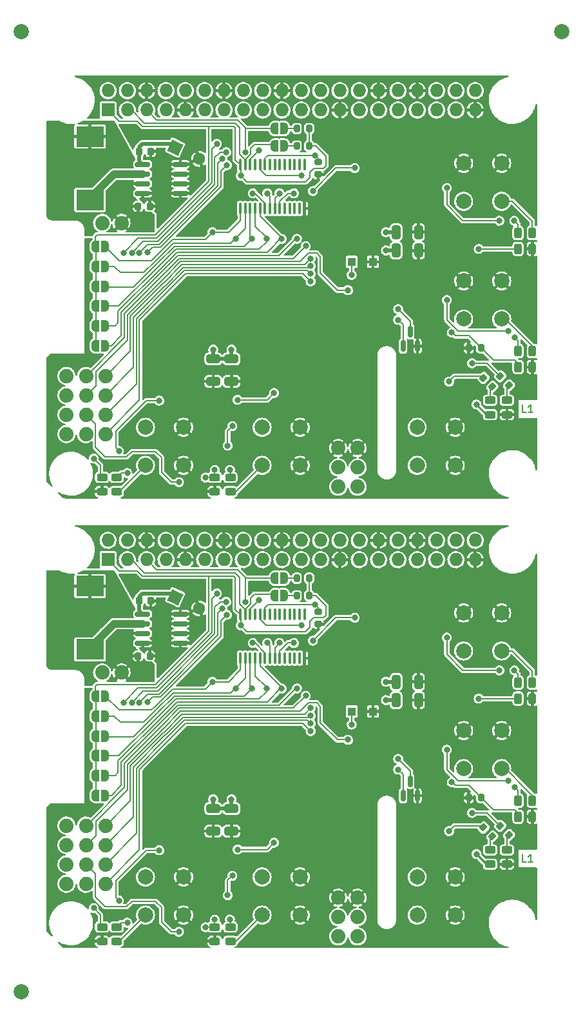
<source format=gtl>
%TF.GenerationSoftware,KiCad,Pcbnew,6.0.11+dfsg-1*%
%TF.CreationDate,2024-03-16T14:36:40+00:00*%
%TF.ProjectId,panel,70616e65-6c2e-46b6-9963-61645f706362,rev?*%
%TF.SameCoordinates,Original*%
%TF.FileFunction,Copper,L1,Top*%
%TF.FilePolarity,Positive*%
%FSLAX46Y46*%
G04 Gerber Fmt 4.6, Leading zero omitted, Abs format (unit mm)*
G04 Created by KiCad (PCBNEW 6.0.11+dfsg-1) date 2024-03-16 14:36:40*
%MOMM*%
%LPD*%
G01*
G04 APERTURE LIST*
G04 Aperture macros list*
%AMRoundRect*
0 Rectangle with rounded corners*
0 $1 Rounding radius*
0 $2 $3 $4 $5 $6 $7 $8 $9 X,Y pos of 4 corners*
0 Add a 4 corners polygon primitive as box body*
4,1,4,$2,$3,$4,$5,$6,$7,$8,$9,$2,$3,0*
0 Add four circle primitives for the rounded corners*
1,1,$1+$1,$2,$3*
1,1,$1+$1,$4,$5*
1,1,$1+$1,$6,$7*
1,1,$1+$1,$8,$9*
0 Add four rect primitives between the rounded corners*
20,1,$1+$1,$2,$3,$4,$5,0*
20,1,$1+$1,$4,$5,$6,$7,0*
20,1,$1+$1,$6,$7,$8,$9,0*
20,1,$1+$1,$8,$9,$2,$3,0*%
%AMRotRect*
0 Rectangle, with rotation*
0 The origin of the aperture is its center*
0 $1 length*
0 $2 width*
0 $3 Rotation angle, in degrees counterclockwise*
0 Add horizontal line*
21,1,$1,$2,0,0,$3*%
%AMFreePoly0*
4,1,22,0.500000,-0.750000,0.000000,-0.750000,0.000000,-0.745033,-0.079941,-0.743568,-0.215256,-0.701293,-0.333266,-0.622738,-0.424486,-0.514219,-0.481581,-0.384460,-0.499164,-0.250000,-0.500000,-0.250000,-0.500000,0.250000,-0.499164,0.250000,-0.499963,0.256109,-0.478152,0.396186,-0.417904,0.524511,-0.324060,0.630769,-0.204165,0.706417,-0.067858,0.745374,0.000000,0.744959,0.000000,0.750000,
0.500000,0.750000,0.500000,-0.750000,0.500000,-0.750000,$1*%
%AMFreePoly1*
4,1,20,0.000000,0.744959,0.073905,0.744508,0.209726,0.703889,0.328688,0.626782,0.421226,0.519385,0.479903,0.390333,0.500000,0.250000,0.500000,-0.250000,0.499851,-0.262216,0.476331,-0.402017,0.414519,-0.529596,0.319384,-0.634700,0.198574,-0.708877,0.061801,-0.746166,0.000000,-0.745033,0.000000,-0.750000,-0.500000,-0.750000,-0.500000,0.750000,0.000000,0.750000,0.000000,0.744959,
0.000000,0.744959,$1*%
G04 Aperture macros list end*
%ADD10C,0.150000*%
%TA.AperFunction,NonConductor*%
%ADD11C,0.150000*%
%TD*%
%TA.AperFunction,SMDPad,CuDef*%
%ADD12FreePoly0,0.000000*%
%TD*%
%TA.AperFunction,SMDPad,CuDef*%
%ADD13FreePoly1,0.000000*%
%TD*%
%TA.AperFunction,SMDPad,CuDef*%
%ADD14RoundRect,0.243750X0.456250X-0.243750X0.456250X0.243750X-0.456250X0.243750X-0.456250X-0.243750X0*%
%TD*%
%TA.AperFunction,ComponentPad*%
%ADD15C,2.000000*%
%TD*%
%TA.AperFunction,ComponentPad*%
%ADD16C,1.879600*%
%TD*%
%TA.AperFunction,SMDPad,CuDef*%
%ADD17RoundRect,0.200000X0.275000X-0.200000X0.275000X0.200000X-0.275000X0.200000X-0.275000X-0.200000X0*%
%TD*%
%TA.AperFunction,SMDPad,CuDef*%
%ADD18RoundRect,0.200000X0.335876X0.053033X0.053033X0.335876X-0.335876X-0.053033X-0.053033X-0.335876X0*%
%TD*%
%TA.AperFunction,SMDPad,CuDef*%
%ADD19RoundRect,0.200000X-0.200000X-0.275000X0.200000X-0.275000X0.200000X0.275000X-0.200000X0.275000X0*%
%TD*%
%TA.AperFunction,SMDPad,CuDef*%
%ADD20R,1.100000X1.100000*%
%TD*%
%TA.AperFunction,SMDPad,CuDef*%
%ADD21RoundRect,0.243750X0.243750X0.456250X-0.243750X0.456250X-0.243750X-0.456250X0.243750X-0.456250X0*%
%TD*%
%TA.AperFunction,SMDPad,CuDef*%
%ADD22C,2.000000*%
%TD*%
%TA.AperFunction,SMDPad,CuDef*%
%ADD23R,3.600000X2.700000*%
%TD*%
%TA.AperFunction,SMDPad,CuDef*%
%ADD24RoundRect,0.225000X-0.225000X-0.250000X0.225000X-0.250000X0.225000X0.250000X-0.225000X0.250000X0*%
%TD*%
%TA.AperFunction,SMDPad,CuDef*%
%ADD25RoundRect,0.150000X0.150000X-0.587500X0.150000X0.587500X-0.150000X0.587500X-0.150000X-0.587500X0*%
%TD*%
%TA.AperFunction,SMDPad,CuDef*%
%ADD26RoundRect,0.250000X-0.325000X-0.650000X0.325000X-0.650000X0.325000X0.650000X-0.325000X0.650000X0*%
%TD*%
%TA.AperFunction,SMDPad,CuDef*%
%ADD27RoundRect,0.150000X-0.825000X-0.150000X0.825000X-0.150000X0.825000X0.150000X-0.825000X0.150000X0*%
%TD*%
%TA.AperFunction,SMDPad,CuDef*%
%ADD28RoundRect,0.250000X-0.650000X0.325000X-0.650000X-0.325000X0.650000X-0.325000X0.650000X0.325000X0*%
%TD*%
%TA.AperFunction,ComponentPad*%
%ADD29R,1.727200X1.727200*%
%TD*%
%TA.AperFunction,ComponentPad*%
%ADD30O,1.727200X1.727200*%
%TD*%
%TA.AperFunction,SMDPad,CuDef*%
%ADD31RoundRect,0.100000X0.100000X-0.637500X0.100000X0.637500X-0.100000X0.637500X-0.100000X-0.637500X0*%
%TD*%
%TA.AperFunction,ComponentPad*%
%ADD32RotRect,1.600000X1.600000X335.000000*%
%TD*%
%TA.AperFunction,ComponentPad*%
%ADD33C,1.600000*%
%TD*%
%TA.AperFunction,ViaPad*%
%ADD34C,0.800000*%
%TD*%
%TA.AperFunction,ViaPad*%
%ADD35C,1.000000*%
%TD*%
%TA.AperFunction,Conductor*%
%ADD36C,0.200000*%
%TD*%
%TA.AperFunction,Conductor*%
%ADD37C,0.250000*%
%TD*%
%TA.AperFunction,Conductor*%
%ADD38C,1.000000*%
%TD*%
%TA.AperFunction,Conductor*%
%ADD39C,0.500000*%
%TD*%
G04 APERTURE END LIST*
D10*
D11*
X179333333Y-72452380D02*
X178857142Y-72452380D01*
X178857142Y-71452380D01*
X180190476Y-72452380D02*
X179619047Y-72452380D01*
X179904761Y-72452380D02*
X179904761Y-71452380D01*
X179809523Y-71595238D01*
X179714285Y-71690476D01*
X179619047Y-71738095D01*
D10*
D11*
X179333333Y-131452380D02*
X178857142Y-131452380D01*
X178857142Y-130452380D01*
X180190476Y-131452380D02*
X179619047Y-131452380D01*
X179904761Y-131452380D02*
X179904761Y-130452380D01*
X179809523Y-130595238D01*
X179714285Y-130690476D01*
X179619047Y-130738095D01*
D12*
%TO.P,JP5,1,A*%
%TO.N,Board_1-+3V3*%
X122700000Y-120100000D03*
D13*
%TO.P,JP5,2,B*%
%TO.N,Board_1-Net-(JP5-Pad2)*%
X124000000Y-120100000D03*
%TD*%
D14*
%TO.P,D29,1,K*%
%TO.N,Board_1-GND*%
X123600000Y-141837500D03*
%TO.P,D29,2,A*%
%TO.N,Board_1-Net-(D12-Pad2)*%
X123600000Y-139962500D03*
%TD*%
D15*
%TO.P,J5,1,Pin_1*%
%TO.N,Board_0-OUT2*%
X144625000Y-79405000D03*
X144625000Y-74405000D03*
%TO.P,J5,2,Pin_2*%
%TO.N,Board_0-GND*%
X149625000Y-74405000D03*
X149625000Y-79405000D03*
%TD*%
D12*
%TO.P,JP7,1,A*%
%TO.N,Board_0-I2C_SDA*%
X146250000Y-37500000D03*
D13*
%TO.P,JP7,2,B*%
%TO.N,Board_0-Net-(JP7-Pad2)*%
X147550000Y-37500000D03*
%TD*%
D16*
%TO.P,J10,1,1*%
%TO.N,Board_1-VIN*%
X157170000Y-141206800D03*
%TO.P,J10,2,2*%
X154630000Y-141206800D03*
%TO.P,J10,3,3*%
%TO.N,Board_1-unconnected-(J10-Pad3)*%
X157170000Y-138666800D03*
%TO.P,J10,4,4*%
%TO.N,Board_1-unconnected-(J10-Pad4)*%
X154630000Y-138666800D03*
%TO.P,J10,5,5*%
%TO.N,Board_1-GND*%
X157170000Y-136126800D03*
%TO.P,J10,6,6*%
X154630000Y-136126800D03*
%TD*%
D17*
%TO.P,R28,1,1*%
%TO.N,Board_1-GND*%
X152000000Y-100225000D03*
%TO.P,R28,2,2*%
%TO.N,Board_1-OE*%
X152000000Y-98575000D03*
%TD*%
D18*
%TO.P,R23,1,1*%
%TO.N,Board_1-Net-(D38-Pad2)*%
X177083363Y-127883363D03*
%TO.P,R23,2,2*%
%TO.N,Board_1-VCC*%
X175916637Y-126716637D03*
%TD*%
D14*
%TO.P,D29,1,K*%
%TO.N,Board_0-GND*%
X123600000Y-82837500D03*
%TO.P,D29,2,A*%
%TO.N,Board_0-Net-(D12-Pad2)*%
X123600000Y-80962500D03*
%TD*%
D19*
%TO.P,R12,1,1*%
%TO.N,Board_1-GND*%
X171775000Y-123000000D03*
%TO.P,R12,2,2*%
%TO.N,Board_1-Net-(D13-Pad2)*%
X173425000Y-123000000D03*
%TD*%
D16*
%TO.P,J6,1,1*%
%TO.N,Board_1-INPUT1*%
X124020000Y-134290000D03*
%TO.P,J6,2,2*%
%TO.N,Board_1-MOSFET1*%
X121480000Y-134290000D03*
%TO.P,J6,3,3*%
%TO.N,Board_1-INPUT2*%
X124020000Y-131750000D03*
%TO.P,J6,4,4*%
%TO.N,Board_1-MOSFET2*%
X121480000Y-131750000D03*
%TO.P,J6,5,5*%
%TO.N,Board_1-INPUT3*%
X124020000Y-129210000D03*
%TO.P,J6,6,6*%
%TO.N,Board_1-MOSFET3*%
X121480000Y-129210000D03*
%TO.P,J6,7,7*%
%TO.N,Board_1-INPUT4*%
X124020000Y-126670000D03*
%TO.P,J6,8,8*%
%TO.N,Board_1-MOSFET4*%
X121480000Y-126670000D03*
%TD*%
%TO.P,J6,1,1*%
%TO.N,Board_0-INPUT1*%
X124020000Y-75290000D03*
%TO.P,J6,2,2*%
%TO.N,Board_0-MOSFET1*%
X121480000Y-75290000D03*
%TO.P,J6,3,3*%
%TO.N,Board_0-INPUT2*%
X124020000Y-72750000D03*
%TO.P,J6,4,4*%
%TO.N,Board_0-MOSFET2*%
X121480000Y-72750000D03*
%TO.P,J6,5,5*%
%TO.N,Board_0-INPUT3*%
X124020000Y-70210000D03*
%TO.P,J6,6,6*%
%TO.N,Board_0-MOSFET3*%
X121480000Y-70210000D03*
%TO.P,J6,7,7*%
%TO.N,Board_0-INPUT4*%
X124020000Y-67670000D03*
%TO.P,J6,8,8*%
%TO.N,Board_0-MOSFET4*%
X121480000Y-67670000D03*
%TD*%
D20*
%TO.P,D15,1,K*%
%TO.N,Board_1-Net-(D13-Pad2)*%
X156400000Y-111700000D03*
%TO.P,D15,2,A*%
%TO.N,Board_1-GND*%
X159200000Y-111700000D03*
%TD*%
D21*
%TO.P,D30,1,K*%
%TO.N,Board_1-GND*%
X180137500Y-125500000D03*
%TO.P,D30,2,A*%
%TO.N,Board_1-Net-(D13-Pad2)*%
X178262500Y-125500000D03*
%TD*%
D22*
%TO.P,REF\u002A\u002A,*%
%TO.N,*%
X113000000Y-22500000D03*
%TD*%
D12*
%TO.P,JP4,1,A*%
%TO.N,Board_1-+3V3*%
X122700000Y-117500000D03*
D13*
%TO.P,JP4,2,B*%
%TO.N,Board_1-Net-(JP4-Pad2)*%
X124000000Y-117500000D03*
%TD*%
D12*
%TO.P,JP1,1,A*%
%TO.N,Board_0-+3V3*%
X122700000Y-50700000D03*
D13*
%TO.P,JP1,2,B*%
%TO.N,Board_0-Net-(JP1-Pad2)*%
X124000000Y-50700000D03*
%TD*%
D21*
%TO.P,D37,1,K*%
%TO.N,Board_1-GND*%
X180137500Y-110000000D03*
%TO.P,D37,2,A*%
%TO.N,Board_1-Net-(D26-Pad2)*%
X178262500Y-110000000D03*
%TD*%
D18*
%TO.P,R1,1,1*%
%TO.N,Board_1-Net-(D1-Pad2)*%
X174883363Y-128083363D03*
%TO.P,R1,2,2*%
%TO.N,Board_1-VIN*%
X173716637Y-126916637D03*
%TD*%
D12*
%TO.P,JP6,1,A*%
%TO.N,Board_0-+3V3*%
X122700000Y-63700000D03*
D13*
%TO.P,JP6,2,B*%
%TO.N,Board_0-Net-(JP6-Pad2)*%
X124000000Y-63700000D03*
%TD*%
D22*
%TO.P,REF\u002A\u002A,*%
%TO.N,*%
X184000000Y-22500000D03*
%TD*%
D23*
%TO.P,L1,1,1*%
%TO.N,Board_1-Net-(D36-Pad1)*%
X122000000Y-103550000D03*
%TO.P,L1,2,2*%
%TO.N,Board_1-+5V*%
X122000000Y-95250000D03*
%TD*%
D24*
%TO.P,C6,1*%
%TO.N,Board_0-VCC*%
X128425000Y-38200000D03*
%TO.P,C6,2*%
%TO.N,Board_0-GND*%
X129975000Y-38200000D03*
%TD*%
D19*
%TO.P,R39,1,1*%
%TO.N,Board_0-Net-(JP7-Pad2)*%
X149175000Y-37500000D03*
%TO.P,R39,2,2*%
%TO.N,Board_0-+3V3*%
X150825000Y-37500000D03*
%TD*%
D15*
%TO.P,J3,1,Pin_1*%
%TO.N,Board_1-VIN*%
X165000000Y-138405000D03*
X165000000Y-133405000D03*
%TO.P,J3,2,Pin_2*%
%TO.N,Board_1-GND*%
X170000000Y-138405000D03*
X170000000Y-133405000D03*
%TD*%
D18*
%TO.P,R1,1,1*%
%TO.N,Board_0-Net-(D1-Pad2)*%
X174883363Y-69083363D03*
%TO.P,R1,2,2*%
%TO.N,Board_0-VIN*%
X173716637Y-67916637D03*
%TD*%
D21*
%TO.P,D5,1,K*%
%TO.N,Board_0-OUT3*%
X180137500Y-64400000D03*
%TO.P,D5,2,A*%
%TO.N,Board_0-Net-(D5-Pad2)*%
X178262500Y-64400000D03*
%TD*%
D24*
%TO.P,C9,1*%
%TO.N,Board_1-+5V*%
X128325000Y-104400000D03*
%TO.P,C9,2*%
%TO.N,Board_1-GND*%
X129875000Y-104400000D03*
%TD*%
D12*
%TO.P,JP2,1,A*%
%TO.N,Board_1-+3V3*%
X122700000Y-112300000D03*
D13*
%TO.P,JP2,2,B*%
%TO.N,Board_1-Net-(JP2-Pad2)*%
X124000000Y-112300000D03*
%TD*%
D14*
%TO.P,D4,1,K*%
%TO.N,Board_1-OUT1*%
X125500000Y-141837500D03*
%TO.P,D4,2,A*%
%TO.N,Board_1-Net-(D4-Pad2)*%
X125500000Y-139962500D03*
%TD*%
D12*
%TO.P,JP7,1,A*%
%TO.N,Board_1-I2C_SDA*%
X146250000Y-96500000D03*
D13*
%TO.P,JP7,2,B*%
%TO.N,Board_1-Net-(JP7-Pad2)*%
X147550000Y-96500000D03*
%TD*%
D16*
%TO.P,J1,1,1*%
%TO.N,Board_1-PI4*%
X118920000Y-126670000D03*
%TO.P,J1,2,2*%
%TO.N,Board_1-PI3*%
X118920000Y-129210000D03*
%TO.P,J1,3,3*%
%TO.N,Board_1-PI2*%
X118920000Y-131750000D03*
%TO.P,J1,4,4*%
%TO.N,Board_1-PI1*%
X118920000Y-134290000D03*
%TD*%
D19*
%TO.P,R39,1,1*%
%TO.N,Board_1-Net-(JP7-Pad2)*%
X149175000Y-96500000D03*
%TO.P,R39,2,2*%
%TO.N,Board_1-+3V3*%
X150825000Y-96500000D03*
%TD*%
D25*
%TO.P,Q5,1,G*%
%TO.N,Board_0-Net-(D13-Pad2)*%
X163150000Y-63737500D03*
%TO.P,Q5,2,S*%
%TO.N,Board_0-GND*%
X165050000Y-63737500D03*
%TO.P,Q5,3,D*%
%TO.N,Board_0-Net-(Q5-Pad3)*%
X164100000Y-61862500D03*
%TD*%
D17*
%TO.P,R28,1,1*%
%TO.N,Board_0-GND*%
X152000000Y-41225000D03*
%TO.P,R28,2,2*%
%TO.N,Board_0-OE*%
X152000000Y-39575000D03*
%TD*%
D12*
%TO.P,JP3,1,A*%
%TO.N,Board_1-+3V3*%
X122700000Y-114900000D03*
D13*
%TO.P,JP3,2,B*%
%TO.N,Board_1-Net-(JP3-Pad2)*%
X124000000Y-114900000D03*
%TD*%
D19*
%TO.P,R12,1,1*%
%TO.N,Board_0-GND*%
X171775000Y-64000000D03*
%TO.P,R12,2,2*%
%TO.N,Board_0-Net-(D13-Pad2)*%
X173425000Y-64000000D03*
%TD*%
D14*
%TO.P,D31,1,K*%
%TO.N,Board_0-GND*%
X138400000Y-82837500D03*
%TO.P,D31,2,A*%
%TO.N,Board_0-Net-(D25-Pad2)*%
X138400000Y-80962500D03*
%TD*%
D12*
%TO.P,JP2,1,A*%
%TO.N,Board_0-+3V3*%
X122700000Y-53300000D03*
D13*
%TO.P,JP2,2,B*%
%TO.N,Board_0-Net-(JP2-Pad2)*%
X124000000Y-53300000D03*
%TD*%
D19*
%TO.P,R40,1,1*%
%TO.N,Board_1-Net-(JP8-Pad2)*%
X149175000Y-94200000D03*
%TO.P,R40,2,2*%
%TO.N,Board_1-+3V3*%
X150825000Y-94200000D03*
%TD*%
D26*
%TO.P,C16,1*%
%TO.N,Board_0-VCC*%
X162225000Y-51200000D03*
%TO.P,C16,2*%
%TO.N,Board_0-GND*%
X165175000Y-51200000D03*
%TD*%
D15*
%TO.P,J8,1,Pin_1*%
%TO.N,Board_0-OUT4*%
X176105000Y-44750000D03*
X171105000Y-44750000D03*
%TO.P,J8,2,Pin_2*%
%TO.N,Board_0-GND*%
X171105000Y-39750000D03*
X176105000Y-39750000D03*
%TD*%
D12*
%TO.P,JP8,1,A*%
%TO.N,Board_1-I2C_SCL*%
X146250000Y-94200000D03*
D13*
%TO.P,JP8,2,B*%
%TO.N,Board_1-Net-(JP8-Pad2)*%
X147550000Y-94200000D03*
%TD*%
D12*
%TO.P,JP4,1,A*%
%TO.N,Board_0-+3V3*%
X122700000Y-58500000D03*
D13*
%TO.P,JP4,2,B*%
%TO.N,Board_0-Net-(JP4-Pad2)*%
X124000000Y-58500000D03*
%TD*%
D27*
%TO.P,U1,1,VIN*%
%TO.N,Board_1-VCC*%
X128925000Y-98895000D03*
%TO.P,U1,2,OUTPUT*%
%TO.N,Board_1-Net-(D36-Pad1)*%
X128925000Y-100165000D03*
%TO.P,U1,3,FEEDBACK*%
%TO.N,Board_1-+5V*%
X128925000Y-101435000D03*
%TO.P,U1,4,EN*%
%TO.N,Board_1-GND*%
X128925000Y-102705000D03*
%TO.P,U1,5,GND*%
X133875000Y-102705000D03*
%TO.P,U1,6,GND*%
X133875000Y-101435000D03*
%TO.P,U1,7,GND*%
X133875000Y-100165000D03*
%TO.P,U1,8,GND*%
X133875000Y-98895000D03*
%TD*%
D12*
%TO.P,JP3,1,A*%
%TO.N,Board_0-+3V3*%
X122700000Y-55900000D03*
D13*
%TO.P,JP3,2,B*%
%TO.N,Board_0-Net-(JP3-Pad2)*%
X124000000Y-55900000D03*
%TD*%
D14*
%TO.P,D31,1,K*%
%TO.N,Board_1-GND*%
X138400000Y-141837500D03*
%TO.P,D31,2,A*%
%TO.N,Board_1-Net-(D25-Pad2)*%
X138400000Y-139962500D03*
%TD*%
%TO.P,D19,1,K*%
%TO.N,Board_0-OUT2*%
X140450000Y-82837500D03*
%TO.P,D19,2,A*%
%TO.N,Board_0-Net-(D19-Pad2)*%
X140450000Y-80962500D03*
%TD*%
D26*
%TO.P,C15,1*%
%TO.N,Board_0-VCC*%
X162225000Y-48800000D03*
%TO.P,C15,2*%
%TO.N,Board_0-GND*%
X165175000Y-48800000D03*
%TD*%
D23*
%TO.P,L1,1,1*%
%TO.N,Board_0-Net-(D36-Pad1)*%
X122000000Y-44550000D03*
%TO.P,L1,2,2*%
%TO.N,Board_0-+5V*%
X122000000Y-36250000D03*
%TD*%
D18*
%TO.P,R23,1,1*%
%TO.N,Board_0-Net-(D38-Pad2)*%
X177083363Y-68883363D03*
%TO.P,R23,2,2*%
%TO.N,Board_0-VCC*%
X175916637Y-67716637D03*
%TD*%
D15*
%TO.P,J7,1,Pin_1*%
%TO.N,Board_0-OUT3*%
X171105000Y-60200000D03*
X176105000Y-60200000D03*
%TO.P,J7,2,Pin_2*%
%TO.N,Board_0-GND*%
X171105000Y-55200000D03*
X176105000Y-55200000D03*
%TD*%
D21*
%TO.P,D20,1,K*%
%TO.N,Board_1-OUT4*%
X180137500Y-107900000D03*
%TO.P,D20,2,A*%
%TO.N,Board_1-Net-(D20-Pad2)*%
X178262500Y-107900000D03*
%TD*%
D24*
%TO.P,C6,1*%
%TO.N,Board_1-VCC*%
X128425000Y-97200000D03*
%TO.P,C6,2*%
%TO.N,Board_1-GND*%
X129975000Y-97200000D03*
%TD*%
D26*
%TO.P,C15,1*%
%TO.N,Board_1-VCC*%
X162225000Y-107800000D03*
%TO.P,C15,2*%
%TO.N,Board_1-GND*%
X165175000Y-107800000D03*
%TD*%
D14*
%TO.P,D4,1,K*%
%TO.N,Board_0-OUT1*%
X125500000Y-82837500D03*
%TO.P,D4,2,A*%
%TO.N,Board_0-Net-(D4-Pad2)*%
X125500000Y-80962500D03*
%TD*%
D28*
%TO.P,C11,1*%
%TO.N,Board_1-VCC*%
X140600000Y-124425000D03*
%TO.P,C11,2*%
%TO.N,Board_1-GND*%
X140600000Y-127375000D03*
%TD*%
D25*
%TO.P,Q5,1,G*%
%TO.N,Board_1-Net-(D13-Pad2)*%
X163150000Y-122737500D03*
%TO.P,Q5,2,S*%
%TO.N,Board_1-GND*%
X165050000Y-122737500D03*
%TO.P,Q5,3,D*%
%TO.N,Board_1-Net-(Q5-Pad3)*%
X164100000Y-120862500D03*
%TD*%
D15*
%TO.P,J8,1,Pin_1*%
%TO.N,Board_1-OUT4*%
X171105000Y-103750000D03*
X176105000Y-103750000D03*
%TO.P,J8,2,Pin_2*%
%TO.N,Board_1-GND*%
X176105000Y-98750000D03*
X171105000Y-98750000D03*
%TD*%
D12*
%TO.P,JP1,1,A*%
%TO.N,Board_1-+3V3*%
X122700000Y-109700000D03*
D13*
%TO.P,JP1,2,B*%
%TO.N,Board_1-Net-(JP1-Pad2)*%
X124000000Y-109700000D03*
%TD*%
D16*
%TO.P,J9,1,1*%
%TO.N,Board_1-+5V*%
X126140000Y-106590000D03*
%TO.P,J9,2,2*%
%TO.N,Board_1-PI_5V0*%
X123600000Y-106590000D03*
%TD*%
%TO.P,J1,1,1*%
%TO.N,Board_0-PI4*%
X118920000Y-67670000D03*
%TO.P,J1,2,2*%
%TO.N,Board_0-PI3*%
X118920000Y-70210000D03*
%TO.P,J1,3,3*%
%TO.N,Board_0-PI2*%
X118920000Y-72750000D03*
%TO.P,J1,4,4*%
%TO.N,Board_0-PI1*%
X118920000Y-75290000D03*
%TD*%
D21*
%TO.P,D37,1,K*%
%TO.N,Board_0-GND*%
X180137500Y-51000000D03*
%TO.P,D37,2,A*%
%TO.N,Board_0-Net-(D26-Pad2)*%
X178262500Y-51000000D03*
%TD*%
D14*
%TO.P,D1,1,K*%
%TO.N,Board_1-Net-(D1-Pad1)*%
X174600000Y-131737500D03*
%TO.P,D1,2,A*%
%TO.N,Board_1-Net-(D1-Pad2)*%
X174600000Y-129862500D03*
%TD*%
%TO.P,D38,1,K*%
%TO.N,Board_0-GND*%
X176800000Y-72737500D03*
%TO.P,D38,2,A*%
%TO.N,Board_0-Net-(D38-Pad2)*%
X176800000Y-70862500D03*
%TD*%
D21*
%TO.P,D30,1,K*%
%TO.N,Board_0-GND*%
X180137500Y-66500000D03*
%TO.P,D30,2,A*%
%TO.N,Board_0-Net-(D13-Pad2)*%
X178262500Y-66500000D03*
%TD*%
D29*
%TO.P,J2,1,3.3V*%
%TO.N,Board_1-+3V3*%
X124370000Y-91770000D03*
D30*
%TO.P,J2,2,5V*%
%TO.N,Board_1-PI_5V0*%
X124370000Y-89230000D03*
%TO.P,J2,3,SDA*%
%TO.N,Board_1-I2C_SDA*%
X126910000Y-91770000D03*
%TO.P,J2,4,5V*%
%TO.N,Board_1-PI_5V0*%
X126910000Y-89230000D03*
%TO.P,J2,5,SCL*%
%TO.N,Board_1-I2C_SCL*%
X129450000Y-91770000D03*
%TO.P,J2,6,GND*%
%TO.N,Board_1-GND*%
X129450000Y-89230000D03*
%TO.P,J2,7,GP4*%
%TO.N,Board_1-unconnected-(J2-Pad7)*%
X131990000Y-91770000D03*
%TO.P,J2,8,TXO*%
%TO.N,Board_1-unconnected-(J2-Pad8)*%
X131990000Y-89230000D03*
%TO.P,J2,9,GND*%
%TO.N,Board_1-GND*%
X134530000Y-91770000D03*
%TO.P,J2,10,RXI*%
%TO.N,Board_1-unconnected-(J2-Pad10)*%
X134530000Y-89230000D03*
%TO.P,J2,11,GP17*%
%TO.N,Board_1-unconnected-(J2-Pad11)*%
X137070000Y-91770000D03*
%TO.P,J2,12,GP18#*%
%TO.N,Board_1-unconnected-(J2-Pad12)*%
X137070000Y-89230000D03*
%TO.P,J2,13,GP27*%
%TO.N,Board_1-Net-(D34-Pad1)*%
X139610000Y-91770000D03*
%TO.P,J2,14,GND*%
%TO.N,Board_1-GND*%
X139610000Y-89230000D03*
%TO.P,J2,15,GP22*%
%TO.N,Board_1-Net-(D35-Pad2)*%
X142150000Y-91770000D03*
%TO.P,J2,16,GP23*%
%TO.N,Board_1-Net-(D35-Pad1)*%
X142150000Y-89230000D03*
%TO.P,J2,17,3.3V*%
%TO.N,Board_1-unconnected-(J2-Pad17)*%
X144690000Y-91770000D03*
%TO.P,J2,18,GP24*%
%TO.N,Board_1-Net-(D34-Pad2)*%
X144690000Y-89230000D03*
%TO.P,J2,19,MOSI*%
%TO.N,Board_1-unconnected-(J2-Pad19)*%
X147230000Y-91770000D03*
%TO.P,J2,20,GND*%
%TO.N,Board_1-GND*%
X147230000Y-89230000D03*
%TO.P,J2,21,MISO*%
%TO.N,Board_1-unconnected-(J2-Pad21)*%
X149770000Y-91770000D03*
%TO.P,J2,22,GP25*%
%TO.N,Board_1-OE*%
X149770000Y-89230000D03*
%TO.P,J2,23,SCLK*%
%TO.N,Board_1-unconnected-(J2-Pad23)*%
X152310000Y-91770000D03*
%TO.P,J2,24,CE0*%
%TO.N,Board_1-unconnected-(J2-Pad24)*%
X152310000Y-89230000D03*
%TO.P,J2,25,GND*%
%TO.N,Board_1-GND*%
X154850000Y-91770000D03*
%TO.P,J2,26,CE1*%
%TO.N,Board_1-unconnected-(J2-Pad26)*%
X154850000Y-89230000D03*
%TO.P,J2,27,ID_SD*%
%TO.N,Board_1-unconnected-(J2-Pad27)*%
X157390000Y-91770000D03*
%TO.P,J2,28,ID_SC*%
%TO.N,Board_1-unconnected-(J2-Pad28)*%
X157390000Y-89230000D03*
%TO.P,J2,29,GP5*%
%TO.N,Board_1-unconnected-(J2-Pad29)*%
X159930000Y-91770000D03*
%TO.P,J2,30,GND*%
%TO.N,Board_1-GND*%
X159930000Y-89230000D03*
%TO.P,J2,31,GP6*%
%TO.N,Board_1-unconnected-(J2-Pad31)*%
X162470000Y-91770000D03*
%TO.P,J2,32,GP12*%
%TO.N,Board_1-unconnected-(J2-Pad32)*%
X162470000Y-89230000D03*
%TO.P,J2,33,GP13*%
%TO.N,Board_1-unconnected-(J2-Pad33)*%
X165010000Y-91770000D03*
%TO.P,J2,34,GND*%
%TO.N,Board_1-GND*%
X165010000Y-89230000D03*
%TO.P,J2,35,GP19*%
%TO.N,Board_1-unconnected-(J2-Pad35)*%
X167550000Y-91770000D03*
%TO.P,J2,36,GP16*%
%TO.N,Board_1-unconnected-(J2-Pad36)*%
X167550000Y-89230000D03*
%TO.P,J2,37,GP26*%
%TO.N,Board_1-unconnected-(J2-Pad37)*%
X170090000Y-91770000D03*
%TO.P,J2,38,GP20*%
%TO.N,Board_1-unconnected-(J2-Pad38)*%
X170090000Y-89230000D03*
%TO.P,J2,39,GND*%
%TO.N,Board_1-GND*%
X172630000Y-91770000D03*
%TO.P,J2,40,GP21*%
%TO.N,Board_1-unconnected-(J2-Pad40)*%
X172630000Y-89230000D03*
%TD*%
D24*
%TO.P,C9,1*%
%TO.N,Board_0-+5V*%
X128325000Y-45400000D03*
%TO.P,C9,2*%
%TO.N,Board_0-GND*%
X129875000Y-45400000D03*
%TD*%
D28*
%TO.P,C3,1*%
%TO.N,Board_1-VCC*%
X138200000Y-124425000D03*
%TO.P,C3,2*%
%TO.N,Board_1-GND*%
X138200000Y-127375000D03*
%TD*%
D20*
%TO.P,D15,1,K*%
%TO.N,Board_0-Net-(D13-Pad2)*%
X156400000Y-52700000D03*
%TO.P,D15,2,A*%
%TO.N,Board_0-GND*%
X159200000Y-52700000D03*
%TD*%
D15*
%TO.P,J4,1,Pin_1*%
%TO.N,Board_1-OUT1*%
X129300000Y-138405000D03*
X129300000Y-133405000D03*
%TO.P,J4,2,Pin_2*%
%TO.N,Board_1-GND*%
X134300000Y-133405000D03*
X134300000Y-138405000D03*
%TD*%
D27*
%TO.P,U1,1,VIN*%
%TO.N,Board_0-VCC*%
X128925000Y-39895000D03*
%TO.P,U1,2,OUTPUT*%
%TO.N,Board_0-Net-(D36-Pad1)*%
X128925000Y-41165000D03*
%TO.P,U1,3,FEEDBACK*%
%TO.N,Board_0-+5V*%
X128925000Y-42435000D03*
%TO.P,U1,4,EN*%
%TO.N,Board_0-GND*%
X128925000Y-43705000D03*
%TO.P,U1,5,GND*%
X133875000Y-43705000D03*
%TO.P,U1,6,GND*%
X133875000Y-42435000D03*
%TO.P,U1,7,GND*%
X133875000Y-41165000D03*
%TO.P,U1,8,GND*%
X133875000Y-39895000D03*
%TD*%
D28*
%TO.P,C11,1*%
%TO.N,Board_0-VCC*%
X140600000Y-65425000D03*
%TO.P,C11,2*%
%TO.N,Board_0-GND*%
X140600000Y-68375000D03*
%TD*%
%TO.P,C3,1*%
%TO.N,Board_0-VCC*%
X138200000Y-65425000D03*
%TO.P,C3,2*%
%TO.N,Board_0-GND*%
X138200000Y-68375000D03*
%TD*%
D12*
%TO.P,JP8,1,A*%
%TO.N,Board_0-I2C_SCL*%
X146250000Y-35200000D03*
D13*
%TO.P,JP8,2,B*%
%TO.N,Board_0-Net-(JP8-Pad2)*%
X147550000Y-35200000D03*
%TD*%
D16*
%TO.P,J9,1,1*%
%TO.N,Board_0-+5V*%
X126140000Y-47590000D03*
%TO.P,J9,2,2*%
%TO.N,Board_0-PI_5V0*%
X123600000Y-47590000D03*
%TD*%
D14*
%TO.P,D38,1,K*%
%TO.N,Board_1-GND*%
X176800000Y-131737500D03*
%TO.P,D38,2,A*%
%TO.N,Board_1-Net-(D38-Pad2)*%
X176800000Y-129862500D03*
%TD*%
D31*
%TO.P,U2,1,A0*%
%TO.N,Board_0-Net-(JP1-Pad2)*%
X141750000Y-45687500D03*
%TO.P,U2,2,A1*%
%TO.N,Board_0-Net-(JP2-Pad2)*%
X142400000Y-45687500D03*
%TO.P,U2,3,A2*%
%TO.N,Board_0-Net-(JP3-Pad2)*%
X143050000Y-45687500D03*
%TO.P,U2,4,A3*%
%TO.N,Board_0-Net-(JP4-Pad2)*%
X143700000Y-45687500D03*
%TO.P,U2,5,A4*%
%TO.N,Board_0-Net-(JP5-Pad2)*%
X144350000Y-45687500D03*
%TO.P,U2,6,LED0*%
%TO.N,Board_0-Net-(D33-Pad2)*%
X145000000Y-45687500D03*
%TO.P,U2,7,LED1*%
%TO.N,Board_0-Net-(D33-Pad1)*%
X145650000Y-45687500D03*
%TO.P,U2,8,LED2*%
%TO.N,Board_0-Net-(D32-Pad2)*%
X146300000Y-45687500D03*
%TO.P,U2,9,LED3*%
%TO.N,Board_0-Net-(D32-Pad1)*%
X146950000Y-45687500D03*
%TO.P,U2,10,LED4*%
%TO.N,Board_0-unconnected-(U2-Pad10)*%
X147600000Y-45687500D03*
%TO.P,U2,11,LED5*%
%TO.N,Board_0-unconnected-(U2-Pad11)*%
X148250000Y-45687500D03*
%TO.P,U2,12,LED6*%
%TO.N,Board_0-unconnected-(U2-Pad12)*%
X148900000Y-45687500D03*
%TO.P,U2,13,LED7*%
%TO.N,Board_0-unconnected-(U2-Pad13)*%
X149550000Y-45687500D03*
%TO.P,U2,14,VSS*%
%TO.N,Board_0-GND*%
X150200000Y-45687500D03*
%TO.P,U2,15,LED8*%
%TO.N,Board_0-unconnected-(U2-Pad15)*%
X150200000Y-39962500D03*
%TO.P,U2,16,LED9*%
%TO.N,Board_0-unconnected-(U2-Pad16)*%
X149550000Y-39962500D03*
%TO.P,U2,17,LED10*%
%TO.N,Board_0-unconnected-(U2-Pad17)*%
X148900000Y-39962500D03*
%TO.P,U2,18,LED11*%
%TO.N,Board_0-unconnected-(U2-Pad18)*%
X148250000Y-39962500D03*
%TO.P,U2,19,LED12*%
%TO.N,Board_0-unconnected-(U2-Pad19)*%
X147600000Y-39962500D03*
%TO.P,U2,20,LED13*%
%TO.N,Board_0-unconnected-(U2-Pad20)*%
X146950000Y-39962500D03*
%TO.P,U2,21,LED14*%
%TO.N,Board_0-unconnected-(U2-Pad21)*%
X146300000Y-39962500D03*
%TO.P,U2,22,LED15*%
%TO.N,Board_0-unconnected-(U2-Pad22)*%
X145650000Y-39962500D03*
%TO.P,U2,23,~{OE}*%
%TO.N,Board_0-OE*%
X145000000Y-39962500D03*
%TO.P,U2,24,A5*%
%TO.N,Board_0-Net-(JP6-Pad2)*%
X144350000Y-39962500D03*
%TO.P,U2,25,EXTCLK*%
%TO.N,Board_0-unconnected-(U2-Pad25)*%
X143700000Y-39962500D03*
%TO.P,U2,26,SCL*%
%TO.N,Board_0-I2C_SCL*%
X143050000Y-39962500D03*
%TO.P,U2,27,SDA*%
%TO.N,Board_0-I2C_SDA*%
X142400000Y-39962500D03*
%TO.P,U2,28,VDD*%
%TO.N,Board_0-+3V3*%
X141750000Y-39962500D03*
%TD*%
D15*
%TO.P,J7,1,Pin_1*%
%TO.N,Board_1-OUT3*%
X171105000Y-119200000D03*
X176105000Y-119200000D03*
%TO.P,J7,2,Pin_2*%
%TO.N,Board_1-GND*%
X171105000Y-114200000D03*
X176105000Y-114200000D03*
%TD*%
D12*
%TO.P,JP6,1,A*%
%TO.N,Board_1-+3V3*%
X122700000Y-122700000D03*
D13*
%TO.P,JP6,2,B*%
%TO.N,Board_1-Net-(JP6-Pad2)*%
X124000000Y-122700000D03*
%TD*%
D15*
%TO.P,J3,1,Pin_1*%
%TO.N,Board_0-VIN*%
X165000000Y-79405000D03*
X165000000Y-74405000D03*
%TO.P,J3,2,Pin_2*%
%TO.N,Board_0-GND*%
X170000000Y-74405000D03*
X170000000Y-79405000D03*
%TD*%
D16*
%TO.P,J10,1,1*%
%TO.N,Board_0-VIN*%
X157170000Y-82206800D03*
%TO.P,J10,2,2*%
X154630000Y-82206800D03*
%TO.P,J10,3,3*%
%TO.N,Board_0-unconnected-(J10-Pad3)*%
X157170000Y-79666800D03*
%TO.P,J10,4,4*%
%TO.N,Board_0-unconnected-(J10-Pad4)*%
X154630000Y-79666800D03*
%TO.P,J10,5,5*%
%TO.N,Board_0-GND*%
X157170000Y-77126800D03*
%TO.P,J10,6,6*%
X154630000Y-77126800D03*
%TD*%
D14*
%TO.P,D19,1,K*%
%TO.N,Board_1-OUT2*%
X140450000Y-141837500D03*
%TO.P,D19,2,A*%
%TO.N,Board_1-Net-(D19-Pad2)*%
X140450000Y-139962500D03*
%TD*%
D26*
%TO.P,C16,1*%
%TO.N,Board_1-VCC*%
X162225000Y-110200000D03*
%TO.P,C16,2*%
%TO.N,Board_1-GND*%
X165175000Y-110200000D03*
%TD*%
D29*
%TO.P,J2,1,3.3V*%
%TO.N,Board_0-+3V3*%
X124370000Y-32770000D03*
D30*
%TO.P,J2,2,5V*%
%TO.N,Board_0-PI_5V0*%
X124370000Y-30230000D03*
%TO.P,J2,3,SDA*%
%TO.N,Board_0-I2C_SDA*%
X126910000Y-32770000D03*
%TO.P,J2,4,5V*%
%TO.N,Board_0-PI_5V0*%
X126910000Y-30230000D03*
%TO.P,J2,5,SCL*%
%TO.N,Board_0-I2C_SCL*%
X129450000Y-32770000D03*
%TO.P,J2,6,GND*%
%TO.N,Board_0-GND*%
X129450000Y-30230000D03*
%TO.P,J2,7,GP4*%
%TO.N,Board_0-unconnected-(J2-Pad7)*%
X131990000Y-32770000D03*
%TO.P,J2,8,TXO*%
%TO.N,Board_0-unconnected-(J2-Pad8)*%
X131990000Y-30230000D03*
%TO.P,J2,9,GND*%
%TO.N,Board_0-GND*%
X134530000Y-32770000D03*
%TO.P,J2,10,RXI*%
%TO.N,Board_0-unconnected-(J2-Pad10)*%
X134530000Y-30230000D03*
%TO.P,J2,11,GP17*%
%TO.N,Board_0-unconnected-(J2-Pad11)*%
X137070000Y-32770000D03*
%TO.P,J2,12,GP18#*%
%TO.N,Board_0-unconnected-(J2-Pad12)*%
X137070000Y-30230000D03*
%TO.P,J2,13,GP27*%
%TO.N,Board_0-Net-(D34-Pad1)*%
X139610000Y-32770000D03*
%TO.P,J2,14,GND*%
%TO.N,Board_0-GND*%
X139610000Y-30230000D03*
%TO.P,J2,15,GP22*%
%TO.N,Board_0-Net-(D35-Pad2)*%
X142150000Y-32770000D03*
%TO.P,J2,16,GP23*%
%TO.N,Board_0-Net-(D35-Pad1)*%
X142150000Y-30230000D03*
%TO.P,J2,17,3.3V*%
%TO.N,Board_0-unconnected-(J2-Pad17)*%
X144690000Y-32770000D03*
%TO.P,J2,18,GP24*%
%TO.N,Board_0-Net-(D34-Pad2)*%
X144690000Y-30230000D03*
%TO.P,J2,19,MOSI*%
%TO.N,Board_0-unconnected-(J2-Pad19)*%
X147230000Y-32770000D03*
%TO.P,J2,20,GND*%
%TO.N,Board_0-GND*%
X147230000Y-30230000D03*
%TO.P,J2,21,MISO*%
%TO.N,Board_0-unconnected-(J2-Pad21)*%
X149770000Y-32770000D03*
%TO.P,J2,22,GP25*%
%TO.N,Board_0-OE*%
X149770000Y-30230000D03*
%TO.P,J2,23,SCLK*%
%TO.N,Board_0-unconnected-(J2-Pad23)*%
X152310000Y-32770000D03*
%TO.P,J2,24,CE0*%
%TO.N,Board_0-unconnected-(J2-Pad24)*%
X152310000Y-30230000D03*
%TO.P,J2,25,GND*%
%TO.N,Board_0-GND*%
X154850000Y-32770000D03*
%TO.P,J2,26,CE1*%
%TO.N,Board_0-unconnected-(J2-Pad26)*%
X154850000Y-30230000D03*
%TO.P,J2,27,ID_SD*%
%TO.N,Board_0-unconnected-(J2-Pad27)*%
X157390000Y-32770000D03*
%TO.P,J2,28,ID_SC*%
%TO.N,Board_0-unconnected-(J2-Pad28)*%
X157390000Y-30230000D03*
%TO.P,J2,29,GP5*%
%TO.N,Board_0-unconnected-(J2-Pad29)*%
X159930000Y-32770000D03*
%TO.P,J2,30,GND*%
%TO.N,Board_0-GND*%
X159930000Y-30230000D03*
%TO.P,J2,31,GP6*%
%TO.N,Board_0-unconnected-(J2-Pad31)*%
X162470000Y-32770000D03*
%TO.P,J2,32,GP12*%
%TO.N,Board_0-unconnected-(J2-Pad32)*%
X162470000Y-30230000D03*
%TO.P,J2,33,GP13*%
%TO.N,Board_0-unconnected-(J2-Pad33)*%
X165010000Y-32770000D03*
%TO.P,J2,34,GND*%
%TO.N,Board_0-GND*%
X165010000Y-30230000D03*
%TO.P,J2,35,GP19*%
%TO.N,Board_0-unconnected-(J2-Pad35)*%
X167550000Y-32770000D03*
%TO.P,J2,36,GP16*%
%TO.N,Board_0-unconnected-(J2-Pad36)*%
X167550000Y-30230000D03*
%TO.P,J2,37,GP26*%
%TO.N,Board_0-unconnected-(J2-Pad37)*%
X170090000Y-32770000D03*
%TO.P,J2,38,GP20*%
%TO.N,Board_0-unconnected-(J2-Pad38)*%
X170090000Y-30230000D03*
%TO.P,J2,39,GND*%
%TO.N,Board_0-GND*%
X172630000Y-32770000D03*
%TO.P,J2,40,GP21*%
%TO.N,Board_0-unconnected-(J2-Pad40)*%
X172630000Y-30230000D03*
%TD*%
D21*
%TO.P,D5,1,K*%
%TO.N,Board_1-OUT3*%
X180137500Y-123400000D03*
%TO.P,D5,2,A*%
%TO.N,Board_1-Net-(D5-Pad2)*%
X178262500Y-123400000D03*
%TD*%
D14*
%TO.P,D1,1,K*%
%TO.N,Board_0-Net-(D1-Pad1)*%
X174600000Y-72737500D03*
%TO.P,D1,2,A*%
%TO.N,Board_0-Net-(D1-Pad2)*%
X174600000Y-70862500D03*
%TD*%
D21*
%TO.P,D20,1,K*%
%TO.N,Board_0-OUT4*%
X180137500Y-48900000D03*
%TO.P,D20,2,A*%
%TO.N,Board_0-Net-(D20-Pad2)*%
X178262500Y-48900000D03*
%TD*%
D15*
%TO.P,J4,1,Pin_1*%
%TO.N,Board_0-OUT1*%
X129300000Y-79405000D03*
X129300000Y-74405000D03*
%TO.P,J4,2,Pin_2*%
%TO.N,Board_0-GND*%
X134300000Y-74405000D03*
X134300000Y-79405000D03*
%TD*%
D22*
%TO.P,REF\u002A\u002A,*%
%TO.N,*%
X113000000Y-148500000D03*
%TD*%
D15*
%TO.P,J5,1,Pin_1*%
%TO.N,Board_1-OUT2*%
X144625000Y-133405000D03*
X144625000Y-138405000D03*
%TO.P,J5,2,Pin_2*%
%TO.N,Board_1-GND*%
X149625000Y-133405000D03*
X149625000Y-138405000D03*
%TD*%
D31*
%TO.P,U2,1,A0*%
%TO.N,Board_1-Net-(JP1-Pad2)*%
X141750000Y-104687500D03*
%TO.P,U2,2,A1*%
%TO.N,Board_1-Net-(JP2-Pad2)*%
X142400000Y-104687500D03*
%TO.P,U2,3,A2*%
%TO.N,Board_1-Net-(JP3-Pad2)*%
X143050000Y-104687500D03*
%TO.P,U2,4,A3*%
%TO.N,Board_1-Net-(JP4-Pad2)*%
X143700000Y-104687500D03*
%TO.P,U2,5,A4*%
%TO.N,Board_1-Net-(JP5-Pad2)*%
X144350000Y-104687500D03*
%TO.P,U2,6,LED0*%
%TO.N,Board_1-Net-(D33-Pad2)*%
X145000000Y-104687500D03*
%TO.P,U2,7,LED1*%
%TO.N,Board_1-Net-(D33-Pad1)*%
X145650000Y-104687500D03*
%TO.P,U2,8,LED2*%
%TO.N,Board_1-Net-(D32-Pad2)*%
X146300000Y-104687500D03*
%TO.P,U2,9,LED3*%
%TO.N,Board_1-Net-(D32-Pad1)*%
X146950000Y-104687500D03*
%TO.P,U2,10,LED4*%
%TO.N,Board_1-unconnected-(U2-Pad10)*%
X147600000Y-104687500D03*
%TO.P,U2,11,LED5*%
%TO.N,Board_1-unconnected-(U2-Pad11)*%
X148250000Y-104687500D03*
%TO.P,U2,12,LED6*%
%TO.N,Board_1-unconnected-(U2-Pad12)*%
X148900000Y-104687500D03*
%TO.P,U2,13,LED7*%
%TO.N,Board_1-unconnected-(U2-Pad13)*%
X149550000Y-104687500D03*
%TO.P,U2,14,VSS*%
%TO.N,Board_1-GND*%
X150200000Y-104687500D03*
%TO.P,U2,15,LED8*%
%TO.N,Board_1-unconnected-(U2-Pad15)*%
X150200000Y-98962500D03*
%TO.P,U2,16,LED9*%
%TO.N,Board_1-unconnected-(U2-Pad16)*%
X149550000Y-98962500D03*
%TO.P,U2,17,LED10*%
%TO.N,Board_1-unconnected-(U2-Pad17)*%
X148900000Y-98962500D03*
%TO.P,U2,18,LED11*%
%TO.N,Board_1-unconnected-(U2-Pad18)*%
X148250000Y-98962500D03*
%TO.P,U2,19,LED12*%
%TO.N,Board_1-unconnected-(U2-Pad19)*%
X147600000Y-98962500D03*
%TO.P,U2,20,LED13*%
%TO.N,Board_1-unconnected-(U2-Pad20)*%
X146950000Y-98962500D03*
%TO.P,U2,21,LED14*%
%TO.N,Board_1-unconnected-(U2-Pad21)*%
X146300000Y-98962500D03*
%TO.P,U2,22,LED15*%
%TO.N,Board_1-unconnected-(U2-Pad22)*%
X145650000Y-98962500D03*
%TO.P,U2,23,~{OE}*%
%TO.N,Board_1-OE*%
X145000000Y-98962500D03*
%TO.P,U2,24,A5*%
%TO.N,Board_1-Net-(JP6-Pad2)*%
X144350000Y-98962500D03*
%TO.P,U2,25,EXTCLK*%
%TO.N,Board_1-unconnected-(U2-Pad25)*%
X143700000Y-98962500D03*
%TO.P,U2,26,SCL*%
%TO.N,Board_1-I2C_SCL*%
X143050000Y-98962500D03*
%TO.P,U2,27,SDA*%
%TO.N,Board_1-I2C_SDA*%
X142400000Y-98962500D03*
%TO.P,U2,28,VDD*%
%TO.N,Board_1-+3V3*%
X141750000Y-98962500D03*
%TD*%
D19*
%TO.P,R40,1,1*%
%TO.N,Board_0-Net-(JP8-Pad2)*%
X149175000Y-35200000D03*
%TO.P,R40,2,2*%
%TO.N,Board_0-+3V3*%
X150825000Y-35200000D03*
%TD*%
D12*
%TO.P,JP5,1,A*%
%TO.N,Board_0-+3V3*%
X122700000Y-61100000D03*
D13*
%TO.P,JP5,2,B*%
%TO.N,Board_0-Net-(JP5-Pad2)*%
X124000000Y-61100000D03*
%TD*%
D32*
%TO.P,C8,1*%
%TO.N,Board_0-VCC*%
X133200000Y-37700000D03*
D33*
%TO.P,C8,2*%
%TO.N,Board_0-GND*%
X136372077Y-39179164D03*
%TD*%
D32*
%TO.P,C8,1*%
%TO.N,Board_1-VCC*%
X133200000Y-96700000D03*
D33*
%TO.P,C8,2*%
%TO.N,Board_1-GND*%
X136372077Y-98179164D03*
%TD*%
D34*
%TO.N,Board_0-+3V3*%
X141800000Y-41399500D03*
D35*
%TO.N,Board_0-+5V*%
X123200000Y-38400000D03*
X122000000Y-39700000D03*
X120800000Y-40900000D03*
X123200000Y-39700000D03*
X129600000Y-46900000D03*
X123200000Y-40900000D03*
X129600000Y-48100000D03*
X122000000Y-38400000D03*
X128400000Y-46900000D03*
D34*
X127200000Y-42800000D03*
D35*
X120800000Y-38400000D03*
D34*
X126000000Y-42800000D03*
D35*
X120800000Y-39700000D03*
X122000000Y-40900000D03*
X126300000Y-39900000D03*
X127000000Y-45900000D03*
D34*
%TO.N,Board_0-GND*%
X160400000Y-45000000D03*
X149800000Y-36300000D03*
X147800000Y-43000000D03*
X144300000Y-43000000D03*
X139000000Y-72200000D03*
D35*
X130900000Y-41900000D03*
X132000000Y-43800000D03*
D34*
X131200000Y-76300000D03*
D35*
X132000000Y-42500000D03*
X132000000Y-39900000D03*
D34*
X141700000Y-76300000D03*
D35*
X130900000Y-43100000D03*
D34*
X129000000Y-81800000D03*
X136800000Y-82800000D03*
D35*
X135300000Y-37500000D03*
D34*
X172000000Y-48200000D03*
X169000000Y-46800000D03*
D35*
X132000000Y-41200000D03*
D34*
X168900000Y-49900000D03*
X135700000Y-41100000D03*
X141100000Y-55200000D03*
X143500000Y-56400000D03*
X134800000Y-55200000D03*
X135700000Y-42500000D03*
X139600000Y-44000000D03*
X170600000Y-52100000D03*
D35*
X130900000Y-40600000D03*
X133500000Y-35900000D03*
D34*
X137200000Y-55200000D03*
X133300000Y-44800000D03*
D35*
X127100000Y-35400000D03*
D34*
X158000000Y-47200000D03*
X124400000Y-79600000D03*
X137200000Y-56400000D03*
X149800999Y-44010273D03*
D35*
X131200000Y-35900000D03*
D34*
X141700000Y-75200000D03*
X140155378Y-37055378D03*
X135750500Y-48442888D03*
X162500000Y-46700000D03*
X122000000Y-83100000D03*
X137300000Y-73500000D03*
X134800000Y-56400000D03*
X141100000Y-56400000D03*
X129960444Y-38232669D03*
X143500000Y-55200000D03*
X130600000Y-61400000D03*
D35*
X130900000Y-39200000D03*
D34*
X138100000Y-47200000D03*
%TO.N,Board_0-I2C_SCL*%
X142400000Y-38299999D03*
X144200000Y-38100000D03*
%TO.N,Board_0-INPUT1*%
X151000000Y-55250000D03*
%TO.N,Board_0-INPUT2*%
X151000000Y-54250000D03*
%TO.N,Board_0-INPUT3*%
X151000000Y-53250000D03*
%TO.N,Board_0-INPUT4*%
X151000000Y-52250497D03*
%TO.N,Board_0-MOSFET2*%
X133700000Y-81600000D03*
%TO.N,Board_0-MOSFET3*%
X155900000Y-56400000D03*
%TO.N,Board_0-MOSFET4*%
X151300000Y-43400000D03*
X156787500Y-40387500D03*
X150353430Y-50628910D03*
%TO.N,Board_0-Net-(D1-Pad1)*%
X172800000Y-71400000D03*
%TO.N,Board_0-Net-(D10-Pad1)*%
X131100000Y-70900000D03*
X125800000Y-77500000D03*
%TO.N,Board_0-Net-(D11-Pad1)*%
X177000000Y-61800000D03*
X168900000Y-57700000D03*
%TO.N,Board_0-Net-(D12-Pad2)*%
X122500000Y-78500000D03*
%TO.N,Board_0-Net-(D13-Pad2)*%
X156400000Y-54400000D03*
X162500000Y-60300000D03*
X169555378Y-61944622D03*
%TO.N,Board_0-Net-(D19-Pad2)*%
X140400000Y-80000000D03*
%TO.N,Board_0-Net-(D20-Pad2)*%
X177774500Y-47300000D03*
%TO.N,Board_0-Net-(D21-Pad2)*%
X141400000Y-70800000D03*
X140700000Y-74250000D03*
X140100000Y-76800000D03*
X146200000Y-69900000D03*
%TO.N,Board_0-Net-(D22-Pad2)*%
X168900000Y-43000000D03*
X175800000Y-47300000D03*
%TO.N,Board_0-Net-(D25-Pad2)*%
X137200000Y-81000000D03*
X138400000Y-80000000D03*
%TO.N,Board_0-Net-(D26-Pad2)*%
X173100000Y-51000000D03*
%TO.N,Board_0-Net-(D32-Pad1)*%
X148800000Y-43700000D03*
%TO.N,Board_0-Net-(D32-Pad2)*%
X146900000Y-43700000D03*
%TO.N,Board_0-Net-(D33-Pad1)*%
X145300000Y-43700000D03*
%TO.N,Board_0-Net-(D33-Pad2)*%
X143400000Y-43700000D03*
%TO.N,Board_0-Net-(D34-Pad1)*%
X126400000Y-51500000D03*
X138673691Y-37196288D03*
%TO.N,Board_0-Net-(D34-Pad2)*%
X129575418Y-51475418D03*
X140000000Y-40000000D03*
%TO.N,Board_0-Net-(D35-Pad1)*%
X139399173Y-39166968D03*
X128500000Y-51500000D03*
%TO.N,Board_0-Net-(D35-Pad2)*%
X127500000Y-51500000D03*
X139900000Y-38300000D03*
D35*
%TO.N,Board_0-Net-(D36-Pad1)*%
X123900000Y-42400000D03*
D34*
%TO.N,Board_0-Net-(D4-Pad2)*%
X126900000Y-80400000D03*
%TO.N,Board_0-Net-(D5-Pad2)*%
X177800000Y-62600000D03*
%TO.N,Board_0-Net-(JP1-Pad2)*%
X138100000Y-48800000D03*
%TO.N,Board_0-Net-(JP2-Pad2)*%
X141201088Y-49668407D03*
%TO.N,Board_0-Net-(JP3-Pad2)*%
X143242258Y-49673573D03*
%TO.N,Board_0-Net-(JP4-Pad2)*%
X145205477Y-49682397D03*
%TO.N,Board_0-Net-(JP5-Pad2)*%
X147205477Y-49682397D03*
%TO.N,Board_0-Net-(JP6-Pad2)*%
X149800000Y-41400000D03*
X149205477Y-49669897D03*
%TO.N,Board_0-Net-(Q5-Pad3)*%
X162500000Y-58900000D03*
%TO.N,Board_0-OE*%
X151600000Y-38700000D03*
%TO.N,Board_0-VCC*%
X140600000Y-64200000D03*
X160900000Y-48800000D03*
X172200000Y-66000000D03*
X160900000Y-51200000D03*
X138200000Y-64200000D03*
%TO.N,Board_0-VIN*%
X169200000Y-68400000D03*
%TO.N,Board_1-+3V3*%
X141800000Y-100399500D03*
D35*
%TO.N,Board_1-+5V*%
X123200000Y-97400000D03*
X122000000Y-98700000D03*
X120800000Y-99900000D03*
X123200000Y-98700000D03*
X129600000Y-105900000D03*
X123200000Y-99900000D03*
X129600000Y-107100000D03*
X122000000Y-97400000D03*
X128400000Y-105900000D03*
D34*
X127200000Y-101800000D03*
D35*
X120800000Y-97400000D03*
D34*
X126000000Y-101800000D03*
D35*
X120800000Y-98700000D03*
X122000000Y-99900000D03*
X126300000Y-98900000D03*
X127000000Y-104900000D03*
D34*
%TO.N,Board_1-GND*%
X160400000Y-104000000D03*
X149800000Y-95300000D03*
X147800000Y-102000000D03*
X144300000Y-102000000D03*
X139000000Y-131200000D03*
D35*
X130900000Y-100900000D03*
X132000000Y-102800000D03*
D34*
X131200000Y-135300000D03*
D35*
X132000000Y-101500000D03*
X132000000Y-98900000D03*
D34*
X141700000Y-135300000D03*
D35*
X130900000Y-102100000D03*
D34*
X129000000Y-140800000D03*
X136800000Y-141800000D03*
D35*
X135300000Y-96500000D03*
D34*
X172000000Y-107200000D03*
X169000000Y-105800000D03*
D35*
X132000000Y-100200000D03*
D34*
X168900000Y-108900000D03*
X135700000Y-100100000D03*
X141100000Y-114200000D03*
X143500000Y-115400000D03*
X134800000Y-114200000D03*
X135700000Y-101500000D03*
X139600000Y-103000000D03*
X170600000Y-111100000D03*
D35*
X130900000Y-99600000D03*
X133500000Y-94900000D03*
D34*
X137200000Y-114200000D03*
X133300000Y-103800000D03*
D35*
X127100000Y-94400000D03*
D34*
X158000000Y-106200000D03*
X124400000Y-138600000D03*
X137200000Y-115400000D03*
X149800999Y-103010273D03*
D35*
X131200000Y-94900000D03*
D34*
X141700000Y-134200000D03*
X140155378Y-96055378D03*
X135750500Y-107442888D03*
X162500000Y-105700000D03*
X122000000Y-142100000D03*
X137300000Y-132500000D03*
X134800000Y-115400000D03*
X141100000Y-115400000D03*
X129960444Y-97232669D03*
X143500000Y-114200000D03*
X130600000Y-120400000D03*
D35*
X130900000Y-98200000D03*
D34*
X138100000Y-106200000D03*
%TO.N,Board_1-I2C_SCL*%
X142400000Y-97299999D03*
X144200000Y-97100000D03*
%TO.N,Board_1-INPUT1*%
X151000000Y-114250000D03*
%TO.N,Board_1-INPUT2*%
X151000000Y-113250000D03*
%TO.N,Board_1-INPUT3*%
X151000000Y-112250000D03*
%TO.N,Board_1-INPUT4*%
X151000000Y-111250497D03*
%TO.N,Board_1-MOSFET2*%
X133700000Y-140600000D03*
%TO.N,Board_1-MOSFET3*%
X155900000Y-115400000D03*
%TO.N,Board_1-MOSFET4*%
X151300000Y-102400000D03*
X156787500Y-99387500D03*
X150353430Y-109628910D03*
%TO.N,Board_1-Net-(D1-Pad1)*%
X172800000Y-130400000D03*
%TO.N,Board_1-Net-(D10-Pad1)*%
X131100000Y-129900000D03*
X125800000Y-136500000D03*
%TO.N,Board_1-Net-(D11-Pad1)*%
X177000000Y-120800000D03*
X168900000Y-116700000D03*
%TO.N,Board_1-Net-(D12-Pad2)*%
X122500000Y-137500000D03*
%TO.N,Board_1-Net-(D13-Pad2)*%
X156400000Y-113400000D03*
X162500000Y-119300000D03*
X169555378Y-120944622D03*
%TO.N,Board_1-Net-(D19-Pad2)*%
X140400000Y-139000000D03*
%TO.N,Board_1-Net-(D20-Pad2)*%
X177774500Y-106300000D03*
%TO.N,Board_1-Net-(D21-Pad2)*%
X141400000Y-129800000D03*
X140700000Y-133250000D03*
X140100000Y-135800000D03*
X146200000Y-128900000D03*
%TO.N,Board_1-Net-(D22-Pad2)*%
X168900000Y-102000000D03*
X175800000Y-106300000D03*
%TO.N,Board_1-Net-(D25-Pad2)*%
X137200000Y-140000000D03*
X138400000Y-139000000D03*
%TO.N,Board_1-Net-(D26-Pad2)*%
X173100000Y-110000000D03*
%TO.N,Board_1-Net-(D32-Pad1)*%
X148800000Y-102700000D03*
%TO.N,Board_1-Net-(D32-Pad2)*%
X146900000Y-102700000D03*
%TO.N,Board_1-Net-(D33-Pad1)*%
X145300000Y-102700000D03*
%TO.N,Board_1-Net-(D33-Pad2)*%
X143400000Y-102700000D03*
%TO.N,Board_1-Net-(D34-Pad1)*%
X126400000Y-110500000D03*
X138673691Y-96196288D03*
%TO.N,Board_1-Net-(D34-Pad2)*%
X129575418Y-110475418D03*
X140000000Y-99000000D03*
%TO.N,Board_1-Net-(D35-Pad1)*%
X139399173Y-98166968D03*
X128500000Y-110500000D03*
%TO.N,Board_1-Net-(D35-Pad2)*%
X127500000Y-110500000D03*
X139900000Y-97300000D03*
D35*
%TO.N,Board_1-Net-(D36-Pad1)*%
X123900000Y-101400000D03*
D34*
%TO.N,Board_1-Net-(D4-Pad2)*%
X126900000Y-139400000D03*
%TO.N,Board_1-Net-(D5-Pad2)*%
X177800000Y-121600000D03*
%TO.N,Board_1-Net-(JP1-Pad2)*%
X138100000Y-107800000D03*
%TO.N,Board_1-Net-(JP2-Pad2)*%
X141201088Y-108668407D03*
%TO.N,Board_1-Net-(JP3-Pad2)*%
X143242258Y-108673573D03*
%TO.N,Board_1-Net-(JP4-Pad2)*%
X145205477Y-108682397D03*
%TO.N,Board_1-Net-(JP5-Pad2)*%
X147205477Y-108682397D03*
%TO.N,Board_1-Net-(JP6-Pad2)*%
X149800000Y-100400000D03*
X149205477Y-108669897D03*
%TO.N,Board_1-Net-(Q5-Pad3)*%
X162500000Y-117900000D03*
%TO.N,Board_1-OE*%
X151600000Y-97700000D03*
%TO.N,Board_1-VCC*%
X140600000Y-123200000D03*
X160900000Y-107800000D03*
X172200000Y-125000000D03*
X160900000Y-110200000D03*
X138200000Y-123200000D03*
%TO.N,Board_1-VIN*%
X169200000Y-127400000D03*
%TD*%
D36*
%TO.N,Board_0-+3V3*%
X141800000Y-40012500D02*
X141800000Y-41399500D01*
X150900000Y-41600000D02*
X150900000Y-40900000D01*
X151400000Y-40400000D02*
X152700000Y-40400000D01*
X141800000Y-41399500D02*
X142600500Y-42200000D01*
X137600000Y-34900500D02*
X136000500Y-34900500D01*
X151700000Y-37500000D02*
X150825000Y-37500000D01*
X125850000Y-34250000D02*
X124370000Y-32770000D01*
X142600500Y-42200000D02*
X150300000Y-42200000D01*
X128250000Y-34250000D02*
X125850000Y-34250000D01*
X136000500Y-34900500D02*
X140875500Y-34900500D01*
X150300000Y-42200000D02*
X150900000Y-41600000D01*
X122925736Y-49150000D02*
X130600000Y-49150000D01*
X137600000Y-42150000D02*
X137600000Y-34900500D01*
X153000000Y-38800000D02*
X151700000Y-37500000D01*
X136000500Y-34900500D02*
X128900500Y-34900500D01*
X130600000Y-49150000D02*
X137600000Y-42150000D01*
X128900500Y-34900500D02*
X128250000Y-34250000D01*
X122700000Y-50700000D02*
X122700000Y-49375736D01*
X150900000Y-40900000D02*
X151400000Y-40400000D01*
X152700000Y-40400000D02*
X153000000Y-40100000D01*
X153000000Y-40100000D02*
X153000000Y-38800000D01*
X140875500Y-34900500D02*
X141100000Y-35125000D01*
X150825000Y-37500000D02*
X150825000Y-35200000D01*
X122700000Y-49375736D02*
X122925736Y-49150000D01*
X141100000Y-35125000D02*
X141100000Y-39312500D01*
X122750000Y-50250000D02*
X122750000Y-63650000D01*
X141100000Y-39312500D02*
X141750000Y-39962500D01*
%TO.N,Board_0-I2C_SCL*%
X142400000Y-37300000D02*
X142400000Y-38299999D01*
X142400000Y-35100000D02*
X141401498Y-34101498D01*
X146250000Y-35200000D02*
X142400000Y-35200000D01*
X143050000Y-39962500D02*
X143050000Y-39250000D01*
X130781498Y-34101498D02*
X141401498Y-34101498D01*
X142400000Y-37300000D02*
X142400000Y-35100000D01*
X143050000Y-39250000D02*
X144200000Y-38100000D01*
X129450000Y-32770000D02*
X130781498Y-34101498D01*
X142400000Y-35200000D02*
X142400000Y-37300000D01*
%TO.N,Board_0-I2C_SDA*%
X141700000Y-38609315D02*
X141700000Y-35101998D01*
X141099001Y-34500999D02*
X129136689Y-34500999D01*
X142400000Y-39309315D02*
X141700000Y-38609315D01*
X142400000Y-39962500D02*
X142400000Y-39289242D01*
X142400000Y-39289242D02*
X143099500Y-38589742D01*
X143099500Y-37800500D02*
X143600000Y-37300000D01*
X143600000Y-37300000D02*
X146050000Y-37300000D01*
X143099500Y-38589742D02*
X143099500Y-37800500D01*
X142400000Y-39962500D02*
X142400000Y-39309315D01*
X129136689Y-34500999D02*
X127405690Y-32770000D01*
X141700000Y-35101998D02*
X141099001Y-34500999D01*
%TO.N,Board_0-INPUT1*%
X132214780Y-56600000D02*
X132225036Y-56600000D01*
X124020000Y-75290000D02*
X128500000Y-70810000D01*
X132225036Y-56600000D02*
X134575036Y-54250000D01*
X134575036Y-54250000D02*
X150000000Y-54250000D01*
X128500000Y-60314780D02*
X132214780Y-56600000D01*
X150000000Y-54250000D02*
X151000000Y-55250000D01*
X128500000Y-70810000D02*
X128500000Y-60314780D01*
%TO.N,Board_0-INPUT2*%
X150600499Y-53850499D02*
X151000000Y-54250000D01*
X128098004Y-68671996D02*
X128098004Y-60151796D01*
X132060056Y-56200000D02*
X134409557Y-53850499D01*
X132049800Y-56200000D02*
X132060056Y-56200000D01*
X128098004Y-60151796D02*
X132049800Y-56200000D01*
X134409557Y-53850499D02*
X150600499Y-53850499D01*
X124020000Y-72750000D02*
X128098004Y-68671996D01*
%TO.N,Board_0-INPUT3*%
X124020000Y-70210000D02*
X127698503Y-66531497D01*
X131895076Y-55800000D02*
X134244078Y-53450998D01*
X127698503Y-59986317D02*
X131884820Y-55800000D01*
X150799002Y-53450998D02*
X151000000Y-53250000D01*
X134244078Y-53450998D02*
X150799002Y-53450998D01*
X131884820Y-55800000D02*
X131895076Y-55800000D01*
X127698503Y-66531497D02*
X127698503Y-59986317D01*
%TO.N,Board_0-INPUT4*%
X134081094Y-53049002D02*
X150201495Y-53049002D01*
X124020000Y-67670000D02*
X127299002Y-64390998D01*
X127299002Y-64390998D02*
X127299002Y-59820838D01*
X131730096Y-55400000D02*
X134081094Y-53049002D01*
X131719840Y-55400000D02*
X131730096Y-55400000D01*
X127299002Y-59820838D02*
X131719840Y-55400000D01*
X150201495Y-53049002D02*
X151000000Y-52250497D01*
%TO.N,Board_0-MOSFET2*%
X121480000Y-72750000D02*
X122719800Y-73989800D01*
X122719800Y-77019800D02*
X124000000Y-78300000D01*
X131400000Y-80300000D02*
X132700000Y-81600000D01*
X122719800Y-73989800D02*
X122719800Y-77019800D01*
X130600000Y-77600000D02*
X131400000Y-78400000D01*
X126800000Y-78300000D02*
X127500000Y-77600000D01*
X131400000Y-78400000D02*
X131400000Y-80300000D01*
X132700000Y-81600000D02*
X133700000Y-81600000D01*
X124000000Y-78300000D02*
X126800000Y-78300000D01*
X127500000Y-77600000D02*
X130600000Y-77600000D01*
%TO.N,Board_0-MOSFET3*%
X131668609Y-54896507D02*
X133915615Y-52649501D01*
X151790240Y-51550997D02*
X152250000Y-52010757D01*
X121480000Y-70210000D02*
X122750000Y-68940000D01*
X122750000Y-67114980D02*
X126899501Y-62965479D01*
X126899501Y-62965479D02*
X126899501Y-59655359D01*
X150710257Y-51550997D02*
X151790240Y-51550997D01*
X122750000Y-68940000D02*
X122750000Y-67114980D01*
X152250000Y-52010757D02*
X152250000Y-54150000D01*
X154500000Y-56400000D02*
X155900000Y-56400000D01*
X133915615Y-52649501D02*
X149611753Y-52649501D01*
X152250000Y-54150000D02*
X154500000Y-56400000D01*
X126899501Y-59655359D02*
X131658353Y-54896507D01*
X131658353Y-54896507D02*
X131668609Y-54896507D01*
X149611753Y-52649501D02*
X150710257Y-51550997D01*
%TO.N,Board_0-MOSFET4*%
X133750136Y-52250000D02*
X148732340Y-52250000D01*
X126500000Y-62650000D02*
X126500000Y-59489880D01*
X148732340Y-52250000D02*
X150353430Y-50628910D01*
X121480000Y-67670000D02*
X126500000Y-62650000D01*
X126500000Y-59489880D02*
X131492874Y-54497006D01*
X151300000Y-43400000D02*
X154312500Y-40387500D01*
X154312500Y-40387500D02*
X156787500Y-40387500D01*
X131503130Y-54497006D02*
X133750136Y-52250000D01*
X131492874Y-54497006D02*
X131503130Y-54497006D01*
D37*
%TO.N,Board_0-Net-(D1-Pad1)*%
X174137500Y-72737500D02*
X172800000Y-71400000D01*
D36*
%TO.N,Board_0-Net-(D1-Pad2)*%
X174883363Y-69083363D02*
X174600000Y-69366726D01*
X174600000Y-69366726D02*
X174600000Y-70862500D01*
%TO.N,Board_0-Net-(D10-Pad1)*%
X125800000Y-77500000D02*
X125400000Y-77100000D01*
X125400000Y-74900000D02*
X129400000Y-70900000D01*
X129400000Y-70900000D02*
X131100000Y-70900000D01*
X125400000Y-77100000D02*
X125400000Y-74900000D01*
%TO.N,Board_0-Net-(D11-Pad1)*%
X177000000Y-61800000D02*
X170400000Y-61800000D01*
X170400000Y-61800000D02*
X168900000Y-60300000D01*
X168900000Y-60300000D02*
X168900000Y-57700000D01*
%TO.N,Board_0-Net-(D12-Pad2)*%
X123400000Y-79400000D02*
X122500000Y-78500000D01*
X123400000Y-80962500D02*
X123400000Y-79400000D01*
%TO.N,Board_0-Net-(D13-Pad2)*%
X156400000Y-52700000D02*
X156400000Y-54400000D01*
X171825000Y-62400000D02*
X171100000Y-62400000D01*
X178262500Y-66000000D02*
X177862999Y-65600499D01*
X171100000Y-62400000D02*
X170010756Y-62400000D01*
X170010756Y-62400000D02*
X169555378Y-61944622D01*
X175025499Y-65600499D02*
X173425000Y-64000000D01*
X177862999Y-65600499D02*
X175025499Y-65600499D01*
X173425000Y-64000000D02*
X171825000Y-62400000D01*
X163150000Y-60950000D02*
X162500000Y-60300000D01*
X163150000Y-63737500D02*
X163150000Y-60950000D01*
%TO.N,Board_0-Net-(D19-Pad2)*%
X140450000Y-80050000D02*
X140400000Y-80000000D01*
X140450000Y-80962500D02*
X140450000Y-80050000D01*
%TO.N,Board_0-Net-(D20-Pad2)*%
X178262500Y-47788000D02*
X177774500Y-47300000D01*
X178262500Y-48900000D02*
X178262500Y-47788000D01*
%TO.N,Board_0-Net-(D21-Pad2)*%
X146200000Y-69900000D02*
X145300000Y-70800000D01*
X140100000Y-74850000D02*
X140700000Y-74250000D01*
X140100000Y-76800000D02*
X140100000Y-74850000D01*
X145300000Y-70800000D02*
X141400000Y-70800000D01*
%TO.N,Board_0-Net-(D22-Pad2)*%
X175800000Y-47300000D02*
X171000000Y-47300000D01*
X171000000Y-47300000D02*
X168900000Y-45200000D01*
X168900000Y-45200000D02*
X168900000Y-43000000D01*
%TO.N,Board_0-Net-(D25-Pad2)*%
X137237500Y-80962500D02*
X138400000Y-80962500D01*
X138400000Y-80000000D02*
X138400000Y-80962500D01*
X137200000Y-81000000D02*
X137237500Y-80962500D01*
%TO.N,Board_0-Net-(D26-Pad2)*%
X178262500Y-51000000D02*
X173100000Y-51000000D01*
%TO.N,Board_0-Net-(D32-Pad1)*%
X148000000Y-43700000D02*
X148800000Y-43700000D01*
X146950000Y-44750000D02*
X148000000Y-43700000D01*
X146950000Y-45687500D02*
X146950000Y-44750000D01*
%TO.N,Board_0-Net-(D32-Pad2)*%
X146300000Y-44300000D02*
X146900000Y-43700000D01*
X146300000Y-45687500D02*
X146300000Y-44300000D01*
%TO.N,Board_0-Net-(D33-Pad1)*%
X145650000Y-45687500D02*
X145650000Y-44050000D01*
X145650000Y-44050000D02*
X145300000Y-43700000D01*
%TO.N,Board_0-Net-(D33-Pad2)*%
X145000000Y-44998959D02*
X143701041Y-43700000D01*
X143701041Y-43700000D02*
X143400000Y-43700000D01*
X145000000Y-45687500D02*
X145000000Y-44998959D01*
%TO.N,Board_0-Net-(D34-Pad1)*%
X128300499Y-49599501D02*
X130750835Y-49599501D01*
X137674501Y-42640479D02*
X138000000Y-42314980D01*
X138000000Y-42314980D02*
X138000000Y-37869979D01*
X126400000Y-51500000D02*
X128300499Y-49599501D01*
X137674501Y-42675834D02*
X137674501Y-42640479D01*
X130750835Y-49599501D02*
X137674501Y-42675834D01*
X138000000Y-37869979D02*
X138673691Y-37196288D01*
%TO.N,Board_0-Net-(D34-Pad2)*%
X139200000Y-40800000D02*
X140000000Y-40000000D01*
X130252832Y-50798004D02*
X131247272Y-50798004D01*
X131247272Y-50798004D02*
X139200000Y-42845276D01*
X139200000Y-42845276D02*
X139200000Y-40800000D01*
X129575418Y-51475418D02*
X130252832Y-50798004D01*
%TO.N,Board_0-Net-(D35-Pad1)*%
X138800000Y-39766141D02*
X139399173Y-39166968D01*
X138800000Y-42680296D02*
X138800000Y-39766141D01*
X131081793Y-50398503D02*
X138800000Y-42680296D01*
X128500000Y-51500000D02*
X129601497Y-50398503D01*
X129601497Y-50398503D02*
X131081793Y-50398503D01*
%TO.N,Board_0-Net-(D35-Pad2)*%
X138400499Y-38999501D02*
X139100000Y-38300000D01*
X129000998Y-49999002D02*
X130916314Y-49999002D01*
X127500000Y-51500000D02*
X129000998Y-49999002D01*
X139100000Y-38300000D02*
X139900000Y-38300000D01*
X130916314Y-49999002D02*
X138400499Y-42514817D01*
X138400499Y-42514817D02*
X138400499Y-38999501D01*
D38*
%TO.N,Board_0-Net-(D36-Pad1)*%
X125185000Y-41165000D02*
X122000000Y-44350000D01*
X128925000Y-41165000D02*
X125185000Y-41165000D01*
D36*
%TO.N,Board_0-Net-(D38-Pad2)*%
X176800000Y-69166726D02*
X177083363Y-68883363D01*
X176800000Y-70862500D02*
X176800000Y-69166726D01*
%TO.N,Board_0-Net-(D4-Pad2)*%
X125500000Y-80962500D02*
X126062500Y-80400000D01*
X126062500Y-80400000D02*
X126900000Y-80400000D01*
%TO.N,Board_0-Net-(D5-Pad2)*%
X178262500Y-63062500D02*
X177800000Y-62600000D01*
X178262500Y-63900000D02*
X178262500Y-63062500D01*
%TO.N,Board_0-Net-(JP1-Pad2)*%
X130500000Y-52100000D02*
X130510256Y-52100000D01*
X137150000Y-49750000D02*
X138100000Y-48800000D01*
X125800000Y-52500000D02*
X130100000Y-52500000D01*
X130510256Y-52100000D02*
X132860256Y-49750000D01*
X141750000Y-47250000D02*
X140200000Y-48800000D01*
X124000000Y-50700000D02*
X125800000Y-52500000D01*
X130100000Y-52500000D02*
X130500000Y-52100000D01*
X141750000Y-45687500D02*
X141750000Y-47250000D01*
X140200000Y-48800000D02*
X138100000Y-48800000D01*
X132860256Y-49750000D02*
X137150000Y-49750000D01*
%TO.N,Board_0-Net-(JP2-Pad2)*%
X140475000Y-50250000D02*
X142400000Y-48325000D01*
X124000000Y-53300000D02*
X125200000Y-53300000D01*
X130665479Y-52499501D02*
X130675735Y-52499501D01*
X130675735Y-52499501D02*
X132925236Y-50250000D01*
X142400000Y-48325000D02*
X142400000Y-45687500D01*
X132925236Y-50250000D02*
X140475000Y-50250000D01*
X129065479Y-54099501D02*
X130665479Y-52499501D01*
X125999501Y-54099501D02*
X129065479Y-54099501D01*
X125200000Y-53300000D02*
X125999501Y-54099501D01*
%TO.N,Board_0-Net-(JP3-Pad2)*%
X143242258Y-49673573D02*
X143050000Y-49481315D01*
X130830958Y-52899002D02*
X130841214Y-52899002D01*
X143050000Y-49481315D02*
X143050000Y-45687500D01*
X142263835Y-50651996D02*
X143242258Y-49673573D01*
X133088220Y-50651996D02*
X142263835Y-50651996D01*
X127729960Y-56000000D02*
X130830958Y-52899002D01*
X130841214Y-52899002D02*
X133088220Y-50651996D01*
X124150000Y-56000000D02*
X127729960Y-56000000D01*
%TO.N,Board_0-Net-(JP4-Pad2)*%
X143700000Y-48025000D02*
X145200000Y-49525000D01*
X133253699Y-51051497D02*
X131006693Y-53298503D01*
X125794940Y-58500000D02*
X124000000Y-58500000D01*
X144248503Y-51051497D02*
X133253699Y-51051497D01*
X145200000Y-49525000D02*
X145200000Y-50100000D01*
X145200000Y-50100000D02*
X144248503Y-51051497D01*
X143700000Y-45687500D02*
X143700000Y-48025000D01*
X131006693Y-53298503D02*
X130996437Y-53298503D01*
X130996437Y-53298503D02*
X125794940Y-58500000D01*
%TO.N,Board_0-Net-(JP5-Pad2)*%
X144350000Y-45687500D02*
X144350000Y-46675000D01*
X125300000Y-61100000D02*
X124000000Y-61100000D01*
X131172172Y-53698004D02*
X131161916Y-53698004D01*
X125700000Y-60700000D02*
X125300000Y-61100000D01*
X144350000Y-46675000D02*
X147200000Y-49525000D01*
X125700000Y-59159920D02*
X125700000Y-60700000D01*
X133419178Y-51450998D02*
X131172172Y-53698004D01*
X145274002Y-51450998D02*
X133419178Y-51450998D01*
X131161916Y-53698004D02*
X125700000Y-59159920D01*
X147200000Y-49525000D02*
X145274002Y-51450998D01*
%TO.N,Board_0-Net-(JP6-Pad2)*%
X133584657Y-51850499D02*
X131337651Y-54097505D01*
X145134315Y-41400000D02*
X149800000Y-41400000D01*
X144350000Y-39962500D02*
X144350000Y-40615685D01*
X126100499Y-62399501D02*
X124800000Y-63700000D01*
X131327395Y-54097505D02*
X126100499Y-59324401D01*
X131337651Y-54097505D02*
X131327395Y-54097505D01*
X146862001Y-51850499D02*
X133584657Y-51850499D01*
X126100499Y-59324401D02*
X126100499Y-62399501D01*
X149200000Y-49512500D02*
X146862001Y-51850499D01*
X124800000Y-63700000D02*
X124000000Y-63700000D01*
X144350000Y-40615685D02*
X145134315Y-41400000D01*
%TO.N,Board_0-Net-(JP7-Pad2)*%
X149175000Y-37500000D02*
X147550000Y-37500000D01*
%TO.N,Board_0-Net-(JP8-Pad2)*%
X149175000Y-35200000D02*
X147550000Y-35200000D01*
%TO.N,Board_0-Net-(Q5-Pad3)*%
X164100000Y-60500000D02*
X162500000Y-58900000D01*
X164100000Y-61862500D02*
X164100000Y-60500000D01*
%TO.N,Board_0-OE*%
X152000000Y-39575000D02*
X152000000Y-39100000D01*
X145397183Y-38700000D02*
X151600000Y-38700000D01*
X152000000Y-39100000D02*
X151600000Y-38700000D01*
X145000000Y-39097183D02*
X145397183Y-38700000D01*
X145000000Y-39962500D02*
X145000000Y-39097183D01*
%TO.N,Board_0-OUT1*%
X125867500Y-82837500D02*
X129300000Y-79405000D01*
%TO.N,Board_0-OUT2*%
X140450000Y-82837500D02*
X141192500Y-82837500D01*
X141192500Y-82837500D02*
X144625000Y-79405000D01*
%TO.N,Board_0-OUT3*%
X180137500Y-63732500D02*
X176105000Y-59700000D01*
%TO.N,Board_0-OUT4*%
X180137500Y-47368287D02*
X177519213Y-44750000D01*
X177519213Y-44750000D02*
X176105000Y-44750000D01*
X180137500Y-48900000D02*
X180137500Y-47368287D01*
D39*
%TO.N,Board_0-VCC*%
X162225000Y-51200000D02*
X160900000Y-51200000D01*
X162225000Y-48800000D02*
X160900000Y-48800000D01*
D36*
X174200000Y-66000000D02*
X172200000Y-66000000D01*
X175916637Y-67716637D02*
X174200000Y-66000000D01*
D39*
X140600000Y-64200000D02*
X140600000Y-65425000D01*
X128900000Y-37200000D02*
X132700000Y-37200000D01*
X138200000Y-64200000D02*
X138200000Y-65425000D01*
X132700000Y-37200000D02*
X133200000Y-37700000D01*
X128425000Y-38200000D02*
X128425000Y-37675000D01*
X138200000Y-65425000D02*
X140600000Y-65425000D01*
X128425000Y-37675000D02*
X128900000Y-37200000D01*
X128433789Y-39403789D02*
X128925000Y-39895000D01*
X128433789Y-38208789D02*
X128433789Y-39403789D01*
D36*
%TO.N,Board_0-VIN*%
X173500000Y-67700000D02*
X169900000Y-67700000D01*
X169900000Y-67700000D02*
X169200000Y-68400000D01*
X173716637Y-67916637D02*
X173500000Y-67700000D01*
%TO.N,Board_1-+3V3*%
X141800000Y-99012500D02*
X141800000Y-100399500D01*
X150900000Y-100600000D02*
X150900000Y-99900000D01*
X151400000Y-99400000D02*
X152700000Y-99400000D01*
X141800000Y-100399500D02*
X142600500Y-101200000D01*
X137600000Y-93900500D02*
X136000500Y-93900500D01*
X151700000Y-96500000D02*
X150825000Y-96500000D01*
X125850000Y-93250000D02*
X124370000Y-91770000D01*
X142600500Y-101200000D02*
X150300000Y-101200000D01*
X128250000Y-93250000D02*
X125850000Y-93250000D01*
X136000500Y-93900500D02*
X140875500Y-93900500D01*
X150300000Y-101200000D02*
X150900000Y-100600000D01*
X122925736Y-108150000D02*
X130600000Y-108150000D01*
X137600000Y-101150000D02*
X137600000Y-93900500D01*
X153000000Y-97800000D02*
X151700000Y-96500000D01*
X136000500Y-93900500D02*
X128900500Y-93900500D01*
X130600000Y-108150000D02*
X137600000Y-101150000D01*
X128900500Y-93900500D02*
X128250000Y-93250000D01*
X122700000Y-109700000D02*
X122700000Y-108375736D01*
X150900000Y-99900000D02*
X151400000Y-99400000D01*
X152700000Y-99400000D02*
X153000000Y-99100000D01*
X153000000Y-99100000D02*
X153000000Y-97800000D01*
X140875500Y-93900500D02*
X141100000Y-94125000D01*
X150825000Y-96500000D02*
X150825000Y-94200000D01*
X122700000Y-108375736D02*
X122925736Y-108150000D01*
X141100000Y-94125000D02*
X141100000Y-98312500D01*
X122750000Y-109250000D02*
X122750000Y-122650000D01*
X141100000Y-98312500D02*
X141750000Y-98962500D01*
%TO.N,Board_1-I2C_SCL*%
X142400000Y-96300000D02*
X142400000Y-97299999D01*
X142400000Y-94100000D02*
X141401498Y-93101498D01*
X146250000Y-94200000D02*
X142400000Y-94200000D01*
X143050000Y-98962500D02*
X143050000Y-98250000D01*
X130781498Y-93101498D02*
X141401498Y-93101498D01*
X142400000Y-96300000D02*
X142400000Y-94100000D01*
X143050000Y-98250000D02*
X144200000Y-97100000D01*
X129450000Y-91770000D02*
X130781498Y-93101498D01*
X142400000Y-94200000D02*
X142400000Y-96300000D01*
%TO.N,Board_1-I2C_SDA*%
X141700000Y-97609315D02*
X141700000Y-94101998D01*
X141099001Y-93500999D02*
X129136689Y-93500999D01*
X142400000Y-98309315D02*
X141700000Y-97609315D01*
X142400000Y-98962500D02*
X142400000Y-98289242D01*
X142400000Y-98289242D02*
X143099500Y-97589742D01*
X143099500Y-96800500D02*
X143600000Y-96300000D01*
X143600000Y-96300000D02*
X146050000Y-96300000D01*
X143099500Y-97589742D02*
X143099500Y-96800500D01*
X142400000Y-98962500D02*
X142400000Y-98309315D01*
X129136689Y-93500999D02*
X127405690Y-91770000D01*
X141700000Y-94101998D02*
X141099001Y-93500999D01*
%TO.N,Board_1-INPUT1*%
X132214780Y-115600000D02*
X132225036Y-115600000D01*
X124020000Y-134290000D02*
X128500000Y-129810000D01*
X132225036Y-115600000D02*
X134575036Y-113250000D01*
X134575036Y-113250000D02*
X150000000Y-113250000D01*
X128500000Y-119314780D02*
X132214780Y-115600000D01*
X150000000Y-113250000D02*
X151000000Y-114250000D01*
X128500000Y-129810000D02*
X128500000Y-119314780D01*
%TO.N,Board_1-INPUT2*%
X150600499Y-112850499D02*
X151000000Y-113250000D01*
X128098004Y-127671996D02*
X128098004Y-119151796D01*
X132060056Y-115200000D02*
X134409557Y-112850499D01*
X132049800Y-115200000D02*
X132060056Y-115200000D01*
X128098004Y-119151796D02*
X132049800Y-115200000D01*
X134409557Y-112850499D02*
X150600499Y-112850499D01*
X124020000Y-131750000D02*
X128098004Y-127671996D01*
%TO.N,Board_1-INPUT3*%
X124020000Y-129210000D02*
X127698503Y-125531497D01*
X131895076Y-114800000D02*
X134244078Y-112450998D01*
X127698503Y-118986317D02*
X131884820Y-114800000D01*
X150799002Y-112450998D02*
X151000000Y-112250000D01*
X134244078Y-112450998D02*
X150799002Y-112450998D01*
X131884820Y-114800000D02*
X131895076Y-114800000D01*
X127698503Y-125531497D02*
X127698503Y-118986317D01*
%TO.N,Board_1-INPUT4*%
X134081094Y-112049002D02*
X150201495Y-112049002D01*
X124020000Y-126670000D02*
X127299002Y-123390998D01*
X127299002Y-123390998D02*
X127299002Y-118820838D01*
X131730096Y-114400000D02*
X134081094Y-112049002D01*
X131719840Y-114400000D02*
X131730096Y-114400000D01*
X127299002Y-118820838D02*
X131719840Y-114400000D01*
X150201495Y-112049002D02*
X151000000Y-111250497D01*
%TO.N,Board_1-MOSFET2*%
X121480000Y-131750000D02*
X122719800Y-132989800D01*
X122719800Y-136019800D02*
X124000000Y-137300000D01*
X131400000Y-139300000D02*
X132700000Y-140600000D01*
X122719800Y-132989800D02*
X122719800Y-136019800D01*
X130600000Y-136600000D02*
X131400000Y-137400000D01*
X126800000Y-137300000D02*
X127500000Y-136600000D01*
X131400000Y-137400000D02*
X131400000Y-139300000D01*
X132700000Y-140600000D02*
X133700000Y-140600000D01*
X124000000Y-137300000D02*
X126800000Y-137300000D01*
X127500000Y-136600000D02*
X130600000Y-136600000D01*
%TO.N,Board_1-MOSFET3*%
X131668609Y-113896507D02*
X133915615Y-111649501D01*
X151790240Y-110550997D02*
X152250000Y-111010757D01*
X121480000Y-129210000D02*
X122750000Y-127940000D01*
X122750000Y-126114980D02*
X126899501Y-121965479D01*
X126899501Y-121965479D02*
X126899501Y-118655359D01*
X150710257Y-110550997D02*
X151790240Y-110550997D01*
X122750000Y-127940000D02*
X122750000Y-126114980D01*
X152250000Y-111010757D02*
X152250000Y-113150000D01*
X154500000Y-115400000D02*
X155900000Y-115400000D01*
X133915615Y-111649501D02*
X149611753Y-111649501D01*
X152250000Y-113150000D02*
X154500000Y-115400000D01*
X126899501Y-118655359D02*
X131658353Y-113896507D01*
X131658353Y-113896507D02*
X131668609Y-113896507D01*
X149611753Y-111649501D02*
X150710257Y-110550997D01*
%TO.N,Board_1-MOSFET4*%
X133750136Y-111250000D02*
X148732340Y-111250000D01*
X126500000Y-121650000D02*
X126500000Y-118489880D01*
X148732340Y-111250000D02*
X150353430Y-109628910D01*
X121480000Y-126670000D02*
X126500000Y-121650000D01*
X126500000Y-118489880D02*
X131492874Y-113497006D01*
X151300000Y-102400000D02*
X154312500Y-99387500D01*
X154312500Y-99387500D02*
X156787500Y-99387500D01*
X131503130Y-113497006D02*
X133750136Y-111250000D01*
X131492874Y-113497006D02*
X131503130Y-113497006D01*
D37*
%TO.N,Board_1-Net-(D1-Pad1)*%
X174137500Y-131737500D02*
X172800000Y-130400000D01*
D36*
%TO.N,Board_1-Net-(D1-Pad2)*%
X174883363Y-128083363D02*
X174600000Y-128366726D01*
X174600000Y-128366726D02*
X174600000Y-129862500D01*
%TO.N,Board_1-Net-(D10-Pad1)*%
X125800000Y-136500000D02*
X125400000Y-136100000D01*
X125400000Y-133900000D02*
X129400000Y-129900000D01*
X129400000Y-129900000D02*
X131100000Y-129900000D01*
X125400000Y-136100000D02*
X125400000Y-133900000D01*
%TO.N,Board_1-Net-(D11-Pad1)*%
X177000000Y-120800000D02*
X170400000Y-120800000D01*
X170400000Y-120800000D02*
X168900000Y-119300000D01*
X168900000Y-119300000D02*
X168900000Y-116700000D01*
%TO.N,Board_1-Net-(D12-Pad2)*%
X123400000Y-138400000D02*
X122500000Y-137500000D01*
X123400000Y-139962500D02*
X123400000Y-138400000D01*
%TO.N,Board_1-Net-(D13-Pad2)*%
X156400000Y-111700000D02*
X156400000Y-113400000D01*
X171825000Y-121400000D02*
X171100000Y-121400000D01*
X178262500Y-125000000D02*
X177862999Y-124600499D01*
X171100000Y-121400000D02*
X170010756Y-121400000D01*
X170010756Y-121400000D02*
X169555378Y-120944622D01*
X175025499Y-124600499D02*
X173425000Y-123000000D01*
X177862999Y-124600499D02*
X175025499Y-124600499D01*
X173425000Y-123000000D02*
X171825000Y-121400000D01*
X163150000Y-119950000D02*
X162500000Y-119300000D01*
X163150000Y-122737500D02*
X163150000Y-119950000D01*
%TO.N,Board_1-Net-(D19-Pad2)*%
X140450000Y-139050000D02*
X140400000Y-139000000D01*
X140450000Y-139962500D02*
X140450000Y-139050000D01*
%TO.N,Board_1-Net-(D20-Pad2)*%
X178262500Y-106788000D02*
X177774500Y-106300000D01*
X178262500Y-107900000D02*
X178262500Y-106788000D01*
%TO.N,Board_1-Net-(D21-Pad2)*%
X146200000Y-128900000D02*
X145300000Y-129800000D01*
X140100000Y-133850000D02*
X140700000Y-133250000D01*
X140100000Y-135800000D02*
X140100000Y-133850000D01*
X145300000Y-129800000D02*
X141400000Y-129800000D01*
%TO.N,Board_1-Net-(D22-Pad2)*%
X175800000Y-106300000D02*
X171000000Y-106300000D01*
X171000000Y-106300000D02*
X168900000Y-104200000D01*
X168900000Y-104200000D02*
X168900000Y-102000000D01*
%TO.N,Board_1-Net-(D25-Pad2)*%
X137237500Y-139962500D02*
X138400000Y-139962500D01*
X138400000Y-139000000D02*
X138400000Y-139962500D01*
X137200000Y-140000000D02*
X137237500Y-139962500D01*
%TO.N,Board_1-Net-(D26-Pad2)*%
X178262500Y-110000000D02*
X173100000Y-110000000D01*
%TO.N,Board_1-Net-(D32-Pad1)*%
X148000000Y-102700000D02*
X148800000Y-102700000D01*
X146950000Y-103750000D02*
X148000000Y-102700000D01*
X146950000Y-104687500D02*
X146950000Y-103750000D01*
%TO.N,Board_1-Net-(D32-Pad2)*%
X146300000Y-103300000D02*
X146900000Y-102700000D01*
X146300000Y-104687500D02*
X146300000Y-103300000D01*
%TO.N,Board_1-Net-(D33-Pad1)*%
X145650000Y-104687500D02*
X145650000Y-103050000D01*
X145650000Y-103050000D02*
X145300000Y-102700000D01*
%TO.N,Board_1-Net-(D33-Pad2)*%
X145000000Y-103998959D02*
X143701041Y-102700000D01*
X143701041Y-102700000D02*
X143400000Y-102700000D01*
X145000000Y-104687500D02*
X145000000Y-103998959D01*
%TO.N,Board_1-Net-(D34-Pad1)*%
X128300499Y-108599501D02*
X130750835Y-108599501D01*
X137674501Y-101640479D02*
X138000000Y-101314980D01*
X138000000Y-101314980D02*
X138000000Y-96869979D01*
X126400000Y-110500000D02*
X128300499Y-108599501D01*
X137674501Y-101675834D02*
X137674501Y-101640479D01*
X130750835Y-108599501D02*
X137674501Y-101675834D01*
X138000000Y-96869979D02*
X138673691Y-96196288D01*
%TO.N,Board_1-Net-(D34-Pad2)*%
X139200000Y-99800000D02*
X140000000Y-99000000D01*
X130252832Y-109798004D02*
X131247272Y-109798004D01*
X131247272Y-109798004D02*
X139200000Y-101845276D01*
X139200000Y-101845276D02*
X139200000Y-99800000D01*
X129575418Y-110475418D02*
X130252832Y-109798004D01*
%TO.N,Board_1-Net-(D35-Pad1)*%
X138800000Y-98766141D02*
X139399173Y-98166968D01*
X138800000Y-101680296D02*
X138800000Y-98766141D01*
X131081793Y-109398503D02*
X138800000Y-101680296D01*
X128500000Y-110500000D02*
X129601497Y-109398503D01*
X129601497Y-109398503D02*
X131081793Y-109398503D01*
%TO.N,Board_1-Net-(D35-Pad2)*%
X138400499Y-97999501D02*
X139100000Y-97300000D01*
X129000998Y-108999002D02*
X130916314Y-108999002D01*
X127500000Y-110500000D02*
X129000998Y-108999002D01*
X139100000Y-97300000D02*
X139900000Y-97300000D01*
X130916314Y-108999002D02*
X138400499Y-101514817D01*
X138400499Y-101514817D02*
X138400499Y-97999501D01*
D38*
%TO.N,Board_1-Net-(D36-Pad1)*%
X125185000Y-100165000D02*
X122000000Y-103350000D01*
X128925000Y-100165000D02*
X125185000Y-100165000D01*
D36*
%TO.N,Board_1-Net-(D38-Pad2)*%
X176800000Y-128166726D02*
X177083363Y-127883363D01*
X176800000Y-129862500D02*
X176800000Y-128166726D01*
%TO.N,Board_1-Net-(D4-Pad2)*%
X125500000Y-139962500D02*
X126062500Y-139400000D01*
X126062500Y-139400000D02*
X126900000Y-139400000D01*
%TO.N,Board_1-Net-(D5-Pad2)*%
X178262500Y-122062500D02*
X177800000Y-121600000D01*
X178262500Y-122900000D02*
X178262500Y-122062500D01*
%TO.N,Board_1-Net-(JP1-Pad2)*%
X130500000Y-111100000D02*
X130510256Y-111100000D01*
X137150000Y-108750000D02*
X138100000Y-107800000D01*
X125800000Y-111500000D02*
X130100000Y-111500000D01*
X130510256Y-111100000D02*
X132860256Y-108750000D01*
X141750000Y-106250000D02*
X140200000Y-107800000D01*
X124000000Y-109700000D02*
X125800000Y-111500000D01*
X130100000Y-111500000D02*
X130500000Y-111100000D01*
X141750000Y-104687500D02*
X141750000Y-106250000D01*
X140200000Y-107800000D02*
X138100000Y-107800000D01*
X132860256Y-108750000D02*
X137150000Y-108750000D01*
%TO.N,Board_1-Net-(JP2-Pad2)*%
X140475000Y-109250000D02*
X142400000Y-107325000D01*
X124000000Y-112300000D02*
X125200000Y-112300000D01*
X130665479Y-111499501D02*
X130675735Y-111499501D01*
X130675735Y-111499501D02*
X132925236Y-109250000D01*
X142400000Y-107325000D02*
X142400000Y-104687500D01*
X132925236Y-109250000D02*
X140475000Y-109250000D01*
X129065479Y-113099501D02*
X130665479Y-111499501D01*
X125999501Y-113099501D02*
X129065479Y-113099501D01*
X125200000Y-112300000D02*
X125999501Y-113099501D01*
%TO.N,Board_1-Net-(JP3-Pad2)*%
X143242258Y-108673573D02*
X143050000Y-108481315D01*
X130830958Y-111899002D02*
X130841214Y-111899002D01*
X143050000Y-108481315D02*
X143050000Y-104687500D01*
X142263835Y-109651996D02*
X143242258Y-108673573D01*
X133088220Y-109651996D02*
X142263835Y-109651996D01*
X127729960Y-115000000D02*
X130830958Y-111899002D01*
X130841214Y-111899002D02*
X133088220Y-109651996D01*
X124150000Y-115000000D02*
X127729960Y-115000000D01*
%TO.N,Board_1-Net-(JP4-Pad2)*%
X143700000Y-107025000D02*
X145200000Y-108525000D01*
X133253699Y-110051497D02*
X131006693Y-112298503D01*
X125794940Y-117500000D02*
X124000000Y-117500000D01*
X144248503Y-110051497D02*
X133253699Y-110051497D01*
X145200000Y-108525000D02*
X145200000Y-109100000D01*
X145200000Y-109100000D02*
X144248503Y-110051497D01*
X143700000Y-104687500D02*
X143700000Y-107025000D01*
X131006693Y-112298503D02*
X130996437Y-112298503D01*
X130996437Y-112298503D02*
X125794940Y-117500000D01*
%TO.N,Board_1-Net-(JP5-Pad2)*%
X144350000Y-104687500D02*
X144350000Y-105675000D01*
X125300000Y-120100000D02*
X124000000Y-120100000D01*
X131172172Y-112698004D02*
X131161916Y-112698004D01*
X125700000Y-119700000D02*
X125300000Y-120100000D01*
X144350000Y-105675000D02*
X147200000Y-108525000D01*
X125700000Y-118159920D02*
X125700000Y-119700000D01*
X133419178Y-110450998D02*
X131172172Y-112698004D01*
X145274002Y-110450998D02*
X133419178Y-110450998D01*
X131161916Y-112698004D02*
X125700000Y-118159920D01*
X147200000Y-108525000D02*
X145274002Y-110450998D01*
%TO.N,Board_1-Net-(JP6-Pad2)*%
X133584657Y-110850499D02*
X131337651Y-113097505D01*
X145134315Y-100400000D02*
X149800000Y-100400000D01*
X144350000Y-98962500D02*
X144350000Y-99615685D01*
X126100499Y-121399501D02*
X124800000Y-122700000D01*
X131327395Y-113097505D02*
X126100499Y-118324401D01*
X131337651Y-113097505D02*
X131327395Y-113097505D01*
X146862001Y-110850499D02*
X133584657Y-110850499D01*
X126100499Y-118324401D02*
X126100499Y-121399501D01*
X149200000Y-108512500D02*
X146862001Y-110850499D01*
X124800000Y-122700000D02*
X124000000Y-122700000D01*
X144350000Y-99615685D02*
X145134315Y-100400000D01*
%TO.N,Board_1-Net-(JP7-Pad2)*%
X149175000Y-96500000D02*
X147550000Y-96500000D01*
%TO.N,Board_1-Net-(JP8-Pad2)*%
X149175000Y-94200000D02*
X147550000Y-94200000D01*
%TO.N,Board_1-Net-(Q5-Pad3)*%
X164100000Y-119500000D02*
X162500000Y-117900000D01*
X164100000Y-120862500D02*
X164100000Y-119500000D01*
%TO.N,Board_1-OE*%
X152000000Y-98575000D02*
X152000000Y-98100000D01*
X145397183Y-97700000D02*
X151600000Y-97700000D01*
X152000000Y-98100000D02*
X151600000Y-97700000D01*
X145000000Y-98097183D02*
X145397183Y-97700000D01*
X145000000Y-98962500D02*
X145000000Y-98097183D01*
%TO.N,Board_1-OUT1*%
X125867500Y-141837500D02*
X129300000Y-138405000D01*
%TO.N,Board_1-OUT2*%
X140450000Y-141837500D02*
X141192500Y-141837500D01*
X141192500Y-141837500D02*
X144625000Y-138405000D01*
%TO.N,Board_1-OUT3*%
X180137500Y-122732500D02*
X176105000Y-118700000D01*
%TO.N,Board_1-OUT4*%
X180137500Y-106368287D02*
X177519213Y-103750000D01*
X177519213Y-103750000D02*
X176105000Y-103750000D01*
X180137500Y-107900000D02*
X180137500Y-106368287D01*
D39*
%TO.N,Board_1-VCC*%
X162225000Y-110200000D02*
X160900000Y-110200000D01*
X162225000Y-107800000D02*
X160900000Y-107800000D01*
D36*
X174200000Y-125000000D02*
X172200000Y-125000000D01*
X175916637Y-126716637D02*
X174200000Y-125000000D01*
D39*
X140600000Y-123200000D02*
X140600000Y-124425000D01*
X128900000Y-96200000D02*
X132700000Y-96200000D01*
X138200000Y-123200000D02*
X138200000Y-124425000D01*
X132700000Y-96200000D02*
X133200000Y-96700000D01*
X128425000Y-97200000D02*
X128425000Y-96675000D01*
X138200000Y-124425000D02*
X140600000Y-124425000D01*
X128425000Y-96675000D02*
X128900000Y-96200000D01*
X128433789Y-98403789D02*
X128925000Y-98895000D01*
X128433789Y-97208789D02*
X128433789Y-98403789D01*
D36*
%TO.N,Board_1-VIN*%
X173500000Y-126700000D02*
X169900000Y-126700000D01*
X169900000Y-126700000D02*
X169200000Y-127400000D01*
X173716637Y-126916637D02*
X173500000Y-126700000D01*
%TD*%
%TA.AperFunction,Conductor*%
%TO.N,Board_0-+5V*%
G36*
X117899419Y-34175474D02*
G01*
X117944416Y-34186460D01*
X118234355Y-34335789D01*
X118234363Y-34335793D01*
X118236853Y-34337075D01*
X118239479Y-34338070D01*
X118239486Y-34338073D01*
X118563509Y-34460834D01*
X118563516Y-34460836D01*
X118566139Y-34461830D01*
X118907430Y-34548507D01*
X119256340Y-34595992D01*
X119258700Y-34596085D01*
X119258703Y-34596085D01*
X119370127Y-34600463D01*
X119370151Y-34600463D01*
X119371081Y-34600500D01*
X119589198Y-34600500D01*
X119785203Y-34589370D01*
X119848762Y-34585761D01*
X119848764Y-34585761D01*
X119851560Y-34585602D01*
X119915745Y-34574573D01*
X119976297Y-34583353D01*
X120020124Y-34626047D01*
X120030485Y-34686349D01*
X120014826Y-34727144D01*
X119969922Y-34794349D01*
X119962603Y-34812017D01*
X119950948Y-34870612D01*
X119950000Y-34880234D01*
X119950000Y-36034320D01*
X119954122Y-36047005D01*
X119958243Y-36050000D01*
X121784320Y-36050000D01*
X121797005Y-36045878D01*
X121800000Y-36041757D01*
X121800000Y-36034320D01*
X122200000Y-36034320D01*
X122204122Y-36047005D01*
X122208243Y-36050000D01*
X124034320Y-36050000D01*
X124047005Y-36045878D01*
X124050000Y-36041757D01*
X124050000Y-34880234D01*
X124049052Y-34870612D01*
X124037397Y-34812017D01*
X124030078Y-34794349D01*
X123985659Y-34727870D01*
X123972130Y-34714341D01*
X123905651Y-34669922D01*
X123887983Y-34662603D01*
X123829388Y-34650948D01*
X123819766Y-34650000D01*
X122215680Y-34650000D01*
X122202995Y-34654122D01*
X122200000Y-34658243D01*
X122200000Y-36034320D01*
X121800000Y-36034320D01*
X121800000Y-34665680D01*
X121795878Y-34652995D01*
X121791757Y-34650000D01*
X120466512Y-34650000D01*
X120408321Y-34631093D01*
X120372357Y-34581593D01*
X120372357Y-34520407D01*
X120408321Y-34470907D01*
X120438809Y-34455955D01*
X120533970Y-34428218D01*
X120533974Y-34428217D01*
X120536659Y-34427434D01*
X120755208Y-34335789D01*
X120858791Y-34292353D01*
X120858793Y-34292352D01*
X120861390Y-34291263D01*
X120933005Y-34251157D01*
X121026558Y-34198765D01*
X121075264Y-34186143D01*
X123630486Y-34194727D01*
X125141639Y-34199804D01*
X125199765Y-34218906D01*
X125228086Y-34251157D01*
X125568179Y-34870612D01*
X127921070Y-39156235D01*
X127933289Y-39203880D01*
X127933289Y-39319785D01*
X127914382Y-39377976D01*
X127879232Y-39407995D01*
X127868601Y-39413411D01*
X127868595Y-39413416D01*
X127861658Y-39416950D01*
X127771950Y-39506658D01*
X127768415Y-39513595D01*
X127768414Y-39513597D01*
X127717890Y-39612756D01*
X127714354Y-39619696D01*
X127699500Y-39713481D01*
X127699501Y-40076518D01*
X127714354Y-40170304D01*
X127717889Y-40177242D01*
X127717891Y-40177248D01*
X127765434Y-40270555D01*
X127775006Y-40330987D01*
X127747229Y-40385503D01*
X127692712Y-40413281D01*
X127677225Y-40414500D01*
X125249411Y-40414500D01*
X125234522Y-40413374D01*
X125217059Y-40410717D01*
X125217055Y-40410717D01*
X125211370Y-40409852D01*
X125159505Y-40414070D01*
X125158231Y-40414174D01*
X125150205Y-40414500D01*
X125141178Y-40414500D01*
X125112781Y-40417811D01*
X125109357Y-40418149D01*
X125092651Y-40419508D01*
X125042678Y-40423572D01*
X125042675Y-40423573D01*
X125036941Y-40424039D01*
X125031470Y-40425811D01*
X125025826Y-40426939D01*
X125025801Y-40426815D01*
X125022454Y-40427545D01*
X125022483Y-40427668D01*
X125016890Y-40428990D01*
X125011172Y-40429657D01*
X125005759Y-40431622D01*
X125005758Y-40431622D01*
X124942850Y-40454456D01*
X124939583Y-40455578D01*
X124935870Y-40456781D01*
X124870454Y-40477973D01*
X124865539Y-40480956D01*
X124860305Y-40483352D01*
X124860253Y-40483238D01*
X124857165Y-40484717D01*
X124857221Y-40484830D01*
X124852076Y-40487406D01*
X124846669Y-40489369D01*
X124785865Y-40529234D01*
X124782982Y-40531052D01*
X124720840Y-40568761D01*
X124712548Y-40576085D01*
X124712355Y-40575866D01*
X124709350Y-40578259D01*
X124709536Y-40578481D01*
X124705121Y-40582172D01*
X124700315Y-40585323D01*
X124696366Y-40589492D01*
X124696362Y-40589495D01*
X124647401Y-40641180D01*
X124645534Y-40643099D01*
X123569948Y-41718685D01*
X123551820Y-41733001D01*
X123435022Y-41804856D01*
X123314724Y-41922661D01*
X123311726Y-41927313D01*
X123227566Y-42057904D01*
X123214354Y-42074279D01*
X122368129Y-42920504D01*
X122313612Y-42948281D01*
X122298125Y-42949500D01*
X120175326Y-42949500D01*
X120102260Y-42964034D01*
X120019399Y-43019399D01*
X119964034Y-43102260D01*
X119949500Y-43175326D01*
X119949500Y-45924674D01*
X119964034Y-45997740D01*
X120019399Y-46080601D01*
X120102260Y-46135966D01*
X120175326Y-46150500D01*
X123824674Y-46150500D01*
X123897740Y-46135966D01*
X123980601Y-46080601D01*
X124035966Y-45997740D01*
X124050500Y-45924674D01*
X124050500Y-45692291D01*
X127625000Y-45692291D01*
X127625289Y-45697625D01*
X127630640Y-45746880D01*
X127633489Y-45758859D01*
X127676596Y-45873850D01*
X127683299Y-45886093D01*
X127756437Y-45983682D01*
X127766318Y-45993563D01*
X127863907Y-46066701D01*
X127876150Y-46073404D01*
X127991141Y-46116511D01*
X128003120Y-46119360D01*
X128052375Y-46124711D01*
X128057709Y-46125000D01*
X128109320Y-46125000D01*
X128122005Y-46120878D01*
X128125000Y-46116757D01*
X128125000Y-45615680D01*
X128120878Y-45602995D01*
X128116757Y-45600000D01*
X127640680Y-45600000D01*
X127627995Y-45604122D01*
X127625000Y-45608243D01*
X127625000Y-45692291D01*
X124050500Y-45692291D01*
X124050500Y-43401875D01*
X124069407Y-43343684D01*
X124079496Y-43331871D01*
X125466871Y-41944496D01*
X125521388Y-41916719D01*
X125536875Y-41915500D01*
X127677785Y-41915500D01*
X127735976Y-41934407D01*
X127771940Y-41983907D01*
X127771940Y-42045093D01*
X127765995Y-42059445D01*
X127718371Y-42152912D01*
X127713616Y-42167547D01*
X127705386Y-42219512D01*
X127707473Y-42232687D01*
X127708249Y-42233463D01*
X127714651Y-42235000D01*
X128000000Y-42235000D01*
X128000000Y-42635000D01*
X127718614Y-42635000D01*
X127705929Y-42639122D01*
X127705284Y-42640010D01*
X127704767Y-42646574D01*
X127713616Y-42702449D01*
X127718373Y-42717091D01*
X127768823Y-42816106D01*
X127777865Y-42828551D01*
X127856449Y-42907135D01*
X127868894Y-42916177D01*
X127945945Y-42955436D01*
X127989210Y-42998701D01*
X128000000Y-43043646D01*
X128000000Y-43095793D01*
X127981093Y-43153984D01*
X127945946Y-43184002D01*
X127868600Y-43223412D01*
X127868596Y-43223415D01*
X127861658Y-43226950D01*
X127771950Y-43316658D01*
X127768415Y-43323595D01*
X127768414Y-43323597D01*
X127723070Y-43412590D01*
X127714354Y-43429696D01*
X127713135Y-43437390D01*
X127713135Y-43437391D01*
X127704762Y-43490259D01*
X127699500Y-43523481D01*
X127699501Y-43886518D01*
X127700110Y-43890361D01*
X127700110Y-43890366D01*
X127705947Y-43927217D01*
X127714354Y-43980304D01*
X127771950Y-44093342D01*
X127861658Y-44183050D01*
X127868595Y-44186585D01*
X127868597Y-44186586D01*
X127917058Y-44211278D01*
X127951478Y-44228816D01*
X127994742Y-44272080D01*
X128000000Y-44284775D01*
X128000000Y-44300000D01*
X128230129Y-44501520D01*
X128261451Y-44554080D01*
X128255897Y-44615013D01*
X128215588Y-44661044D01*
X128164908Y-44675000D01*
X128057709Y-44675000D01*
X128052375Y-44675289D01*
X128003120Y-44680640D01*
X127991141Y-44683489D01*
X127876150Y-44726596D01*
X127863907Y-44733299D01*
X127766318Y-44806437D01*
X127756437Y-44816318D01*
X127683299Y-44913907D01*
X127676596Y-44926150D01*
X127633489Y-45041141D01*
X127630640Y-45053120D01*
X127625289Y-45102375D01*
X127625000Y-45107709D01*
X127625000Y-45184320D01*
X127629122Y-45197005D01*
X127633243Y-45200000D01*
X128426000Y-45200000D01*
X128484191Y-45218907D01*
X128520155Y-45268407D01*
X128525000Y-45299000D01*
X128525000Y-46109320D01*
X128529122Y-46122005D01*
X128533243Y-46125000D01*
X128592291Y-46125000D01*
X128597625Y-46124711D01*
X128646880Y-46119360D01*
X128658859Y-46116511D01*
X128773850Y-46073404D01*
X128786093Y-46066701D01*
X128883682Y-45993563D01*
X128893563Y-45983682D01*
X128966701Y-45886093D01*
X128973404Y-45873850D01*
X129007032Y-45784145D01*
X129045162Y-45736294D01*
X129104136Y-45719994D01*
X129161428Y-45741471D01*
X129192432Y-45784144D01*
X129215894Y-45846728D01*
X129228628Y-45880695D01*
X129265158Y-45929437D01*
X129305813Y-45983682D01*
X129310313Y-45989687D01*
X129419305Y-46071372D01*
X129546843Y-46119184D01*
X129553013Y-46119854D01*
X129553016Y-46119855D01*
X129589346Y-46123801D01*
X129604985Y-46125500D01*
X129619395Y-46125500D01*
X130047439Y-46125499D01*
X130105629Y-46144406D01*
X130112659Y-46150019D01*
X130479034Y-46470848D01*
X130510356Y-46523408D01*
X130512807Y-46544249D01*
X130536041Y-48676184D01*
X130517769Y-48734577D01*
X130507051Y-48747267D01*
X130483814Y-48770504D01*
X130429297Y-48798281D01*
X130413810Y-48799500D01*
X126794858Y-48799500D01*
X126736667Y-48780593D01*
X126700703Y-48731093D01*
X126700703Y-48669907D01*
X126736667Y-48620407D01*
X126746485Y-48614123D01*
X126812832Y-48576967D01*
X126818743Y-48572904D01*
X126825566Y-48562090D01*
X126825380Y-48559260D01*
X126823378Y-48556220D01*
X126151086Y-47883929D01*
X126139203Y-47877875D01*
X126134172Y-47878671D01*
X125462779Y-48550063D01*
X125456725Y-48561946D01*
X125456732Y-48561991D01*
X125462255Y-48568207D01*
X125537052Y-48618185D01*
X125574931Y-48666235D01*
X125577333Y-48727373D01*
X125543340Y-48778247D01*
X125482050Y-48799500D01*
X124255880Y-48799500D01*
X124197689Y-48780593D01*
X124161725Y-48731093D01*
X124161725Y-48669907D01*
X124197689Y-48620407D01*
X124207507Y-48614123D01*
X124273117Y-48577380D01*
X124277081Y-48575160D01*
X124445275Y-48435275D01*
X124585160Y-48267081D01*
X124610339Y-48222121D01*
X124689833Y-48080174D01*
X124689834Y-48080172D01*
X124692051Y-48076213D01*
X124696109Y-48064260D01*
X124758747Y-47879734D01*
X124762370Y-47869060D01*
X124763039Y-47864452D01*
X124771214Y-47808067D01*
X124798276Y-47753191D01*
X124852424Y-47724703D01*
X124912976Y-47733483D01*
X124956803Y-47776178D01*
X124965143Y-47797904D01*
X125012523Y-47984463D01*
X125015543Y-47992991D01*
X125103289Y-48183326D01*
X125107807Y-48191152D01*
X125160124Y-48265181D01*
X125170809Y-48273160D01*
X125171560Y-48273170D01*
X125177689Y-48269469D01*
X125846071Y-47601086D01*
X125851313Y-47590797D01*
X126427875Y-47590797D01*
X126428671Y-47595828D01*
X127102260Y-48269418D01*
X127114143Y-48275472D01*
X127116946Y-48275028D01*
X127119790Y-48272756D01*
X127121841Y-48270290D01*
X127126964Y-48262836D01*
X127229375Y-48079969D01*
X127233053Y-48071707D01*
X127300422Y-47873244D01*
X127302533Y-47864452D01*
X127332842Y-47655411D01*
X127333335Y-47649627D01*
X127334821Y-47592913D01*
X127334631Y-47587101D01*
X127315303Y-47376765D01*
X127313656Y-47367879D01*
X127256764Y-47166157D01*
X127253523Y-47157713D01*
X127160825Y-46969740D01*
X127156100Y-46962030D01*
X127120472Y-46914318D01*
X127109578Y-46906619D01*
X127108129Y-46906638D01*
X127103039Y-46909803D01*
X126433929Y-47578914D01*
X126427875Y-47590797D01*
X125851313Y-47590797D01*
X125852125Y-47589203D01*
X125851329Y-47584172D01*
X125179155Y-46911997D01*
X125167272Y-46905943D01*
X125165155Y-46906278D01*
X125161424Y-46909340D01*
X125140687Y-46935645D01*
X125135762Y-46943228D01*
X125038170Y-47128722D01*
X125034715Y-47137062D01*
X124972561Y-47337228D01*
X124970680Y-47346078D01*
X124969234Y-47358296D01*
X124943617Y-47413861D01*
X124890233Y-47443757D01*
X124829472Y-47436565D01*
X124784543Y-47395032D01*
X124776190Y-47371928D01*
X124775382Y-47372156D01*
X124769963Y-47352941D01*
X124716001Y-47161607D01*
X124619245Y-46965406D01*
X124488355Y-46790122D01*
X124463424Y-46767076D01*
X124331043Y-46644704D01*
X124331042Y-46644703D01*
X124327713Y-46641626D01*
X124319833Y-46636654D01*
X124289964Y-46617808D01*
X125454470Y-46617808D01*
X125459166Y-46626324D01*
X126128914Y-47296071D01*
X126140797Y-47302125D01*
X126145828Y-47301329D01*
X126818139Y-46629019D01*
X126824017Y-46617481D01*
X126817924Y-46610803D01*
X126686309Y-46527760D01*
X126678256Y-46523657D01*
X126483581Y-46445990D01*
X126474923Y-46443425D01*
X126269355Y-46402535D01*
X126260362Y-46401590D01*
X126050788Y-46398845D01*
X126041773Y-46399555D01*
X125835214Y-46435049D01*
X125826478Y-46437390D01*
X125629843Y-46509933D01*
X125621680Y-46513826D01*
X125462727Y-46608393D01*
X125454470Y-46617808D01*
X124289964Y-46617808D01*
X124146538Y-46527313D01*
X124146533Y-46527311D01*
X124142700Y-46524892D01*
X123939512Y-46443828D01*
X123724953Y-46401150D01*
X123615581Y-46399718D01*
X123510749Y-46398345D01*
X123510744Y-46398345D01*
X123506210Y-46398286D01*
X123501735Y-46399055D01*
X123501734Y-46399055D01*
X123295077Y-46434565D01*
X123295076Y-46434565D01*
X123290608Y-46435333D01*
X123263025Y-46445509D01*
X123089630Y-46509477D01*
X123089627Y-46509478D01*
X123085367Y-46511050D01*
X123081464Y-46513372D01*
X123081462Y-46513373D01*
X123057280Y-46527760D01*
X122897362Y-46622902D01*
X122893947Y-46625897D01*
X122893944Y-46625899D01*
X122775642Y-46729648D01*
X122732888Y-46767142D01*
X122597454Y-46938939D01*
X122595341Y-46942954D01*
X122595341Y-46942955D01*
X122499104Y-47125872D01*
X122495595Y-47132541D01*
X122479376Y-47184775D01*
X122432899Y-47334456D01*
X122430723Y-47341463D01*
X122430189Y-47345973D01*
X122430189Y-47345974D01*
X122406124Y-47549308D01*
X122405011Y-47558708D01*
X122409475Y-47626822D01*
X122418896Y-47770559D01*
X122419318Y-47777002D01*
X122420434Y-47781395D01*
X122420434Y-47781397D01*
X122451771Y-47904786D01*
X122473167Y-47989032D01*
X122475069Y-47993157D01*
X122475069Y-47993158D01*
X122494916Y-48036210D01*
X122564754Y-48187699D01*
X122691011Y-48366350D01*
X122847711Y-48519000D01*
X122851486Y-48521522D01*
X122851488Y-48521524D01*
X122873400Y-48536165D01*
X122990873Y-48614657D01*
X123028752Y-48662706D01*
X123031154Y-48723844D01*
X122997162Y-48774718D01*
X122942457Y-48794900D01*
X122942475Y-48795049D01*
X122941855Y-48795122D01*
X122941853Y-48795123D01*
X122935319Y-48795896D01*
X122910665Y-48798814D01*
X122904773Y-48799161D01*
X122904773Y-48799164D01*
X122900706Y-48799500D01*
X122896621Y-48799500D01*
X122892595Y-48800170D01*
X122892584Y-48800171D01*
X122878617Y-48802496D01*
X122874010Y-48803152D01*
X122851047Y-48805870D01*
X122834724Y-48807802D01*
X122834723Y-48807802D01*
X122826598Y-48808764D01*
X122819614Y-48812118D01*
X122818282Y-48812539D01*
X122810633Y-48813812D01*
X122768576Y-48836505D01*
X122764453Y-48838605D01*
X122727019Y-48856580D01*
X122727015Y-48856582D01*
X122721410Y-48859274D01*
X122717462Y-48862592D01*
X122715954Y-48864100D01*
X122714665Y-48865282D01*
X122713639Y-48866148D01*
X122707942Y-48869222D01*
X122702391Y-48875227D01*
X122702386Y-48875231D01*
X122673927Y-48906018D01*
X122671233Y-48908821D01*
X122486063Y-49093991D01*
X122469760Y-49107156D01*
X122467726Y-49108469D01*
X122467722Y-49108472D01*
X122460848Y-49112911D01*
X122441015Y-49138068D01*
X122437101Y-49142473D01*
X122437102Y-49142474D01*
X122434449Y-49145605D01*
X122431572Y-49148482D01*
X122420956Y-49163337D01*
X122418170Y-49167048D01*
X122388608Y-49204547D01*
X122386042Y-49211854D01*
X122385395Y-49213099D01*
X122380889Y-49219405D01*
X122368434Y-49261052D01*
X122333648Y-49311383D01*
X122273554Y-49331684D01*
X121445498Y-49331417D01*
X121349468Y-49331386D01*
X121291283Y-49312460D01*
X121255336Y-49262948D01*
X121250500Y-49232386D01*
X121250500Y-48536165D01*
X121250527Y-48535527D01*
X121250793Y-48534097D01*
X121250508Y-48511637D01*
X121250500Y-48510381D01*
X121250500Y-48507023D01*
X121251550Y-48507023D01*
X121251390Y-48505709D01*
X121250724Y-48505726D01*
X121250532Y-48498137D01*
X121250500Y-48495633D01*
X121250500Y-48488437D01*
X121251068Y-48488437D01*
X121250809Y-48486507D01*
X121250783Y-48486508D01*
X121250767Y-48486190D01*
X121250767Y-48486188D01*
X121250086Y-48472766D01*
X121249967Y-48469008D01*
X121249894Y-48463218D01*
X121249893Y-48463211D01*
X121249847Y-48459546D01*
X121249547Y-48458135D01*
X121249504Y-48457498D01*
X121249274Y-48448418D01*
X121249151Y-48443552D01*
X121248527Y-48440785D01*
X121248376Y-48439051D01*
X121248167Y-48434930D01*
X121248105Y-48432631D01*
X121248452Y-48429761D01*
X121248192Y-48426350D01*
X121248494Y-48423179D01*
X121246905Y-48407553D01*
X121246524Y-48402552D01*
X121245975Y-48391733D01*
X121245729Y-48386876D01*
X121244943Y-48383761D01*
X121244681Y-48380320D01*
X121243908Y-48377555D01*
X121243630Y-48375341D01*
X121243267Y-48371763D01*
X121243089Y-48369482D01*
X121243291Y-48366573D01*
X121242861Y-48363203D01*
X121243001Y-48360045D01*
X121240624Y-48344529D01*
X121239990Y-48339550D01*
X121238894Y-48328771D01*
X121238402Y-48323930D01*
X121237452Y-48320833D01*
X121237012Y-48317387D01*
X121236105Y-48314678D01*
X121235721Y-48312514D01*
X121235173Y-48308944D01*
X121234870Y-48306590D01*
X121234924Y-48303598D01*
X121234336Y-48300339D01*
X121234317Y-48297264D01*
X121233337Y-48292494D01*
X121231156Y-48281878D01*
X121230272Y-48276945D01*
X121228633Y-48266246D01*
X121227896Y-48261435D01*
X121226761Y-48258308D01*
X121226128Y-48254799D01*
X121225113Y-48252219D01*
X121224621Y-48250086D01*
X121223918Y-48246664D01*
X121223471Y-48244192D01*
X121223370Y-48241144D01*
X121222635Y-48238000D01*
X121222464Y-48235004D01*
X121221247Y-48230302D01*
X121221245Y-48230292D01*
X121218525Y-48219786D01*
X121217392Y-48214906D01*
X121215214Y-48204310D01*
X121214235Y-48199545D01*
X121212912Y-48196407D01*
X121212083Y-48192861D01*
X121210962Y-48190390D01*
X121210404Y-48188428D01*
X121209518Y-48185007D01*
X121209032Y-48182928D01*
X121208806Y-48180156D01*
X121207831Y-48176736D01*
X121207474Y-48173432D01*
X121202770Y-48158439D01*
X121201392Y-48153622D01*
X121198679Y-48143143D01*
X121198677Y-48143137D01*
X121197458Y-48138430D01*
X121196121Y-48135661D01*
X121195212Y-48132471D01*
X121193849Y-48129816D01*
X121193076Y-48127541D01*
X121192004Y-48124122D01*
X121191368Y-48121911D01*
X121190979Y-48119014D01*
X121189879Y-48115800D01*
X121189382Y-48112688D01*
X121187697Y-48108139D01*
X121187696Y-48108134D01*
X121183930Y-48097967D01*
X121182316Y-48093244D01*
X121177610Y-48078247D01*
X121176051Y-48075396D01*
X121174923Y-48072100D01*
X121173497Y-48069645D01*
X121172672Y-48067570D01*
X121171446Y-48064260D01*
X121170682Y-48062039D01*
X121170145Y-48059155D01*
X121168892Y-48056022D01*
X121168240Y-48052949D01*
X121162047Y-48038517D01*
X121160187Y-48033861D01*
X121156424Y-48023701D01*
X121154734Y-48019138D01*
X121153029Y-48016364D01*
X121151730Y-48013116D01*
X121150181Y-48010735D01*
X121149290Y-48008787D01*
X121147873Y-48005486D01*
X121146978Y-48003254D01*
X121146287Y-48000372D01*
X121144894Y-47997346D01*
X121144098Y-47994351D01*
X121141958Y-47989989D01*
X121141956Y-47989983D01*
X121137187Y-47980262D01*
X121135090Y-47975698D01*
X121130821Y-47965749D01*
X121130819Y-47965746D01*
X121128900Y-47961273D01*
X121127029Y-47958548D01*
X121125548Y-47955332D01*
X121123907Y-47953071D01*
X121122906Y-47951149D01*
X121121331Y-47947937D01*
X121120448Y-47946022D01*
X121119663Y-47943336D01*
X121118026Y-47940196D01*
X121117017Y-47937050D01*
X121114655Y-47932794D01*
X121109407Y-47923339D01*
X121107082Y-47918890D01*
X121102305Y-47909151D01*
X121100164Y-47904786D01*
X121098283Y-47902324D01*
X121096741Y-47899366D01*
X121094880Y-47897050D01*
X121093680Y-47895005D01*
X121091949Y-47891887D01*
X121091064Y-47890198D01*
X121090205Y-47887716D01*
X121088311Y-47884480D01*
X121087072Y-47881199D01*
X121084501Y-47877074D01*
X121078762Y-47867865D01*
X121076220Y-47863547D01*
X121070965Y-47854079D01*
X121070963Y-47854076D01*
X121068604Y-47849826D01*
X121066733Y-47847618D01*
X121065155Y-47844923D01*
X121063075Y-47842579D01*
X121061627Y-47840376D01*
X121059737Y-47837344D01*
X121058463Y-47835186D01*
X121057298Y-47832338D01*
X121055525Y-47829658D01*
X121054334Y-47826931D01*
X121045359Y-47814037D01*
X121042598Y-47809847D01*
X121036874Y-47800663D01*
X121034303Y-47796538D01*
X121031961Y-47794043D01*
X121029938Y-47790985D01*
X121028039Y-47789069D01*
X121026849Y-47787443D01*
X121024813Y-47784516D01*
X121023644Y-47782750D01*
X121022464Y-47780218D01*
X121020367Y-47777356D01*
X121018891Y-47774396D01*
X121009277Y-47761976D01*
X121006321Y-47757950D01*
X120997344Y-47745052D01*
X120995114Y-47742905D01*
X120993150Y-47740226D01*
X120990957Y-47738215D01*
X120989454Y-47736366D01*
X120987276Y-47733552D01*
X120985934Y-47731732D01*
X120984589Y-47729195D01*
X120982409Y-47726520D01*
X120980831Y-47723720D01*
X120976100Y-47718208D01*
X120970609Y-47711812D01*
X120967444Y-47707930D01*
X120963106Y-47702327D01*
X120957827Y-47695507D01*
X120955421Y-47693415D01*
X120953259Y-47690763D01*
X120951027Y-47688919D01*
X120949498Y-47687221D01*
X120947174Y-47684514D01*
X120945752Y-47682778D01*
X120944274Y-47680301D01*
X120941967Y-47677748D01*
X120940255Y-47675039D01*
X120929446Y-47663668D01*
X120926083Y-47659945D01*
X120919030Y-47651729D01*
X120919024Y-47651723D01*
X120915850Y-47648026D01*
X120913331Y-47646051D01*
X120911034Y-47643508D01*
X120908719Y-47641785D01*
X120907118Y-47640179D01*
X120904650Y-47637582D01*
X120903147Y-47635924D01*
X120901541Y-47633521D01*
X120899109Y-47631089D01*
X120897265Y-47628475D01*
X120885867Y-47617641D01*
X120882358Y-47614132D01*
X120871524Y-47602734D01*
X120868907Y-47600888D01*
X120866478Y-47598459D01*
X120864081Y-47596857D01*
X120862428Y-47595359D01*
X120861027Y-47594028D01*
X120859816Y-47592877D01*
X120858215Y-47591282D01*
X120856491Y-47588965D01*
X120853946Y-47586666D01*
X120851973Y-47584150D01*
X120840037Y-47573903D01*
X120836345Y-47570566D01*
X120828488Y-47563097D01*
X120828485Y-47563095D01*
X120824960Y-47559744D01*
X120822248Y-47558030D01*
X120819697Y-47555725D01*
X120817228Y-47554250D01*
X120815506Y-47552842D01*
X120812778Y-47550501D01*
X120811080Y-47548972D01*
X120809236Y-47546740D01*
X120806581Y-47544576D01*
X120804492Y-47542173D01*
X120800651Y-47539199D01*
X120800648Y-47539197D01*
X120792091Y-47532573D01*
X120788207Y-47529406D01*
X120779973Y-47522337D01*
X120779964Y-47522331D01*
X120776280Y-47519168D01*
X120773480Y-47517591D01*
X120770804Y-47515409D01*
X120768262Y-47514060D01*
X120766461Y-47512734D01*
X120765710Y-47512152D01*
X120763627Y-47510540D01*
X120761783Y-47509041D01*
X120759773Y-47506849D01*
X120757091Y-47504883D01*
X120754947Y-47502656D01*
X120750955Y-47499877D01*
X120742061Y-47493686D01*
X120738027Y-47490723D01*
X120729452Y-47484086D01*
X120729448Y-47484084D01*
X120725604Y-47481108D01*
X120722640Y-47479631D01*
X120719781Y-47477535D01*
X120717247Y-47476354D01*
X120715496Y-47475196D01*
X120714950Y-47474816D01*
X120712540Y-47473139D01*
X120710932Y-47471962D01*
X120709014Y-47470061D01*
X120705956Y-47468038D01*
X120703461Y-47465696D01*
X120690132Y-47457388D01*
X120685960Y-47454638D01*
X120677060Y-47448443D01*
X120677056Y-47448441D01*
X120673068Y-47445665D01*
X120670339Y-47444473D01*
X120667660Y-47442701D01*
X120664822Y-47441541D01*
X120662612Y-47440235D01*
X120659609Y-47438363D01*
X120657425Y-47436928D01*
X120655077Y-47434844D01*
X120652376Y-47433263D01*
X120650172Y-47431395D01*
X120636436Y-47423770D01*
X120632133Y-47421236D01*
X120622926Y-47415498D01*
X120622922Y-47415496D01*
X120618800Y-47412927D01*
X120615519Y-47411688D01*
X120612283Y-47409794D01*
X120609800Y-47408935D01*
X120608119Y-47408053D01*
X120604982Y-47406312D01*
X120602948Y-47405118D01*
X120600633Y-47403258D01*
X120597675Y-47401716D01*
X120595213Y-47399835D01*
X120581112Y-47392918D01*
X120576700Y-47390614D01*
X120562949Y-47382981D01*
X120559801Y-47381971D01*
X120556664Y-47380336D01*
X120553977Y-47379551D01*
X120552013Y-47378644D01*
X120548838Y-47377087D01*
X120546933Y-47376095D01*
X120544667Y-47374451D01*
X120541448Y-47372969D01*
X120538725Y-47371099D01*
X120532608Y-47368474D01*
X120524282Y-47364901D01*
X120519725Y-47362807D01*
X120510016Y-47358044D01*
X120510010Y-47358042D01*
X120505648Y-47355902D01*
X120502660Y-47355108D01*
X120499628Y-47353712D01*
X120496738Y-47353019D01*
X120494529Y-47352133D01*
X120492058Y-47351073D01*
X120491197Y-47350703D01*
X120489267Y-47349820D01*
X120486883Y-47348269D01*
X120483632Y-47346969D01*
X120480860Y-47345265D01*
X120470594Y-47341463D01*
X120466132Y-47339810D01*
X120461478Y-47337950D01*
X120451519Y-47333677D01*
X120451520Y-47333677D01*
X120447050Y-47331759D01*
X120443977Y-47331107D01*
X120440844Y-47329854D01*
X120437960Y-47329316D01*
X120435787Y-47328571D01*
X120432419Y-47327324D01*
X120430360Y-47326505D01*
X120427900Y-47325076D01*
X120424602Y-47323947D01*
X120421752Y-47322389D01*
X120406762Y-47317686D01*
X120402032Y-47316068D01*
X120391872Y-47312305D01*
X120391870Y-47312304D01*
X120387311Y-47310616D01*
X120384194Y-47310118D01*
X120380985Y-47309020D01*
X120378089Y-47308632D01*
X120375829Y-47307981D01*
X120372438Y-47306917D01*
X120370186Y-47306151D01*
X120367528Y-47304787D01*
X120364338Y-47303878D01*
X120361569Y-47302541D01*
X120356862Y-47301322D01*
X120356856Y-47301320D01*
X120346377Y-47298607D01*
X120341557Y-47297228D01*
X120331205Y-47293980D01*
X120331204Y-47293980D01*
X120326567Y-47292525D01*
X120323263Y-47292168D01*
X120319843Y-47291193D01*
X120317074Y-47290967D01*
X120315007Y-47290484D01*
X120311555Y-47289590D01*
X120309607Y-47289036D01*
X120307138Y-47287916D01*
X120303592Y-47287087D01*
X120300454Y-47285764D01*
X120285078Y-47282604D01*
X120280201Y-47281472D01*
X120276839Y-47280602D01*
X120264994Y-47277535D01*
X120262000Y-47277364D01*
X120258855Y-47276629D01*
X120255805Y-47276528D01*
X120253343Y-47276082D01*
X120249928Y-47275381D01*
X120247779Y-47274886D01*
X120245200Y-47273871D01*
X120241691Y-47273238D01*
X120238564Y-47272103D01*
X120233753Y-47271366D01*
X120223054Y-47269727D01*
X120218121Y-47268843D01*
X120207506Y-47266662D01*
X120207502Y-47266662D01*
X120202735Y-47265682D01*
X120199661Y-47265663D01*
X120196402Y-47265075D01*
X120193406Y-47265129D01*
X120191045Y-47264824D01*
X120190903Y-47264802D01*
X120187502Y-47264281D01*
X120185319Y-47263894D01*
X120182612Y-47262987D01*
X120179167Y-47262547D01*
X120176070Y-47261597D01*
X120171234Y-47261105D01*
X120171228Y-47261104D01*
X120161411Y-47260106D01*
X120160443Y-47260008D01*
X120155468Y-47259374D01*
X120144767Y-47257735D01*
X120144765Y-47257735D01*
X120139954Y-47256998D01*
X120136796Y-47257138D01*
X120133426Y-47256708D01*
X120130520Y-47256910D01*
X120128221Y-47256731D01*
X120124648Y-47256368D01*
X120122444Y-47256091D01*
X120119679Y-47255318D01*
X120116239Y-47255056D01*
X120113124Y-47254270D01*
X120108268Y-47254024D01*
X120108263Y-47254023D01*
X120097448Y-47253475D01*
X120092446Y-47253094D01*
X120087156Y-47252556D01*
X120076820Y-47251505D01*
X120073649Y-47251807D01*
X120070238Y-47251547D01*
X120067368Y-47251894D01*
X120065069Y-47251832D01*
X120060948Y-47251623D01*
X120059214Y-47251472D01*
X120056447Y-47250848D01*
X120051582Y-47250725D01*
X120050848Y-47250706D01*
X120042502Y-47250496D01*
X120041859Y-47250452D01*
X120040443Y-47250151D01*
X120036776Y-47250104D01*
X120036769Y-47250104D01*
X120032470Y-47250050D01*
X120030968Y-47250031D01*
X120027227Y-47249912D01*
X120023501Y-47249723D01*
X120018350Y-47249462D01*
X120018347Y-47249462D01*
X120013492Y-47249216D01*
X120013491Y-47249216D01*
X120013511Y-47248813D01*
X120011556Y-47248279D01*
X120011556Y-47249500D01*
X120004404Y-47249500D01*
X120001900Y-47249468D01*
X119994272Y-47249275D01*
X119994307Y-47247877D01*
X119992969Y-47247548D01*
X119992969Y-47249500D01*
X119989597Y-47249500D01*
X119988345Y-47249492D01*
X119969566Y-47249254D01*
X119969558Y-47249254D01*
X119965892Y-47249208D01*
X119964467Y-47249473D01*
X119963831Y-47249500D01*
X117008534Y-47249500D01*
X117007278Y-47249492D01*
X117006027Y-47249476D01*
X116999039Y-47249387D01*
X116997883Y-47249365D01*
X116972663Y-47248726D01*
X116970159Y-47248631D01*
X116953948Y-47247809D01*
X116951456Y-47247651D01*
X116943828Y-47247070D01*
X116934796Y-47246382D01*
X116932301Y-47246160D01*
X116916151Y-47244518D01*
X116913659Y-47244233D01*
X116897035Y-47242116D01*
X116894550Y-47241767D01*
X116878492Y-47239307D01*
X116876073Y-47238906D01*
X116859560Y-47235946D01*
X116857130Y-47235479D01*
X116841217Y-47232207D01*
X116838835Y-47231687D01*
X116822446Y-47227883D01*
X116820045Y-47227293D01*
X116804365Y-47223233D01*
X116801938Y-47222572D01*
X116785892Y-47217980D01*
X116783490Y-47217260D01*
X116767970Y-47212390D01*
X116765596Y-47211612D01*
X116749768Y-47206203D01*
X116747428Y-47205370D01*
X116732214Y-47199735D01*
X116729881Y-47198837D01*
X116714283Y-47192607D01*
X116711959Y-47191644D01*
X116697119Y-47185275D01*
X116694830Y-47184258D01*
X116679576Y-47177249D01*
X116677314Y-47176175D01*
X116662765Y-47169039D01*
X116660561Y-47167923D01*
X116645714Y-47160167D01*
X116643579Y-47159017D01*
X116629325Y-47151106D01*
X116627150Y-47149862D01*
X116612743Y-47141381D01*
X116610598Y-47140081D01*
X116596841Y-47131506D01*
X116594732Y-47130154D01*
X116580728Y-47120925D01*
X116578651Y-47119519D01*
X116565349Y-47110261D01*
X116563305Y-47108799D01*
X116549821Y-47098897D01*
X116547819Y-47097388D01*
X116542100Y-47092961D01*
X116534971Y-47087442D01*
X116533034Y-47085903D01*
X116520061Y-47075324D01*
X116518166Y-47073739D01*
X116505818Y-47063138D01*
X116503954Y-47061495D01*
X116497750Y-47055890D01*
X116491549Y-47050287D01*
X116489730Y-47048602D01*
X116477972Y-47037425D01*
X116476216Y-47035714D01*
X116464294Y-47023793D01*
X116462581Y-47022035D01*
X116458064Y-47017283D01*
X116451408Y-47010280D01*
X116449751Y-47008493D01*
X116438474Y-46996012D01*
X116436825Y-46994139D01*
X116430229Y-46986455D01*
X116426281Y-46981857D01*
X116424676Y-46979938D01*
X116414087Y-46966953D01*
X116412553Y-46965023D01*
X116402626Y-46952198D01*
X116401127Y-46950211D01*
X116391186Y-46936675D01*
X116389723Y-46934629D01*
X116383087Y-46925094D01*
X116380466Y-46921329D01*
X116379057Y-46919249D01*
X116369866Y-46905302D01*
X116368515Y-46903194D01*
X116359911Y-46889390D01*
X116358612Y-46887245D01*
X116350137Y-46872848D01*
X116348894Y-46870675D01*
X116344873Y-46863431D01*
X116341007Y-46856467D01*
X116339831Y-46854282D01*
X116332085Y-46839454D01*
X116330948Y-46837210D01*
X116323821Y-46822679D01*
X116322750Y-46820422D01*
X116315754Y-46805198D01*
X116314735Y-46802904D01*
X116308336Y-46787994D01*
X116307371Y-46785667D01*
X116304096Y-46777465D01*
X116301163Y-46770122D01*
X116300266Y-46767789D01*
X116294632Y-46752577D01*
X116293791Y-46750216D01*
X116288382Y-46734393D01*
X116287600Y-46732006D01*
X116282747Y-46716538D01*
X116282028Y-46714142D01*
X116279371Y-46704858D01*
X116277414Y-46698018D01*
X116276778Y-46695681D01*
X116272698Y-46679926D01*
X116272117Y-46677559D01*
X116268325Y-46661217D01*
X116267791Y-46658775D01*
X116264521Y-46642865D01*
X116264047Y-46640403D01*
X116261091Y-46623912D01*
X116260688Y-46621485D01*
X116260549Y-46620578D01*
X116258225Y-46605407D01*
X116257884Y-46602976D01*
X116255765Y-46586337D01*
X116255480Y-46583847D01*
X116254146Y-46570727D01*
X116253838Y-46567702D01*
X116253617Y-46565215D01*
X116252347Y-46548522D01*
X116252189Y-46546034D01*
X116251888Y-46540103D01*
X116253664Y-46515770D01*
X116253664Y-46515767D01*
X116255566Y-46506205D01*
X116252402Y-46490298D01*
X116250500Y-46470985D01*
X116250500Y-43987990D01*
X116250561Y-43986345D01*
X116251030Y-43983639D01*
X116250530Y-43963275D01*
X116250500Y-43960845D01*
X116250500Y-43940448D01*
X116249965Y-43937756D01*
X116249863Y-43936100D01*
X116249807Y-43933812D01*
X116249807Y-43928958D01*
X116249845Y-43927427D01*
X116250440Y-43922601D01*
X116249256Y-43906544D01*
X116249018Y-43901698D01*
X116248623Y-43885606D01*
X116247557Y-43880859D01*
X116247367Y-43879318D01*
X116246892Y-43874492D01*
X116246785Y-43873043D01*
X116246546Y-43868183D01*
X116246508Y-43866634D01*
X116246865Y-43861788D01*
X116244897Y-43845826D01*
X116244421Y-43840998D01*
X116243593Y-43829775D01*
X116243593Y-43829773D01*
X116243235Y-43824926D01*
X116241937Y-43820236D01*
X116241675Y-43818728D01*
X116240959Y-43813899D01*
X116240780Y-43812446D01*
X116240305Y-43807623D01*
X116240192Y-43806085D01*
X116240311Y-43801223D01*
X116237555Y-43785335D01*
X116236848Y-43780564D01*
X116234877Y-43764585D01*
X116233350Y-43759963D01*
X116233014Y-43758467D01*
X116232059Y-43753665D01*
X116231811Y-43752233D01*
X116231104Y-43747462D01*
X116230923Y-43745995D01*
X116230910Y-43745785D01*
X116230794Y-43741054D01*
X116230554Y-43739983D01*
X116230178Y-43733871D01*
X116230205Y-41628565D01*
X116249268Y-41570161D01*
X116264010Y-41549984D01*
X116270000Y-41550000D01*
X116270000Y-37619766D01*
X119950000Y-37619766D01*
X119950948Y-37629388D01*
X119962603Y-37687983D01*
X119969922Y-37705651D01*
X120014341Y-37772130D01*
X120027870Y-37785659D01*
X120094349Y-37830078D01*
X120112017Y-37837397D01*
X120170612Y-37849052D01*
X120180234Y-37850000D01*
X121784320Y-37850000D01*
X121797005Y-37845878D01*
X121800000Y-37841757D01*
X121800000Y-37834320D01*
X122200000Y-37834320D01*
X122204122Y-37847005D01*
X122208243Y-37850000D01*
X123819766Y-37850000D01*
X123829388Y-37849052D01*
X123887983Y-37837397D01*
X123905651Y-37830078D01*
X123972130Y-37785659D01*
X123985659Y-37772130D01*
X124030078Y-37705651D01*
X124037397Y-37687983D01*
X124049052Y-37629388D01*
X124050000Y-37619766D01*
X124050000Y-36465680D01*
X124045878Y-36452995D01*
X124041757Y-36450000D01*
X122215680Y-36450000D01*
X122202995Y-36454122D01*
X122200000Y-36458243D01*
X122200000Y-37834320D01*
X121800000Y-37834320D01*
X121800000Y-36465680D01*
X121795878Y-36452995D01*
X121791757Y-36450000D01*
X119965680Y-36450000D01*
X119952995Y-36454122D01*
X119950000Y-36458243D01*
X119950000Y-37619766D01*
X116270000Y-37619766D01*
X116270000Y-34269333D01*
X116288907Y-34211142D01*
X116338407Y-34175178D01*
X116369333Y-34170334D01*
X117899419Y-34175474D01*
G37*
%TD.AperFunction*%
%TD*%
%TA.AperFunction,Conductor*%
%TO.N,Board_1-+5V*%
G36*
X117899419Y-93175474D02*
G01*
X117944416Y-93186460D01*
X118234355Y-93335789D01*
X118234363Y-93335793D01*
X118236853Y-93337075D01*
X118239479Y-93338070D01*
X118239486Y-93338073D01*
X118563509Y-93460834D01*
X118563516Y-93460836D01*
X118566139Y-93461830D01*
X118907430Y-93548507D01*
X119256340Y-93595992D01*
X119258700Y-93596085D01*
X119258703Y-93596085D01*
X119370127Y-93600463D01*
X119370151Y-93600463D01*
X119371081Y-93600500D01*
X119589198Y-93600500D01*
X119785203Y-93589370D01*
X119848762Y-93585761D01*
X119848764Y-93585761D01*
X119851560Y-93585602D01*
X119915745Y-93574573D01*
X119976297Y-93583353D01*
X120020124Y-93626047D01*
X120030485Y-93686349D01*
X120014826Y-93727144D01*
X119969922Y-93794349D01*
X119962603Y-93812017D01*
X119950948Y-93870612D01*
X119950000Y-93880234D01*
X119950000Y-95034320D01*
X119954122Y-95047005D01*
X119958243Y-95050000D01*
X121784320Y-95050000D01*
X121797005Y-95045878D01*
X121800000Y-95041757D01*
X121800000Y-95034320D01*
X122200000Y-95034320D01*
X122204122Y-95047005D01*
X122208243Y-95050000D01*
X124034320Y-95050000D01*
X124047005Y-95045878D01*
X124050000Y-95041757D01*
X124050000Y-93880234D01*
X124049052Y-93870612D01*
X124037397Y-93812017D01*
X124030078Y-93794349D01*
X123985659Y-93727870D01*
X123972130Y-93714341D01*
X123905651Y-93669922D01*
X123887983Y-93662603D01*
X123829388Y-93650948D01*
X123819766Y-93650000D01*
X122215680Y-93650000D01*
X122202995Y-93654122D01*
X122200000Y-93658243D01*
X122200000Y-95034320D01*
X121800000Y-95034320D01*
X121800000Y-93665680D01*
X121795878Y-93652995D01*
X121791757Y-93650000D01*
X120466512Y-93650000D01*
X120408321Y-93631093D01*
X120372357Y-93581593D01*
X120372357Y-93520407D01*
X120408321Y-93470907D01*
X120438809Y-93455955D01*
X120533970Y-93428218D01*
X120533974Y-93428217D01*
X120536659Y-93427434D01*
X120755208Y-93335789D01*
X120858791Y-93292353D01*
X120858793Y-93292352D01*
X120861390Y-93291263D01*
X120933005Y-93251157D01*
X121026558Y-93198765D01*
X121075264Y-93186143D01*
X123630486Y-93194727D01*
X125141639Y-93199804D01*
X125199765Y-93218906D01*
X125228086Y-93251157D01*
X125568179Y-93870612D01*
X127921070Y-98156235D01*
X127933289Y-98203880D01*
X127933289Y-98319785D01*
X127914382Y-98377976D01*
X127879232Y-98407995D01*
X127868601Y-98413411D01*
X127868595Y-98413416D01*
X127861658Y-98416950D01*
X127771950Y-98506658D01*
X127768415Y-98513595D01*
X127768414Y-98513597D01*
X127717890Y-98612756D01*
X127714354Y-98619696D01*
X127699500Y-98713481D01*
X127699501Y-99076518D01*
X127714354Y-99170304D01*
X127717889Y-99177242D01*
X127717891Y-99177248D01*
X127765434Y-99270555D01*
X127775006Y-99330987D01*
X127747229Y-99385503D01*
X127692712Y-99413281D01*
X127677225Y-99414500D01*
X125249411Y-99414500D01*
X125234522Y-99413374D01*
X125217059Y-99410717D01*
X125217055Y-99410717D01*
X125211370Y-99409852D01*
X125159505Y-99414070D01*
X125158231Y-99414174D01*
X125150205Y-99414500D01*
X125141178Y-99414500D01*
X125112781Y-99417811D01*
X125109357Y-99418149D01*
X125092651Y-99419508D01*
X125042678Y-99423572D01*
X125042675Y-99423573D01*
X125036941Y-99424039D01*
X125031470Y-99425811D01*
X125025826Y-99426939D01*
X125025801Y-99426815D01*
X125022454Y-99427545D01*
X125022483Y-99427668D01*
X125016890Y-99428990D01*
X125011172Y-99429657D01*
X125005759Y-99431622D01*
X125005758Y-99431622D01*
X124942850Y-99454456D01*
X124939583Y-99455578D01*
X124935870Y-99456781D01*
X124870454Y-99477973D01*
X124865539Y-99480956D01*
X124860305Y-99483352D01*
X124860253Y-99483238D01*
X124857165Y-99484717D01*
X124857221Y-99484830D01*
X124852076Y-99487406D01*
X124846669Y-99489369D01*
X124785865Y-99529234D01*
X124782982Y-99531052D01*
X124720840Y-99568761D01*
X124712548Y-99576085D01*
X124712355Y-99575866D01*
X124709350Y-99578259D01*
X124709536Y-99578481D01*
X124705121Y-99582172D01*
X124700315Y-99585323D01*
X124696366Y-99589492D01*
X124696362Y-99589495D01*
X124647401Y-99641180D01*
X124645534Y-99643099D01*
X123569948Y-100718685D01*
X123551820Y-100733001D01*
X123435022Y-100804856D01*
X123314724Y-100922661D01*
X123311726Y-100927313D01*
X123227566Y-101057904D01*
X123214354Y-101074279D01*
X122368129Y-101920504D01*
X122313612Y-101948281D01*
X122298125Y-101949500D01*
X120175326Y-101949500D01*
X120102260Y-101964034D01*
X120019399Y-102019399D01*
X119964034Y-102102260D01*
X119949500Y-102175326D01*
X119949500Y-104924674D01*
X119964034Y-104997740D01*
X120019399Y-105080601D01*
X120102260Y-105135966D01*
X120175326Y-105150500D01*
X123824674Y-105150500D01*
X123897740Y-105135966D01*
X123980601Y-105080601D01*
X124035966Y-104997740D01*
X124050500Y-104924674D01*
X124050500Y-104692291D01*
X127625000Y-104692291D01*
X127625289Y-104697625D01*
X127630640Y-104746880D01*
X127633489Y-104758859D01*
X127676596Y-104873850D01*
X127683299Y-104886093D01*
X127756437Y-104983682D01*
X127766318Y-104993563D01*
X127863907Y-105066701D01*
X127876150Y-105073404D01*
X127991141Y-105116511D01*
X128003120Y-105119360D01*
X128052375Y-105124711D01*
X128057709Y-105125000D01*
X128109320Y-105125000D01*
X128122005Y-105120878D01*
X128125000Y-105116757D01*
X128125000Y-104615680D01*
X128120878Y-104602995D01*
X128116757Y-104600000D01*
X127640680Y-104600000D01*
X127627995Y-104604122D01*
X127625000Y-104608243D01*
X127625000Y-104692291D01*
X124050500Y-104692291D01*
X124050500Y-102401875D01*
X124069407Y-102343684D01*
X124079496Y-102331871D01*
X125466871Y-100944496D01*
X125521388Y-100916719D01*
X125536875Y-100915500D01*
X127677785Y-100915500D01*
X127735976Y-100934407D01*
X127771940Y-100983907D01*
X127771940Y-101045093D01*
X127765995Y-101059445D01*
X127718371Y-101152912D01*
X127713616Y-101167547D01*
X127705386Y-101219512D01*
X127707473Y-101232687D01*
X127708249Y-101233463D01*
X127714651Y-101235000D01*
X128000000Y-101235000D01*
X128000000Y-101635000D01*
X127718614Y-101635000D01*
X127705929Y-101639122D01*
X127705284Y-101640010D01*
X127704767Y-101646574D01*
X127713616Y-101702449D01*
X127718373Y-101717091D01*
X127768823Y-101816106D01*
X127777865Y-101828551D01*
X127856449Y-101907135D01*
X127868894Y-101916177D01*
X127945945Y-101955436D01*
X127989210Y-101998701D01*
X128000000Y-102043646D01*
X128000000Y-102095793D01*
X127981093Y-102153984D01*
X127945946Y-102184002D01*
X127868600Y-102223412D01*
X127868596Y-102223415D01*
X127861658Y-102226950D01*
X127771950Y-102316658D01*
X127768415Y-102323595D01*
X127768414Y-102323597D01*
X127723070Y-102412590D01*
X127714354Y-102429696D01*
X127713135Y-102437390D01*
X127713135Y-102437391D01*
X127704762Y-102490259D01*
X127699500Y-102523481D01*
X127699501Y-102886518D01*
X127700110Y-102890361D01*
X127700110Y-102890366D01*
X127705947Y-102927217D01*
X127714354Y-102980304D01*
X127771950Y-103093342D01*
X127861658Y-103183050D01*
X127868595Y-103186585D01*
X127868597Y-103186586D01*
X127917058Y-103211278D01*
X127951478Y-103228816D01*
X127994742Y-103272080D01*
X128000000Y-103284775D01*
X128000000Y-103300000D01*
X128230129Y-103501520D01*
X128261451Y-103554080D01*
X128255897Y-103615013D01*
X128215588Y-103661044D01*
X128164908Y-103675000D01*
X128057709Y-103675000D01*
X128052375Y-103675289D01*
X128003120Y-103680640D01*
X127991141Y-103683489D01*
X127876150Y-103726596D01*
X127863907Y-103733299D01*
X127766318Y-103806437D01*
X127756437Y-103816318D01*
X127683299Y-103913907D01*
X127676596Y-103926150D01*
X127633489Y-104041141D01*
X127630640Y-104053120D01*
X127625289Y-104102375D01*
X127625000Y-104107709D01*
X127625000Y-104184320D01*
X127629122Y-104197005D01*
X127633243Y-104200000D01*
X128426000Y-104200000D01*
X128484191Y-104218907D01*
X128520155Y-104268407D01*
X128525000Y-104299000D01*
X128525000Y-105109320D01*
X128529122Y-105122005D01*
X128533243Y-105125000D01*
X128592291Y-105125000D01*
X128597625Y-105124711D01*
X128646880Y-105119360D01*
X128658859Y-105116511D01*
X128773850Y-105073404D01*
X128786093Y-105066701D01*
X128883682Y-104993563D01*
X128893563Y-104983682D01*
X128966701Y-104886093D01*
X128973404Y-104873850D01*
X129007032Y-104784145D01*
X129045162Y-104736294D01*
X129104136Y-104719994D01*
X129161428Y-104741471D01*
X129192432Y-104784144D01*
X129215894Y-104846728D01*
X129228628Y-104880695D01*
X129265158Y-104929437D01*
X129305813Y-104983682D01*
X129310313Y-104989687D01*
X129419305Y-105071372D01*
X129546843Y-105119184D01*
X129553013Y-105119854D01*
X129553016Y-105119855D01*
X129589346Y-105123801D01*
X129604985Y-105125500D01*
X129619395Y-105125500D01*
X130047439Y-105125499D01*
X130105629Y-105144406D01*
X130112659Y-105150019D01*
X130479034Y-105470848D01*
X130510356Y-105523408D01*
X130512807Y-105544249D01*
X130536041Y-107676184D01*
X130517769Y-107734577D01*
X130507051Y-107747267D01*
X130483814Y-107770504D01*
X130429297Y-107798281D01*
X130413810Y-107799500D01*
X126794858Y-107799500D01*
X126736667Y-107780593D01*
X126700703Y-107731093D01*
X126700703Y-107669907D01*
X126736667Y-107620407D01*
X126746485Y-107614123D01*
X126812832Y-107576967D01*
X126818743Y-107572904D01*
X126825566Y-107562090D01*
X126825380Y-107559260D01*
X126823378Y-107556220D01*
X126151086Y-106883929D01*
X126139203Y-106877875D01*
X126134172Y-106878671D01*
X125462779Y-107550063D01*
X125456725Y-107561946D01*
X125456732Y-107561991D01*
X125462255Y-107568207D01*
X125537052Y-107618185D01*
X125574931Y-107666235D01*
X125577333Y-107727373D01*
X125543340Y-107778247D01*
X125482050Y-107799500D01*
X124255880Y-107799500D01*
X124197689Y-107780593D01*
X124161725Y-107731093D01*
X124161725Y-107669907D01*
X124197689Y-107620407D01*
X124207507Y-107614123D01*
X124273117Y-107577380D01*
X124277081Y-107575160D01*
X124445275Y-107435275D01*
X124585160Y-107267081D01*
X124610339Y-107222121D01*
X124689833Y-107080174D01*
X124689834Y-107080172D01*
X124692051Y-107076213D01*
X124696109Y-107064260D01*
X124758747Y-106879734D01*
X124762370Y-106869060D01*
X124763039Y-106864452D01*
X124771214Y-106808067D01*
X124798276Y-106753191D01*
X124852424Y-106724703D01*
X124912976Y-106733483D01*
X124956803Y-106776178D01*
X124965143Y-106797904D01*
X125012523Y-106984463D01*
X125015543Y-106992991D01*
X125103289Y-107183326D01*
X125107807Y-107191152D01*
X125160124Y-107265181D01*
X125170809Y-107273160D01*
X125171560Y-107273170D01*
X125177689Y-107269469D01*
X125846071Y-106601086D01*
X125851313Y-106590797D01*
X126427875Y-106590797D01*
X126428671Y-106595828D01*
X127102260Y-107269418D01*
X127114143Y-107275472D01*
X127116946Y-107275028D01*
X127119790Y-107272756D01*
X127121841Y-107270290D01*
X127126964Y-107262836D01*
X127229375Y-107079969D01*
X127233053Y-107071707D01*
X127300422Y-106873244D01*
X127302533Y-106864452D01*
X127332842Y-106655411D01*
X127333335Y-106649627D01*
X127334821Y-106592913D01*
X127334631Y-106587101D01*
X127315303Y-106376765D01*
X127313656Y-106367879D01*
X127256764Y-106166157D01*
X127253523Y-106157713D01*
X127160825Y-105969740D01*
X127156100Y-105962030D01*
X127120472Y-105914318D01*
X127109578Y-105906619D01*
X127108129Y-105906638D01*
X127103039Y-105909803D01*
X126433929Y-106578914D01*
X126427875Y-106590797D01*
X125851313Y-106590797D01*
X125852125Y-106589203D01*
X125851329Y-106584172D01*
X125179155Y-105911997D01*
X125167272Y-105905943D01*
X125165155Y-105906278D01*
X125161424Y-105909340D01*
X125140687Y-105935645D01*
X125135762Y-105943228D01*
X125038170Y-106128722D01*
X125034715Y-106137062D01*
X124972561Y-106337228D01*
X124970680Y-106346078D01*
X124969234Y-106358296D01*
X124943617Y-106413861D01*
X124890233Y-106443757D01*
X124829472Y-106436565D01*
X124784543Y-106395032D01*
X124776190Y-106371928D01*
X124775382Y-106372156D01*
X124769963Y-106352941D01*
X124716001Y-106161607D01*
X124619245Y-105965406D01*
X124488355Y-105790122D01*
X124463424Y-105767076D01*
X124331043Y-105644704D01*
X124331042Y-105644703D01*
X124327713Y-105641626D01*
X124319833Y-105636654D01*
X124289964Y-105617808D01*
X125454470Y-105617808D01*
X125459166Y-105626324D01*
X126128914Y-106296071D01*
X126140797Y-106302125D01*
X126145828Y-106301329D01*
X126818139Y-105629019D01*
X126824017Y-105617481D01*
X126817924Y-105610803D01*
X126686309Y-105527760D01*
X126678256Y-105523657D01*
X126483581Y-105445990D01*
X126474923Y-105443425D01*
X126269355Y-105402535D01*
X126260362Y-105401590D01*
X126050788Y-105398845D01*
X126041773Y-105399555D01*
X125835214Y-105435049D01*
X125826478Y-105437390D01*
X125629843Y-105509933D01*
X125621680Y-105513826D01*
X125462727Y-105608393D01*
X125454470Y-105617808D01*
X124289964Y-105617808D01*
X124146538Y-105527313D01*
X124146533Y-105527311D01*
X124142700Y-105524892D01*
X123939512Y-105443828D01*
X123724953Y-105401150D01*
X123615582Y-105399718D01*
X123510749Y-105398345D01*
X123510744Y-105398345D01*
X123506210Y-105398286D01*
X123501735Y-105399055D01*
X123501734Y-105399055D01*
X123295077Y-105434565D01*
X123295076Y-105434565D01*
X123290608Y-105435333D01*
X123263025Y-105445509D01*
X123089630Y-105509477D01*
X123089627Y-105509478D01*
X123085367Y-105511050D01*
X123081464Y-105513372D01*
X123081462Y-105513373D01*
X123029565Y-105544249D01*
X122897362Y-105622902D01*
X122893947Y-105625897D01*
X122893944Y-105625899D01*
X122775642Y-105729648D01*
X122732888Y-105767142D01*
X122597454Y-105938939D01*
X122595341Y-105942954D01*
X122595341Y-105942955D01*
X122499104Y-106125872D01*
X122495595Y-106132541D01*
X122479376Y-106184775D01*
X122432899Y-106334456D01*
X122430723Y-106341463D01*
X122430189Y-106345973D01*
X122430189Y-106345974D01*
X122406124Y-106549308D01*
X122405011Y-106558708D01*
X122409475Y-106626822D01*
X122418896Y-106770559D01*
X122419318Y-106777002D01*
X122420434Y-106781395D01*
X122420434Y-106781397D01*
X122451771Y-106904786D01*
X122473167Y-106989032D01*
X122475069Y-106993157D01*
X122475069Y-106993158D01*
X122494916Y-107036210D01*
X122564754Y-107187699D01*
X122691011Y-107366350D01*
X122847711Y-107519000D01*
X122851486Y-107521522D01*
X122851488Y-107521524D01*
X122873400Y-107536165D01*
X122990873Y-107614657D01*
X123028752Y-107662706D01*
X123031154Y-107723844D01*
X122997162Y-107774718D01*
X122942457Y-107794900D01*
X122942475Y-107795049D01*
X122941855Y-107795122D01*
X122941853Y-107795123D01*
X122935319Y-107795896D01*
X122910665Y-107798814D01*
X122904773Y-107799161D01*
X122904773Y-107799164D01*
X122900706Y-107799500D01*
X122896621Y-107799500D01*
X122892595Y-107800170D01*
X122892584Y-107800171D01*
X122878617Y-107802496D01*
X122874010Y-107803152D01*
X122851047Y-107805870D01*
X122834724Y-107807802D01*
X122834723Y-107807802D01*
X122826598Y-107808764D01*
X122819614Y-107812118D01*
X122818282Y-107812539D01*
X122810633Y-107813812D01*
X122768576Y-107836505D01*
X122764453Y-107838605D01*
X122727019Y-107856580D01*
X122727015Y-107856582D01*
X122721410Y-107859274D01*
X122717462Y-107862592D01*
X122715954Y-107864100D01*
X122714665Y-107865282D01*
X122713639Y-107866148D01*
X122707942Y-107869222D01*
X122702391Y-107875227D01*
X122702386Y-107875231D01*
X122673927Y-107906018D01*
X122671233Y-107908821D01*
X122486063Y-108093991D01*
X122469760Y-108107156D01*
X122467726Y-108108469D01*
X122467722Y-108108472D01*
X122460848Y-108112911D01*
X122441015Y-108138068D01*
X122437101Y-108142473D01*
X122437102Y-108142474D01*
X122434449Y-108145605D01*
X122431572Y-108148482D01*
X122420956Y-108163337D01*
X122418170Y-108167048D01*
X122388608Y-108204547D01*
X122386042Y-108211854D01*
X122385395Y-108213099D01*
X122380889Y-108219405D01*
X122368434Y-108261052D01*
X122333648Y-108311383D01*
X122273554Y-108331684D01*
X121445498Y-108331417D01*
X121349468Y-108331386D01*
X121291283Y-108312460D01*
X121255336Y-108262948D01*
X121250500Y-108232386D01*
X121250500Y-107536165D01*
X121250527Y-107535527D01*
X121250793Y-107534097D01*
X121250508Y-107511637D01*
X121250500Y-107510381D01*
X121250500Y-107507023D01*
X121251550Y-107507023D01*
X121251390Y-107505709D01*
X121250724Y-107505726D01*
X121250532Y-107498137D01*
X121250500Y-107495633D01*
X121250500Y-107488437D01*
X121251068Y-107488437D01*
X121250809Y-107486507D01*
X121250783Y-107486508D01*
X121250767Y-107486190D01*
X121250767Y-107486188D01*
X121250086Y-107472766D01*
X121249967Y-107469008D01*
X121249894Y-107463218D01*
X121249893Y-107463211D01*
X121249847Y-107459546D01*
X121249547Y-107458135D01*
X121249504Y-107457498D01*
X121249274Y-107448418D01*
X121249151Y-107443552D01*
X121248527Y-107440785D01*
X121248376Y-107439051D01*
X121248167Y-107434930D01*
X121248105Y-107432631D01*
X121248452Y-107429761D01*
X121248192Y-107426350D01*
X121248494Y-107423179D01*
X121246905Y-107407553D01*
X121246524Y-107402552D01*
X121245975Y-107391733D01*
X121245729Y-107386876D01*
X121244943Y-107383761D01*
X121244681Y-107380320D01*
X121243908Y-107377555D01*
X121243630Y-107375341D01*
X121243267Y-107371763D01*
X121243089Y-107369482D01*
X121243291Y-107366573D01*
X121242861Y-107363203D01*
X121243001Y-107360045D01*
X121240624Y-107344529D01*
X121239990Y-107339550D01*
X121238894Y-107328771D01*
X121238402Y-107323930D01*
X121237452Y-107320833D01*
X121237012Y-107317387D01*
X121236105Y-107314678D01*
X121235721Y-107312514D01*
X121235173Y-107308944D01*
X121234870Y-107306590D01*
X121234924Y-107303598D01*
X121234336Y-107300339D01*
X121234317Y-107297264D01*
X121233337Y-107292494D01*
X121231156Y-107281878D01*
X121230272Y-107276945D01*
X121228633Y-107266246D01*
X121227896Y-107261435D01*
X121226761Y-107258308D01*
X121226128Y-107254799D01*
X121225113Y-107252219D01*
X121224621Y-107250086D01*
X121223918Y-107246664D01*
X121223471Y-107244192D01*
X121223370Y-107241144D01*
X121222635Y-107238000D01*
X121222464Y-107235004D01*
X121221247Y-107230302D01*
X121221245Y-107230292D01*
X121218525Y-107219786D01*
X121217392Y-107214906D01*
X121215214Y-107204310D01*
X121214235Y-107199545D01*
X121212912Y-107196407D01*
X121212083Y-107192861D01*
X121210962Y-107190390D01*
X121210404Y-107188428D01*
X121209518Y-107185007D01*
X121209032Y-107182928D01*
X121208806Y-107180156D01*
X121207831Y-107176736D01*
X121207474Y-107173432D01*
X121202770Y-107158439D01*
X121201392Y-107153622D01*
X121198679Y-107143143D01*
X121198677Y-107143137D01*
X121197458Y-107138430D01*
X121196121Y-107135661D01*
X121195212Y-107132471D01*
X121193849Y-107129816D01*
X121193076Y-107127541D01*
X121192004Y-107124122D01*
X121191368Y-107121911D01*
X121190979Y-107119014D01*
X121189879Y-107115800D01*
X121189382Y-107112688D01*
X121187697Y-107108139D01*
X121187696Y-107108134D01*
X121183930Y-107097967D01*
X121182316Y-107093244D01*
X121177610Y-107078247D01*
X121176051Y-107075396D01*
X121174923Y-107072100D01*
X121173497Y-107069645D01*
X121172672Y-107067570D01*
X121171446Y-107064260D01*
X121170682Y-107062039D01*
X121170145Y-107059155D01*
X121168892Y-107056022D01*
X121168240Y-107052949D01*
X121162047Y-107038517D01*
X121160187Y-107033861D01*
X121156424Y-107023701D01*
X121154734Y-107019138D01*
X121153029Y-107016364D01*
X121151730Y-107013116D01*
X121150181Y-107010735D01*
X121149290Y-107008787D01*
X121147873Y-107005486D01*
X121146978Y-107003254D01*
X121146287Y-107000372D01*
X121144894Y-106997346D01*
X121144098Y-106994351D01*
X121141958Y-106989989D01*
X121141956Y-106989983D01*
X121137187Y-106980262D01*
X121135090Y-106975698D01*
X121130821Y-106965749D01*
X121130819Y-106965746D01*
X121128900Y-106961273D01*
X121127029Y-106958548D01*
X121125548Y-106955332D01*
X121123907Y-106953071D01*
X121122906Y-106951149D01*
X121121331Y-106947937D01*
X121120448Y-106946022D01*
X121119663Y-106943336D01*
X121118026Y-106940196D01*
X121117017Y-106937050D01*
X121114655Y-106932794D01*
X121109407Y-106923339D01*
X121107082Y-106918890D01*
X121102305Y-106909151D01*
X121100164Y-106904786D01*
X121098283Y-106902324D01*
X121096741Y-106899366D01*
X121094880Y-106897050D01*
X121093680Y-106895005D01*
X121091949Y-106891887D01*
X121091064Y-106890198D01*
X121090205Y-106887716D01*
X121088311Y-106884480D01*
X121087072Y-106881199D01*
X121084501Y-106877074D01*
X121078762Y-106867865D01*
X121076220Y-106863547D01*
X121070965Y-106854079D01*
X121070963Y-106854076D01*
X121068604Y-106849826D01*
X121066733Y-106847618D01*
X121065155Y-106844923D01*
X121063075Y-106842579D01*
X121061627Y-106840376D01*
X121059737Y-106837344D01*
X121058463Y-106835186D01*
X121057298Y-106832338D01*
X121055525Y-106829658D01*
X121054334Y-106826931D01*
X121045359Y-106814037D01*
X121042598Y-106809847D01*
X121036874Y-106800663D01*
X121034303Y-106796538D01*
X121031961Y-106794043D01*
X121029938Y-106790985D01*
X121028039Y-106789069D01*
X121026849Y-106787443D01*
X121024813Y-106784516D01*
X121023644Y-106782750D01*
X121022464Y-106780218D01*
X121020367Y-106777356D01*
X121018891Y-106774396D01*
X121009277Y-106761976D01*
X121006321Y-106757950D01*
X120997344Y-106745052D01*
X120995114Y-106742905D01*
X120993150Y-106740226D01*
X120990957Y-106738215D01*
X120989454Y-106736366D01*
X120987276Y-106733552D01*
X120985934Y-106731732D01*
X120984589Y-106729195D01*
X120982409Y-106726520D01*
X120980831Y-106723720D01*
X120976100Y-106718208D01*
X120970609Y-106711812D01*
X120967444Y-106707930D01*
X120963106Y-106702327D01*
X120957827Y-106695507D01*
X120955421Y-106693415D01*
X120953259Y-106690763D01*
X120951027Y-106688919D01*
X120949498Y-106687221D01*
X120947174Y-106684514D01*
X120945752Y-106682778D01*
X120944274Y-106680301D01*
X120941967Y-106677748D01*
X120940255Y-106675039D01*
X120929446Y-106663668D01*
X120926083Y-106659945D01*
X120919030Y-106651729D01*
X120919024Y-106651723D01*
X120915850Y-106648026D01*
X120913331Y-106646051D01*
X120911034Y-106643508D01*
X120908719Y-106641785D01*
X120907118Y-106640179D01*
X120904650Y-106637582D01*
X120903147Y-106635924D01*
X120901541Y-106633521D01*
X120899109Y-106631089D01*
X120897265Y-106628475D01*
X120885867Y-106617641D01*
X120882358Y-106614132D01*
X120871524Y-106602734D01*
X120868907Y-106600888D01*
X120866478Y-106598459D01*
X120864081Y-106596857D01*
X120862428Y-106595359D01*
X120861027Y-106594028D01*
X120859816Y-106592877D01*
X120858215Y-106591282D01*
X120856491Y-106588965D01*
X120853946Y-106586666D01*
X120851973Y-106584150D01*
X120840037Y-106573903D01*
X120836345Y-106570566D01*
X120828488Y-106563097D01*
X120828485Y-106563095D01*
X120824960Y-106559744D01*
X120822248Y-106558030D01*
X120819697Y-106555725D01*
X120817228Y-106554250D01*
X120815506Y-106552842D01*
X120812778Y-106550501D01*
X120811080Y-106548972D01*
X120809236Y-106546740D01*
X120806581Y-106544576D01*
X120804492Y-106542173D01*
X120800651Y-106539199D01*
X120800648Y-106539197D01*
X120792091Y-106532573D01*
X120788207Y-106529406D01*
X120779973Y-106522337D01*
X120779964Y-106522331D01*
X120776280Y-106519168D01*
X120773480Y-106517591D01*
X120770804Y-106515409D01*
X120768262Y-106514060D01*
X120766461Y-106512734D01*
X120765710Y-106512152D01*
X120763627Y-106510540D01*
X120761783Y-106509041D01*
X120759773Y-106506849D01*
X120757091Y-106504883D01*
X120754947Y-106502656D01*
X120750955Y-106499877D01*
X120742061Y-106493686D01*
X120738027Y-106490723D01*
X120729452Y-106484086D01*
X120729448Y-106484084D01*
X120725604Y-106481108D01*
X120722640Y-106479631D01*
X120719781Y-106477535D01*
X120717247Y-106476354D01*
X120715496Y-106475196D01*
X120714950Y-106474816D01*
X120712540Y-106473139D01*
X120710932Y-106471962D01*
X120709014Y-106470061D01*
X120705956Y-106468038D01*
X120703461Y-106465696D01*
X120690132Y-106457388D01*
X120685960Y-106454638D01*
X120677060Y-106448443D01*
X120677056Y-106448441D01*
X120673068Y-106445665D01*
X120670339Y-106444473D01*
X120667660Y-106442701D01*
X120664822Y-106441541D01*
X120662612Y-106440235D01*
X120659609Y-106438363D01*
X120657425Y-106436928D01*
X120655077Y-106434844D01*
X120652376Y-106433263D01*
X120650172Y-106431395D01*
X120636436Y-106423770D01*
X120632133Y-106421236D01*
X120622926Y-106415498D01*
X120622922Y-106415496D01*
X120618800Y-106412927D01*
X120615519Y-106411688D01*
X120612283Y-106409794D01*
X120609800Y-106408935D01*
X120608119Y-106408053D01*
X120604982Y-106406312D01*
X120602948Y-106405118D01*
X120600633Y-106403258D01*
X120597675Y-106401716D01*
X120595213Y-106399835D01*
X120581112Y-106392918D01*
X120576700Y-106390614D01*
X120562949Y-106382981D01*
X120559801Y-106381971D01*
X120556664Y-106380336D01*
X120553977Y-106379551D01*
X120552013Y-106378644D01*
X120548838Y-106377087D01*
X120546933Y-106376095D01*
X120544667Y-106374451D01*
X120541448Y-106372969D01*
X120538725Y-106371099D01*
X120532608Y-106368474D01*
X120524282Y-106364901D01*
X120519725Y-106362807D01*
X120510016Y-106358044D01*
X120510010Y-106358042D01*
X120505648Y-106355902D01*
X120502660Y-106355108D01*
X120499628Y-106353712D01*
X120496738Y-106353019D01*
X120494529Y-106352133D01*
X120492058Y-106351073D01*
X120491197Y-106350703D01*
X120489267Y-106349820D01*
X120486883Y-106348269D01*
X120483632Y-106346969D01*
X120480860Y-106345265D01*
X120470594Y-106341463D01*
X120466132Y-106339810D01*
X120461478Y-106337950D01*
X120451519Y-106333677D01*
X120451520Y-106333677D01*
X120447050Y-106331759D01*
X120443977Y-106331107D01*
X120440844Y-106329854D01*
X120437960Y-106329316D01*
X120435787Y-106328571D01*
X120432419Y-106327324D01*
X120430360Y-106326505D01*
X120427900Y-106325076D01*
X120424602Y-106323947D01*
X120421752Y-106322389D01*
X120406762Y-106317686D01*
X120402032Y-106316068D01*
X120391872Y-106312305D01*
X120391870Y-106312304D01*
X120387311Y-106310616D01*
X120384194Y-106310118D01*
X120380985Y-106309020D01*
X120378089Y-106308632D01*
X120375829Y-106307981D01*
X120372438Y-106306917D01*
X120370186Y-106306151D01*
X120367528Y-106304787D01*
X120364338Y-106303878D01*
X120361569Y-106302541D01*
X120356862Y-106301322D01*
X120356856Y-106301320D01*
X120346377Y-106298607D01*
X120341557Y-106297228D01*
X120331205Y-106293980D01*
X120331204Y-106293980D01*
X120326567Y-106292525D01*
X120323263Y-106292168D01*
X120319843Y-106291193D01*
X120317074Y-106290967D01*
X120315007Y-106290484D01*
X120311555Y-106289590D01*
X120309607Y-106289036D01*
X120307138Y-106287916D01*
X120303592Y-106287087D01*
X120300454Y-106285764D01*
X120285078Y-106282604D01*
X120280201Y-106281472D01*
X120276839Y-106280602D01*
X120264994Y-106277535D01*
X120262000Y-106277364D01*
X120258855Y-106276629D01*
X120255805Y-106276528D01*
X120253343Y-106276082D01*
X120249928Y-106275381D01*
X120247779Y-106274886D01*
X120245200Y-106273871D01*
X120241691Y-106273238D01*
X120238564Y-106272103D01*
X120233753Y-106271366D01*
X120223054Y-106269727D01*
X120218121Y-106268843D01*
X120207506Y-106266662D01*
X120207502Y-106266662D01*
X120202735Y-106265682D01*
X120199661Y-106265663D01*
X120196402Y-106265075D01*
X120193406Y-106265129D01*
X120191045Y-106264824D01*
X120190903Y-106264802D01*
X120187502Y-106264281D01*
X120185319Y-106263894D01*
X120182612Y-106262987D01*
X120179167Y-106262547D01*
X120176070Y-106261597D01*
X120171234Y-106261105D01*
X120171228Y-106261104D01*
X120161411Y-106260106D01*
X120160443Y-106260008D01*
X120155468Y-106259374D01*
X120144767Y-106257735D01*
X120144765Y-106257735D01*
X120139954Y-106256998D01*
X120136796Y-106257138D01*
X120133426Y-106256708D01*
X120130520Y-106256910D01*
X120128221Y-106256731D01*
X120124648Y-106256368D01*
X120122444Y-106256091D01*
X120119679Y-106255318D01*
X120116239Y-106255056D01*
X120113124Y-106254270D01*
X120108268Y-106254024D01*
X120108263Y-106254023D01*
X120097448Y-106253475D01*
X120092446Y-106253094D01*
X120087156Y-106252556D01*
X120076820Y-106251505D01*
X120073649Y-106251807D01*
X120070238Y-106251547D01*
X120067368Y-106251894D01*
X120065069Y-106251832D01*
X120060948Y-106251623D01*
X120059214Y-106251472D01*
X120056447Y-106250848D01*
X120051582Y-106250725D01*
X120050848Y-106250706D01*
X120042502Y-106250496D01*
X120041859Y-106250452D01*
X120040443Y-106250151D01*
X120036776Y-106250104D01*
X120036769Y-106250104D01*
X120032470Y-106250050D01*
X120030968Y-106250031D01*
X120027227Y-106249912D01*
X120023501Y-106249723D01*
X120018350Y-106249462D01*
X120018347Y-106249462D01*
X120013492Y-106249216D01*
X120013491Y-106249216D01*
X120013511Y-106248813D01*
X120011556Y-106248279D01*
X120011556Y-106249500D01*
X120004404Y-106249500D01*
X120001900Y-106249468D01*
X119994272Y-106249275D01*
X119994307Y-106247877D01*
X119992969Y-106247548D01*
X119992969Y-106249500D01*
X119989597Y-106249500D01*
X119988345Y-106249492D01*
X119969566Y-106249254D01*
X119969558Y-106249254D01*
X119965892Y-106249208D01*
X119964467Y-106249473D01*
X119963831Y-106249500D01*
X117008534Y-106249500D01*
X117007278Y-106249492D01*
X117006027Y-106249476D01*
X116999039Y-106249387D01*
X116997883Y-106249365D01*
X116972663Y-106248726D01*
X116970159Y-106248631D01*
X116953948Y-106247809D01*
X116951456Y-106247651D01*
X116943828Y-106247070D01*
X116934796Y-106246382D01*
X116932301Y-106246160D01*
X116916151Y-106244518D01*
X116913659Y-106244233D01*
X116897035Y-106242116D01*
X116894550Y-106241767D01*
X116878492Y-106239307D01*
X116876073Y-106238906D01*
X116859560Y-106235946D01*
X116857130Y-106235479D01*
X116841217Y-106232207D01*
X116838835Y-106231687D01*
X116822446Y-106227883D01*
X116820045Y-106227293D01*
X116804365Y-106223233D01*
X116801938Y-106222572D01*
X116785892Y-106217980D01*
X116783490Y-106217260D01*
X116767970Y-106212390D01*
X116765596Y-106211612D01*
X116749768Y-106206203D01*
X116747428Y-106205370D01*
X116732214Y-106199735D01*
X116729881Y-106198837D01*
X116714283Y-106192607D01*
X116711959Y-106191644D01*
X116697119Y-106185275D01*
X116694830Y-106184258D01*
X116679576Y-106177249D01*
X116677314Y-106176175D01*
X116662765Y-106169039D01*
X116660561Y-106167923D01*
X116645714Y-106160167D01*
X116643579Y-106159017D01*
X116629325Y-106151106D01*
X116627150Y-106149862D01*
X116612743Y-106141381D01*
X116610598Y-106140081D01*
X116596841Y-106131506D01*
X116594732Y-106130154D01*
X116580728Y-106120925D01*
X116578651Y-106119519D01*
X116565349Y-106110261D01*
X116563305Y-106108799D01*
X116549821Y-106098897D01*
X116547819Y-106097388D01*
X116542100Y-106092961D01*
X116534971Y-106087442D01*
X116533034Y-106085903D01*
X116520061Y-106075324D01*
X116518166Y-106073739D01*
X116505818Y-106063138D01*
X116503954Y-106061495D01*
X116497750Y-106055890D01*
X116491549Y-106050287D01*
X116489730Y-106048602D01*
X116477972Y-106037425D01*
X116476216Y-106035714D01*
X116464294Y-106023793D01*
X116462581Y-106022035D01*
X116458064Y-106017283D01*
X116451408Y-106010280D01*
X116449751Y-106008493D01*
X116438474Y-105996012D01*
X116436825Y-105994139D01*
X116430229Y-105986455D01*
X116426281Y-105981857D01*
X116424676Y-105979938D01*
X116414087Y-105966953D01*
X116412553Y-105965023D01*
X116402626Y-105952198D01*
X116401127Y-105950211D01*
X116391186Y-105936675D01*
X116389723Y-105934629D01*
X116383087Y-105925094D01*
X116380466Y-105921329D01*
X116379057Y-105919249D01*
X116369866Y-105905302D01*
X116368515Y-105903194D01*
X116359911Y-105889390D01*
X116358612Y-105887245D01*
X116350137Y-105872848D01*
X116348894Y-105870675D01*
X116344873Y-105863431D01*
X116341007Y-105856467D01*
X116339831Y-105854282D01*
X116332085Y-105839454D01*
X116330948Y-105837210D01*
X116323821Y-105822679D01*
X116322750Y-105820422D01*
X116315754Y-105805198D01*
X116314735Y-105802904D01*
X116308336Y-105787994D01*
X116307371Y-105785667D01*
X116304096Y-105777465D01*
X116301163Y-105770122D01*
X116300266Y-105767789D01*
X116294632Y-105752577D01*
X116293791Y-105750216D01*
X116288382Y-105734393D01*
X116287600Y-105732006D01*
X116282747Y-105716538D01*
X116282028Y-105714142D01*
X116279371Y-105704858D01*
X116277414Y-105698018D01*
X116276778Y-105695681D01*
X116272698Y-105679926D01*
X116272117Y-105677559D01*
X116268325Y-105661217D01*
X116267791Y-105658775D01*
X116264521Y-105642865D01*
X116264047Y-105640403D01*
X116261091Y-105623912D01*
X116260688Y-105621485D01*
X116260549Y-105620578D01*
X116258225Y-105605407D01*
X116257884Y-105602976D01*
X116255765Y-105586337D01*
X116255480Y-105583847D01*
X116254146Y-105570727D01*
X116253838Y-105567702D01*
X116253617Y-105565215D01*
X116252347Y-105548522D01*
X116252189Y-105546027D01*
X116251368Y-105529842D01*
X116251273Y-105527336D01*
X116251048Y-105518466D01*
X116250634Y-105502116D01*
X116250611Y-105500919D01*
X116250508Y-105492800D01*
X116250500Y-105491544D01*
X116250500Y-102987990D01*
X116250561Y-102986345D01*
X116251030Y-102983639D01*
X116250530Y-102963275D01*
X116250500Y-102960845D01*
X116250500Y-102940448D01*
X116249965Y-102937756D01*
X116249863Y-102936100D01*
X116249807Y-102933812D01*
X116249807Y-102928958D01*
X116249845Y-102927427D01*
X116250440Y-102922601D01*
X116249256Y-102906544D01*
X116249018Y-102901698D01*
X116248623Y-102885606D01*
X116247557Y-102880859D01*
X116247367Y-102879318D01*
X116246892Y-102874492D01*
X116246785Y-102873043D01*
X116246546Y-102868183D01*
X116246508Y-102866634D01*
X116246865Y-102861788D01*
X116244897Y-102845826D01*
X116244421Y-102840998D01*
X116243593Y-102829775D01*
X116243593Y-102829773D01*
X116243235Y-102824926D01*
X116241937Y-102820236D01*
X116241675Y-102818728D01*
X116240959Y-102813899D01*
X116240780Y-102812446D01*
X116240305Y-102807623D01*
X116240192Y-102806085D01*
X116240311Y-102801223D01*
X116237555Y-102785335D01*
X116236848Y-102780564D01*
X116234877Y-102764585D01*
X116233350Y-102759963D01*
X116233014Y-102758467D01*
X116232059Y-102753665D01*
X116231811Y-102752233D01*
X116231104Y-102747462D01*
X116230923Y-102745995D01*
X116230910Y-102745785D01*
X116230794Y-102741054D01*
X116230554Y-102739983D01*
X116230178Y-102733871D01*
X116230205Y-100628565D01*
X116249268Y-100570161D01*
X116264010Y-100549984D01*
X116270000Y-100550000D01*
X116270000Y-96619766D01*
X119950000Y-96619766D01*
X119950948Y-96629388D01*
X119962603Y-96687983D01*
X119969922Y-96705651D01*
X120014341Y-96772130D01*
X120027870Y-96785659D01*
X120094349Y-96830078D01*
X120112017Y-96837397D01*
X120170612Y-96849052D01*
X120180234Y-96850000D01*
X121784320Y-96850000D01*
X121797005Y-96845878D01*
X121800000Y-96841757D01*
X121800000Y-96834320D01*
X122200000Y-96834320D01*
X122204122Y-96847005D01*
X122208243Y-96850000D01*
X123819766Y-96850000D01*
X123829388Y-96849052D01*
X123887983Y-96837397D01*
X123905651Y-96830078D01*
X123972130Y-96785659D01*
X123985659Y-96772130D01*
X124030078Y-96705651D01*
X124037397Y-96687983D01*
X124049052Y-96629388D01*
X124050000Y-96619766D01*
X124050000Y-95465680D01*
X124045878Y-95452995D01*
X124041757Y-95450000D01*
X122215680Y-95450000D01*
X122202995Y-95454122D01*
X122200000Y-95458243D01*
X122200000Y-96834320D01*
X121800000Y-96834320D01*
X121800000Y-95465680D01*
X121795878Y-95452995D01*
X121791757Y-95450000D01*
X119965680Y-95450000D01*
X119952995Y-95454122D01*
X119950000Y-95458243D01*
X119950000Y-96619766D01*
X116270000Y-96619766D01*
X116270000Y-93269333D01*
X116288907Y-93211142D01*
X116338407Y-93175178D01*
X116369333Y-93170334D01*
X117899419Y-93175474D01*
G37*
%TD.AperFunction*%
%TD*%
%TA.AperFunction,Conductor*%
%TO.N,Board_0-GND*%
G36*
X130098833Y-28250290D02*
G01*
X130099910Y-28250133D01*
X130102399Y-28250440D01*
X130107246Y-28250082D01*
X130108767Y-28250120D01*
X130112014Y-28250000D01*
X166987986Y-28250000D01*
X166991233Y-28250120D01*
X166992754Y-28250082D01*
X166997601Y-28250440D01*
X166999599Y-28250194D01*
X167001167Y-28250661D01*
X167001167Y-28250000D01*
X167010371Y-28250000D01*
X167013775Y-28250167D01*
X167015448Y-28250500D01*
X167035845Y-28250500D01*
X167038275Y-28250530D01*
X167053776Y-28250911D01*
X167053780Y-28250911D01*
X167058639Y-28251030D01*
X167061345Y-28250561D01*
X167062990Y-28250500D01*
X176941534Y-28250500D01*
X176999725Y-28269407D01*
X177035689Y-28318907D01*
X177035689Y-28380093D01*
X176999725Y-28429593D01*
X176958299Y-28447070D01*
X176804168Y-28473554D01*
X176804162Y-28473555D01*
X176801400Y-28474030D01*
X176798710Y-28474814D01*
X176798706Y-28474815D01*
X176466030Y-28571782D01*
X176466026Y-28571783D01*
X176463341Y-28572566D01*
X176460760Y-28573648D01*
X176460758Y-28573649D01*
X176179804Y-28691463D01*
X176138610Y-28708737D01*
X176136152Y-28710114D01*
X176136149Y-28710115D01*
X175868301Y-28860117D01*
X175831381Y-28880793D01*
X175829101Y-28882434D01*
X175829100Y-28882435D01*
X175572630Y-29067068D01*
X175545605Y-29086523D01*
X175284954Y-29323281D01*
X175283101Y-29325394D01*
X175283098Y-29325397D01*
X175098982Y-29535341D01*
X175052781Y-29588023D01*
X174852071Y-29877347D01*
X174850744Y-29879817D01*
X174850742Y-29879820D01*
X174826794Y-29924389D01*
X174685402Y-30187532D01*
X174684362Y-30190138D01*
X174684360Y-30190143D01*
X174595245Y-30413512D01*
X174554919Y-30514590D01*
X174554182Y-30517292D01*
X174554182Y-30517293D01*
X174463174Y-30851108D01*
X174462299Y-30854317D01*
X174461874Y-30857078D01*
X174461873Y-30857083D01*
X174416467Y-31152093D01*
X174408732Y-31202345D01*
X174408622Y-31205143D01*
X174408622Y-31205144D01*
X174404034Y-31321933D01*
X174394908Y-31554200D01*
X174395116Y-31556998D01*
X174420796Y-31902566D01*
X174420797Y-31902575D01*
X174421004Y-31905358D01*
X174486684Y-32251304D01*
X174591104Y-32587592D01*
X174732921Y-32909897D01*
X174734333Y-32912319D01*
X174734335Y-32912322D01*
X174866482Y-33138918D01*
X174910313Y-33214076D01*
X175120999Y-33496219D01*
X175122922Y-33498263D01*
X175349805Y-33739446D01*
X175362270Y-33752697D01*
X175364414Y-33754512D01*
X175364415Y-33754513D01*
X175580989Y-33937856D01*
X175631024Y-33980214D01*
X175633356Y-33981772D01*
X175869726Y-34139709D01*
X175923807Y-34175845D01*
X175926294Y-34177126D01*
X175926301Y-34177130D01*
X176145228Y-34289885D01*
X176236853Y-34337075D01*
X176239479Y-34338070D01*
X176239486Y-34338073D01*
X176563509Y-34460834D01*
X176563516Y-34460836D01*
X176566139Y-34461830D01*
X176907430Y-34548507D01*
X177256340Y-34595992D01*
X177258700Y-34596085D01*
X177258703Y-34596085D01*
X177370127Y-34600463D01*
X177370151Y-34600463D01*
X177371081Y-34600500D01*
X177589198Y-34600500D01*
X177784220Y-34589426D01*
X177848762Y-34585761D01*
X177848764Y-34585761D01*
X177851560Y-34585602D01*
X177854323Y-34585127D01*
X177854325Y-34585127D01*
X178195832Y-34526446D01*
X178195838Y-34526445D01*
X178198600Y-34525970D01*
X178201290Y-34525186D01*
X178201294Y-34525185D01*
X178533970Y-34428218D01*
X178533974Y-34428217D01*
X178536659Y-34427434D01*
X178595827Y-34402623D01*
X178858791Y-34292353D01*
X178858793Y-34292352D01*
X178861390Y-34291263D01*
X178940887Y-34246743D01*
X179166162Y-34120583D01*
X179168619Y-34119207D01*
X179284184Y-34036012D01*
X179452124Y-33915112D01*
X179452125Y-33915111D01*
X179454395Y-33913477D01*
X179715046Y-33676719D01*
X179735483Y-33653416D01*
X179945366Y-33414090D01*
X179945366Y-33414089D01*
X179947219Y-33411977D01*
X180147929Y-33122653D01*
X180152153Y-33114793D01*
X180210294Y-33006587D01*
X180314598Y-32812468D01*
X180317697Y-32804702D01*
X180412888Y-32566102D01*
X180445081Y-32485410D01*
X180447366Y-32477029D01*
X180536965Y-32148384D01*
X180536966Y-32148378D01*
X180537701Y-32145683D01*
X180552652Y-32048545D01*
X180580192Y-31993908D01*
X180634587Y-31965892D01*
X180695060Y-31975200D01*
X180738513Y-32018276D01*
X180749500Y-32063605D01*
X180749500Y-36787006D01*
X180749440Y-36788649D01*
X180748970Y-36791355D01*
X180749089Y-36796217D01*
X180749089Y-36796222D01*
X180749470Y-36811728D01*
X180749500Y-36814157D01*
X180749500Y-36834551D01*
X180749833Y-36836222D01*
X180750000Y-36839623D01*
X180750000Y-36848822D01*
X180749709Y-36848822D01*
X180749867Y-36849903D01*
X180749559Y-36852399D01*
X180749916Y-36857243D01*
X180749879Y-36858763D01*
X180750000Y-36862029D01*
X180750000Y-47911266D01*
X180731093Y-47969457D01*
X180681593Y-48005421D01*
X180616249Y-48003966D01*
X180552249Y-47979974D01*
X180504398Y-47941844D01*
X180488000Y-47887274D01*
X180488000Y-47416235D01*
X180490218Y-47395399D01*
X180490728Y-47393028D01*
X180492451Y-47385026D01*
X180488686Y-47353216D01*
X180488339Y-47347324D01*
X180488336Y-47347324D01*
X180488000Y-47343257D01*
X180488000Y-47339172D01*
X180487330Y-47335146D01*
X180487329Y-47335135D01*
X180485004Y-47321168D01*
X180484346Y-47316549D01*
X180482388Y-47300000D01*
X180480333Y-47282638D01*
X180479698Y-47277275D01*
X180479698Y-47277274D01*
X180478736Y-47269149D01*
X180475382Y-47262165D01*
X180474961Y-47260833D01*
X180473688Y-47253184D01*
X180450995Y-47211127D01*
X180448895Y-47207004D01*
X180430920Y-47169570D01*
X180430918Y-47169566D01*
X180428226Y-47163961D01*
X180424908Y-47160013D01*
X180423400Y-47158505D01*
X180422218Y-47157216D01*
X180421352Y-47156190D01*
X180418278Y-47150493D01*
X180412273Y-47144942D01*
X180412269Y-47144937D01*
X180381482Y-47116478D01*
X180378679Y-47113784D01*
X177800958Y-44536063D01*
X177787793Y-44519760D01*
X177786480Y-44517726D01*
X177786477Y-44517722D01*
X177782038Y-44510848D01*
X177756881Y-44491015D01*
X177752476Y-44487101D01*
X177752475Y-44487102D01*
X177749344Y-44484449D01*
X177746467Y-44481572D01*
X177731612Y-44470956D01*
X177727894Y-44468165D01*
X177696827Y-44443673D01*
X177696826Y-44443673D01*
X177690402Y-44438608D01*
X177683095Y-44436042D01*
X177681850Y-44435395D01*
X177675544Y-44430889D01*
X177639277Y-44420043D01*
X177629798Y-44417208D01*
X177625362Y-44415767D01*
X177586180Y-44402007D01*
X177586177Y-44402006D01*
X177580307Y-44399945D01*
X177575169Y-44399500D01*
X177573031Y-44399500D01*
X177571312Y-44399426D01*
X177569951Y-44399311D01*
X177563749Y-44397456D01*
X177555578Y-44397777D01*
X177513659Y-44399424D01*
X177509772Y-44399500D01*
X177381663Y-44399500D01*
X177323472Y-44380593D01*
X177287797Y-44328684D01*
X177287174Y-44328911D01*
X177286296Y-44326500D01*
X177286036Y-44326121D01*
X177285695Y-44324848D01*
X177285693Y-44324842D01*
X177284575Y-44320670D01*
X177192102Y-44122362D01*
X177175430Y-44098551D01*
X177132454Y-44037175D01*
X177066598Y-43943123D01*
X176911877Y-43788402D01*
X176784305Y-43699075D01*
X176736184Y-43665380D01*
X176736182Y-43665379D01*
X176732639Y-43662898D01*
X176534330Y-43570425D01*
X176409732Y-43537039D01*
X176327154Y-43514912D01*
X176327152Y-43514912D01*
X176322977Y-43513793D01*
X176105000Y-43494723D01*
X175887023Y-43513793D01*
X175882848Y-43514912D01*
X175882846Y-43514912D01*
X175800268Y-43537039D01*
X175675670Y-43570425D01*
X175477362Y-43662898D01*
X175473819Y-43665379D01*
X175473817Y-43665380D01*
X175434175Y-43693138D01*
X175298123Y-43788402D01*
X175143402Y-43943123D01*
X175077546Y-44037175D01*
X175034571Y-44098551D01*
X175017898Y-44122362D01*
X174925425Y-44320670D01*
X174923863Y-44326500D01*
X174870669Y-44525023D01*
X174868793Y-44532023D01*
X174849723Y-44750000D01*
X174868793Y-44967977D01*
X174869912Y-44972152D01*
X174869912Y-44972154D01*
X174902234Y-45092780D01*
X174925425Y-45179330D01*
X175017898Y-45377638D01*
X175020379Y-45381181D01*
X175020380Y-45381183D01*
X175041308Y-45411071D01*
X175143402Y-45556877D01*
X175298123Y-45711598D01*
X175477361Y-45837102D01*
X175675670Y-45929575D01*
X175732274Y-45944742D01*
X175882846Y-45985088D01*
X175882848Y-45985088D01*
X175887023Y-45986207D01*
X176105000Y-46005277D01*
X176322977Y-45986207D01*
X176327152Y-45985088D01*
X176327154Y-45985088D01*
X176477726Y-45944742D01*
X176534330Y-45929575D01*
X176732639Y-45837102D01*
X176911877Y-45711598D01*
X177066598Y-45556877D01*
X177168692Y-45411071D01*
X177189620Y-45381183D01*
X177189621Y-45381181D01*
X177192102Y-45377638D01*
X177278340Y-45192701D01*
X177320068Y-45147953D01*
X177380129Y-45136279D01*
X177438068Y-45164537D01*
X179758004Y-47484473D01*
X179785781Y-47538990D01*
X179787000Y-47554477D01*
X179787000Y-47887274D01*
X179768093Y-47945465D01*
X179722751Y-47979974D01*
X179660568Y-48003285D01*
X179660566Y-48003286D01*
X179653959Y-48005763D01*
X179648315Y-48009993D01*
X179648313Y-48009994D01*
X179554587Y-48080238D01*
X179540669Y-48090669D01*
X179536436Y-48096317D01*
X179460978Y-48197001D01*
X179455763Y-48203959D01*
X179453286Y-48210565D01*
X179453286Y-48210566D01*
X179441204Y-48242794D01*
X179406066Y-48336526D01*
X179399500Y-48396968D01*
X179399500Y-49403032D01*
X179400177Y-49409262D01*
X179404786Y-49451688D01*
X179406066Y-49463474D01*
X179408246Y-49469289D01*
X179445203Y-49567871D01*
X179455763Y-49596041D01*
X179459993Y-49601685D01*
X179459994Y-49601687D01*
X179530768Y-49696120D01*
X179540669Y-49709331D01*
X179546317Y-49713564D01*
X179648313Y-49790006D01*
X179648315Y-49790007D01*
X179653959Y-49794237D01*
X179660565Y-49796714D01*
X179660566Y-49796714D01*
X179689461Y-49807546D01*
X179786526Y-49843934D01*
X179792698Y-49844604D01*
X179792700Y-49844605D01*
X179827497Y-49848385D01*
X179846968Y-49850500D01*
X180428032Y-49850500D01*
X180447503Y-49848385D01*
X180482300Y-49844605D01*
X180482302Y-49844604D01*
X180488474Y-49843934D01*
X180575208Y-49811419D01*
X180616248Y-49796034D01*
X180677373Y-49793312D01*
X180728424Y-49827037D01*
X180750000Y-49888734D01*
X180750000Y-50011800D01*
X180731093Y-50069991D01*
X180681593Y-50105955D01*
X180616248Y-50104500D01*
X180494181Y-50058739D01*
X180482193Y-50055888D01*
X180430646Y-50050289D01*
X180425312Y-50050000D01*
X180353180Y-50050000D01*
X180340495Y-50054122D01*
X180337500Y-50058243D01*
X180337500Y-51934319D01*
X180341622Y-51947004D01*
X180345743Y-51949999D01*
X180425309Y-51949999D01*
X180430649Y-51949710D01*
X180482194Y-51944111D01*
X180494179Y-51941262D01*
X180616248Y-51895500D01*
X180677373Y-51892777D01*
X180728424Y-51926503D01*
X180750000Y-51988200D01*
X180750000Y-63411266D01*
X180731093Y-63469457D01*
X180681593Y-63505421D01*
X180616248Y-63503966D01*
X180494289Y-63458246D01*
X180488474Y-63456066D01*
X180482302Y-63455396D01*
X180482300Y-63455395D01*
X180447503Y-63451615D01*
X180428032Y-63449500D01*
X180391190Y-63449500D01*
X180332999Y-63430593D01*
X180321186Y-63420504D01*
X177372036Y-60471354D01*
X177344259Y-60416837D01*
X177343417Y-60392722D01*
X177359900Y-60204309D01*
X177360277Y-60200000D01*
X177341207Y-59982023D01*
X177327909Y-59932392D01*
X177285693Y-59774843D01*
X177284575Y-59770670D01*
X177192102Y-59572362D01*
X177175895Y-59549215D01*
X177114589Y-59461662D01*
X177066598Y-59393123D01*
X176911877Y-59238402D01*
X176747859Y-59123555D01*
X176736184Y-59115380D01*
X176736182Y-59115379D01*
X176732639Y-59112898D01*
X176534330Y-59020425D01*
X176403317Y-58985320D01*
X176327154Y-58964912D01*
X176327152Y-58964912D01*
X176322977Y-58963793D01*
X176105000Y-58944723D01*
X175887023Y-58963793D01*
X175882848Y-58964912D01*
X175882846Y-58964912D01*
X175806683Y-58985320D01*
X175675670Y-59020425D01*
X175477362Y-59112898D01*
X175473819Y-59115379D01*
X175473817Y-59115380D01*
X175433182Y-59143833D01*
X175298123Y-59238402D01*
X175143402Y-59393123D01*
X175095411Y-59461662D01*
X175034106Y-59549215D01*
X175017898Y-59572362D01*
X174925425Y-59770670D01*
X174924307Y-59774843D01*
X174882092Y-59932392D01*
X174868793Y-59982023D01*
X174849723Y-60200000D01*
X174868793Y-60417977D01*
X174869912Y-60422152D01*
X174869912Y-60422154D01*
X174900797Y-60537418D01*
X174925425Y-60629330D01*
X175017898Y-60827638D01*
X175020379Y-60831181D01*
X175020380Y-60831183D01*
X175062208Y-60890919D01*
X175143402Y-61006877D01*
X175298123Y-61161598D01*
X175427859Y-61252440D01*
X175452086Y-61269404D01*
X175488908Y-61318269D01*
X175489976Y-61379445D01*
X175454882Y-61429565D01*
X175395302Y-61449500D01*
X171814698Y-61449500D01*
X171756507Y-61430593D01*
X171720543Y-61381093D01*
X171720543Y-61319907D01*
X171757914Y-61269404D01*
X171782141Y-61252440D01*
X171911877Y-61161598D01*
X172066598Y-61006877D01*
X172147792Y-60890919D01*
X172189620Y-60831183D01*
X172189621Y-60831181D01*
X172192102Y-60827638D01*
X172284575Y-60629330D01*
X172309203Y-60537418D01*
X172340088Y-60422154D01*
X172340088Y-60422152D01*
X172341207Y-60417977D01*
X172360277Y-60200000D01*
X172341207Y-59982023D01*
X172327909Y-59932392D01*
X172285693Y-59774843D01*
X172284575Y-59770670D01*
X172192102Y-59572362D01*
X172175895Y-59549215D01*
X172114589Y-59461662D01*
X172066598Y-59393123D01*
X171911877Y-59238402D01*
X171747859Y-59123555D01*
X171736184Y-59115380D01*
X171736182Y-59115379D01*
X171732639Y-59112898D01*
X171534330Y-59020425D01*
X171403317Y-58985320D01*
X171327154Y-58964912D01*
X171327152Y-58964912D01*
X171322977Y-58963793D01*
X171105000Y-58944723D01*
X170887023Y-58963793D01*
X170882848Y-58964912D01*
X170882846Y-58964912D01*
X170806683Y-58985320D01*
X170675670Y-59020425D01*
X170477362Y-59112898D01*
X170473819Y-59115379D01*
X170473817Y-59115380D01*
X170433182Y-59143833D01*
X170298123Y-59238402D01*
X170143402Y-59393123D01*
X170095411Y-59461662D01*
X170034106Y-59549215D01*
X170017898Y-59572362D01*
X169925425Y-59770670D01*
X169924307Y-59774843D01*
X169882092Y-59932392D01*
X169868793Y-59982023D01*
X169849723Y-60200000D01*
X169868793Y-60417977D01*
X169869912Y-60422152D01*
X169869912Y-60422154D01*
X169903154Y-60546214D01*
X169899951Y-60607315D01*
X169861446Y-60654865D01*
X169802346Y-60670701D01*
X169745224Y-60648774D01*
X169737523Y-60641841D01*
X169279496Y-60183814D01*
X169251719Y-60129297D01*
X169250500Y-60113810D01*
X169250500Y-58301790D01*
X169269407Y-58243599D01*
X169285205Y-58226510D01*
X169377810Y-58147418D01*
X169377811Y-58147417D01*
X169382348Y-58143542D01*
X169474224Y-58015683D01*
X169478163Y-58005886D01*
X169530726Y-57875131D01*
X169530727Y-57875129D01*
X169532950Y-57869598D01*
X169534150Y-57861171D01*
X169554678Y-57716929D01*
X169554678Y-57716925D01*
X169555134Y-57713723D01*
X169555278Y-57700000D01*
X169537619Y-57554072D01*
X169537080Y-57549616D01*
X169537079Y-57549613D01*
X169536363Y-57543694D01*
X169529998Y-57526848D01*
X169482820Y-57401996D01*
X169480710Y-57396412D01*
X169391531Y-57266657D01*
X169387078Y-57262690D01*
X169387075Y-57262686D01*
X169319557Y-57202531D01*
X169273976Y-57161919D01*
X169261462Y-57155293D01*
X169140105Y-57091037D01*
X169140102Y-57091036D01*
X169134831Y-57088245D01*
X169058480Y-57069067D01*
X168987918Y-57051343D01*
X168987915Y-57051343D01*
X168982128Y-57049889D01*
X168902564Y-57049473D01*
X168830650Y-57049096D01*
X168830648Y-57049096D01*
X168824684Y-57049065D01*
X168671588Y-57085820D01*
X168599035Y-57123267D01*
X168536985Y-57155293D01*
X168536983Y-57155295D01*
X168531679Y-57158032D01*
X168413034Y-57261533D01*
X168322501Y-57390348D01*
X168265309Y-57537039D01*
X168264531Y-57542950D01*
X168264530Y-57542953D01*
X168260590Y-57572883D01*
X168244758Y-57693138D01*
X168245413Y-57699071D01*
X168245413Y-57699075D01*
X168257278Y-57806547D01*
X168262035Y-57849633D01*
X168267336Y-57864119D01*
X168313609Y-57990565D01*
X168316143Y-57997490D01*
X168319472Y-58002444D01*
X168400629Y-58123219D01*
X168400632Y-58123223D01*
X168403958Y-58128172D01*
X168408368Y-58132184D01*
X168408375Y-58132193D01*
X168517128Y-58231150D01*
X168547443Y-58284297D01*
X168549500Y-58304373D01*
X168549500Y-60252052D01*
X168547282Y-60272888D01*
X168545049Y-60283261D01*
X168547182Y-60301285D01*
X168548814Y-60315071D01*
X168549161Y-60320963D01*
X168549164Y-60320963D01*
X168549500Y-60325030D01*
X168549500Y-60329115D01*
X168550170Y-60333141D01*
X168550171Y-60333152D01*
X168552496Y-60347119D01*
X168553152Y-60351726D01*
X168558764Y-60399138D01*
X168562118Y-60406122D01*
X168562539Y-60407454D01*
X168563812Y-60415103D01*
X168586505Y-60457160D01*
X168588605Y-60461283D01*
X168606580Y-60498717D01*
X168606582Y-60498721D01*
X168609274Y-60504326D01*
X168612592Y-60508274D01*
X168614100Y-60509782D01*
X168615282Y-60511071D01*
X168616148Y-60512097D01*
X168619222Y-60517794D01*
X168625227Y-60523345D01*
X168625231Y-60523350D01*
X168656018Y-60551809D01*
X168658821Y-60554503D01*
X169302241Y-61197923D01*
X169330018Y-61252440D01*
X169320447Y-61312872D01*
X169277644Y-61355899D01*
X169187057Y-61402654D01*
X169068412Y-61506155D01*
X168977879Y-61634970D01*
X168920687Y-61781661D01*
X168919909Y-61787572D01*
X168919908Y-61787575D01*
X168918147Y-61800953D01*
X168900136Y-61937760D01*
X168900791Y-61943693D01*
X168900791Y-61943697D01*
X168909414Y-62021801D01*
X168917413Y-62094255D01*
X168929782Y-62128056D01*
X168966420Y-62228172D01*
X168971521Y-62242112D01*
X168974850Y-62247066D01*
X169056007Y-62367841D01*
X169056010Y-62367845D01*
X169059336Y-62372794D01*
X169063747Y-62376808D01*
X169063749Y-62376810D01*
X169171373Y-62474740D01*
X169175788Y-62478757D01*
X169244971Y-62516321D01*
X169308908Y-62551036D01*
X169308910Y-62551037D01*
X169314154Y-62553884D01*
X169393912Y-62574808D01*
X169460678Y-62592324D01*
X169460682Y-62592324D01*
X169466447Y-62593837D01*
X169472408Y-62593931D01*
X169472411Y-62593931D01*
X169545160Y-62595074D01*
X169623873Y-62596310D01*
X169640215Y-62592567D01*
X169701157Y-62598005D01*
X169736378Y-62627687D01*
X169737985Y-62626225D01*
X169743491Y-62632276D01*
X169747931Y-62639152D01*
X169773088Y-62658985D01*
X169777497Y-62662902D01*
X169777498Y-62662901D01*
X169780623Y-62665549D01*
X169783503Y-62668429D01*
X169786814Y-62670795D01*
X169786821Y-62670801D01*
X169798352Y-62679041D01*
X169802080Y-62681840D01*
X169832356Y-62705707D01*
X169839567Y-62711392D01*
X169846869Y-62713956D01*
X169848123Y-62714608D01*
X169854425Y-62719111D01*
X169880296Y-62726848D01*
X169900171Y-62732792D01*
X169904607Y-62734233D01*
X169943789Y-62747993D01*
X169943792Y-62747994D01*
X169949662Y-62750055D01*
X169954800Y-62750500D01*
X169956938Y-62750500D01*
X169958657Y-62750574D01*
X169960018Y-62750689D01*
X169966220Y-62752544D01*
X169974391Y-62752223D01*
X170016310Y-62750576D01*
X170020197Y-62750500D01*
X171638810Y-62750500D01*
X171697001Y-62769407D01*
X171708814Y-62779496D01*
X172037690Y-63108372D01*
X172065467Y-63162889D01*
X172055896Y-63223321D01*
X172012631Y-63266586D01*
X171998279Y-63272531D01*
X171977994Y-63279122D01*
X171975000Y-63283243D01*
X171975000Y-63784320D01*
X171979122Y-63797005D01*
X171983243Y-63800000D01*
X172409319Y-63800000D01*
X172422004Y-63795878D01*
X172424999Y-63791757D01*
X172424999Y-63734689D01*
X172443906Y-63676498D01*
X172493406Y-63640534D01*
X172554592Y-63640534D01*
X172594003Y-63664685D01*
X172745504Y-63816186D01*
X172773281Y-63870703D01*
X172774500Y-63886190D01*
X172774500Y-64328834D01*
X172774718Y-64331135D01*
X172774718Y-64331145D01*
X172776838Y-64353570D01*
X172777481Y-64360369D01*
X172822366Y-64488184D01*
X172826761Y-64494135D01*
X172826762Y-64494136D01*
X172897264Y-64589587D01*
X172902850Y-64597150D01*
X172908807Y-64601550D01*
X173001677Y-64670145D01*
X173011816Y-64677634D01*
X173139631Y-64722519D01*
X173145638Y-64723087D01*
X173145639Y-64723087D01*
X173168855Y-64725282D01*
X173168865Y-64725282D01*
X173171166Y-64725500D01*
X173613810Y-64725500D01*
X173672001Y-64744407D01*
X173683814Y-64754496D01*
X174441366Y-65512048D01*
X174469143Y-65566565D01*
X174459572Y-65626997D01*
X174416307Y-65670262D01*
X174355875Y-65679833D01*
X174342996Y-65676901D01*
X174310585Y-65667208D01*
X174306149Y-65665767D01*
X174266967Y-65652007D01*
X174266964Y-65652006D01*
X174261094Y-65649945D01*
X174255956Y-65649500D01*
X174253818Y-65649500D01*
X174252099Y-65649426D01*
X174250738Y-65649311D01*
X174244536Y-65647456D01*
X174236365Y-65647777D01*
X174194446Y-65649424D01*
X174190559Y-65649500D01*
X172800554Y-65649500D01*
X172742363Y-65630593D01*
X172718966Y-65606574D01*
X172694915Y-65571579D01*
X172694910Y-65571573D01*
X172691531Y-65566657D01*
X172687078Y-65562690D01*
X172687075Y-65562686D01*
X172591800Y-65477800D01*
X172573976Y-65461919D01*
X172544872Y-65446509D01*
X172440105Y-65391037D01*
X172440102Y-65391036D01*
X172434831Y-65388245D01*
X172346309Y-65366010D01*
X172287918Y-65351343D01*
X172287915Y-65351343D01*
X172282128Y-65349889D01*
X172202564Y-65349473D01*
X172130650Y-65349096D01*
X172130648Y-65349096D01*
X172124684Y-65349065D01*
X171971588Y-65385820D01*
X171903439Y-65420994D01*
X171836985Y-65455293D01*
X171836983Y-65455295D01*
X171831679Y-65458032D01*
X171713034Y-65561533D01*
X171622501Y-65690348D01*
X171565309Y-65837039D01*
X171544758Y-65993138D01*
X171545413Y-65999071D01*
X171545413Y-65999075D01*
X171557856Y-66111779D01*
X171562035Y-66149633D01*
X171564087Y-66155240D01*
X171598947Y-66250499D01*
X171616143Y-66297490D01*
X171619472Y-66302444D01*
X171700629Y-66423219D01*
X171700632Y-66423223D01*
X171703958Y-66428172D01*
X171708369Y-66432186D01*
X171708371Y-66432188D01*
X171810930Y-66525509D01*
X171820410Y-66534135D01*
X171841885Y-66545795D01*
X171953530Y-66606414D01*
X171953532Y-66606415D01*
X171958776Y-66609262D01*
X172038534Y-66630186D01*
X172105300Y-66647702D01*
X172105304Y-66647702D01*
X172111069Y-66649215D01*
X172117030Y-66649309D01*
X172117033Y-66649309D01*
X172189782Y-66650451D01*
X172268495Y-66651688D01*
X172285899Y-66647702D01*
X172416149Y-66617871D01*
X172416151Y-66617870D01*
X172421968Y-66616538D01*
X172427299Y-66613857D01*
X172557299Y-66548474D01*
X172557301Y-66548473D01*
X172562625Y-66545795D01*
X172682348Y-66443542D01*
X172719580Y-66391728D01*
X172768888Y-66355507D01*
X172799974Y-66350500D01*
X174013810Y-66350500D01*
X174072001Y-66369407D01*
X174083814Y-66379496D01*
X175158869Y-67454551D01*
X175186646Y-67509068D01*
X175178109Y-67567410D01*
X175156235Y-67612963D01*
X175145312Y-67635709D01*
X175144212Y-67643028D01*
X175144211Y-67643030D01*
X175128146Y-67749889D01*
X175125172Y-67769670D01*
X175126272Y-67776987D01*
X175143743Y-67893193D01*
X175145312Y-67903631D01*
X175148515Y-67910302D01*
X175148516Y-67910304D01*
X175175459Y-67966412D01*
X175203953Y-68025749D01*
X175207800Y-68030399D01*
X175221023Y-68046383D01*
X175224143Y-68050155D01*
X175583119Y-68409131D01*
X175607525Y-68429321D01*
X175647529Y-68448531D01*
X175722970Y-68484758D01*
X175722972Y-68484759D01*
X175729643Y-68487962D01*
X175736962Y-68489062D01*
X175736964Y-68489063D01*
X175856287Y-68507002D01*
X175863604Y-68508102D01*
X175870921Y-68507002D01*
X175990244Y-68489063D01*
X175990246Y-68489062D01*
X175997565Y-68487962D01*
X176004236Y-68484759D01*
X176004238Y-68484758D01*
X176079679Y-68448531D01*
X176119683Y-68429321D01*
X176144089Y-68409131D01*
X176609131Y-67944089D01*
X176629321Y-67919683D01*
X176671624Y-67831589D01*
X176684758Y-67804238D01*
X176684759Y-67804236D01*
X176687962Y-67797565D01*
X176689938Y-67784427D01*
X176707002Y-67670921D01*
X176708102Y-67663604D01*
X176700215Y-67611143D01*
X176689063Y-67536964D01*
X176689062Y-67536962D01*
X176687962Y-67529643D01*
X176629321Y-67407525D01*
X176609131Y-67383119D01*
X176250155Y-67024143D01*
X176225749Y-67003953D01*
X176168972Y-66976688D01*
X176110304Y-66948516D01*
X176110302Y-66948515D01*
X176103631Y-66945312D01*
X176096312Y-66944212D01*
X176096310Y-66944211D01*
X175976987Y-66926272D01*
X175969670Y-66925172D01*
X175962353Y-66926272D01*
X175843030Y-66944211D01*
X175843028Y-66944212D01*
X175835709Y-66945312D01*
X175829038Y-66948515D01*
X175829036Y-66948516D01*
X175767410Y-66978109D01*
X175706769Y-66986254D01*
X175654551Y-66958869D01*
X174784132Y-66088450D01*
X174756355Y-66033933D01*
X174765926Y-65973501D01*
X174809191Y-65930236D01*
X174869623Y-65920665D01*
X174882490Y-65923594D01*
X174914915Y-65933291D01*
X174919338Y-65934728D01*
X174958532Y-65948492D01*
X174958535Y-65948493D01*
X174964405Y-65950554D01*
X174969543Y-65950999D01*
X174971679Y-65950999D01*
X174973418Y-65951074D01*
X174974761Y-65951188D01*
X174980962Y-65953042D01*
X174989137Y-65952721D01*
X174989138Y-65952721D01*
X175031037Y-65951075D01*
X175034923Y-65950999D01*
X177425500Y-65950999D01*
X177483691Y-65969906D01*
X177519655Y-66019406D01*
X177524500Y-66049999D01*
X177524500Y-67003032D01*
X177525841Y-67015372D01*
X177530384Y-67057194D01*
X177531066Y-67063474D01*
X177533246Y-67069289D01*
X177573511Y-67176695D01*
X177580763Y-67196041D01*
X177584993Y-67201685D01*
X177584994Y-67201687D01*
X177661436Y-67303683D01*
X177665669Y-67309331D01*
X177671317Y-67313564D01*
X177773313Y-67390006D01*
X177773315Y-67390007D01*
X177778959Y-67394237D01*
X177785565Y-67396714D01*
X177785566Y-67396714D01*
X177849120Y-67420539D01*
X177911526Y-67443934D01*
X177917698Y-67444604D01*
X177917700Y-67444605D01*
X177947003Y-67447788D01*
X177971968Y-67450500D01*
X178553032Y-67450500D01*
X178577997Y-67447788D01*
X178607300Y-67444605D01*
X178607302Y-67444604D01*
X178613474Y-67443934D01*
X178675880Y-67420539D01*
X178739434Y-67396714D01*
X178739435Y-67396714D01*
X178746041Y-67394237D01*
X178751685Y-67390007D01*
X178751687Y-67390006D01*
X178853683Y-67313564D01*
X178859331Y-67309331D01*
X178863564Y-67303683D01*
X178940006Y-67201687D01*
X178940007Y-67201685D01*
X178944237Y-67196041D01*
X178951490Y-67176695D01*
X178991754Y-67069289D01*
X178993934Y-67063474D01*
X178994617Y-67057194D01*
X178999159Y-67015372D01*
X179000500Y-67003032D01*
X179000500Y-67000309D01*
X179400001Y-67000309D01*
X179400290Y-67005649D01*
X179405889Y-67057194D01*
X179408738Y-67069179D01*
X179453729Y-67189191D01*
X179460437Y-67201444D01*
X179536793Y-67303326D01*
X179546674Y-67313207D01*
X179648556Y-67389563D01*
X179660809Y-67396271D01*
X179780819Y-67441261D01*
X179792807Y-67444112D01*
X179844354Y-67449711D01*
X179849688Y-67450000D01*
X179921820Y-67450000D01*
X179934505Y-67445878D01*
X179937500Y-67441757D01*
X179937500Y-66715680D01*
X179933378Y-66702995D01*
X179929257Y-66700000D01*
X179415681Y-66700000D01*
X179402996Y-66704122D01*
X179400001Y-66708243D01*
X179400001Y-67000309D01*
X179000500Y-67000309D01*
X179000500Y-66284320D01*
X179400000Y-66284320D01*
X179404122Y-66297005D01*
X179408243Y-66300000D01*
X179921820Y-66300000D01*
X179934505Y-66295878D01*
X179937500Y-66291757D01*
X179937500Y-65565681D01*
X179933378Y-65552996D01*
X179929257Y-65550001D01*
X179849691Y-65550001D01*
X179844351Y-65550290D01*
X179792806Y-65555889D01*
X179780821Y-65558738D01*
X179660809Y-65603729D01*
X179648556Y-65610437D01*
X179546674Y-65686793D01*
X179536793Y-65696674D01*
X179460437Y-65798556D01*
X179453729Y-65810809D01*
X179408739Y-65930819D01*
X179405888Y-65942807D01*
X179400289Y-65994354D01*
X179400000Y-65999688D01*
X179400000Y-66284320D01*
X179000500Y-66284320D01*
X179000500Y-65996968D01*
X178995728Y-65953042D01*
X178994605Y-65942700D01*
X178994604Y-65942698D01*
X178993934Y-65936526D01*
X178966407Y-65863097D01*
X178946714Y-65810566D01*
X178946714Y-65810565D01*
X178944237Y-65803959D01*
X178939305Y-65797377D01*
X178863564Y-65696317D01*
X178859331Y-65690669D01*
X178844873Y-65679833D01*
X178751687Y-65609994D01*
X178751685Y-65609993D01*
X178746041Y-65605763D01*
X178613474Y-65556066D01*
X178607302Y-65555396D01*
X178607300Y-65555395D01*
X178572503Y-65551615D01*
X178553032Y-65549500D01*
X178348690Y-65549500D01*
X178290499Y-65530593D01*
X178278686Y-65520504D01*
X178277686Y-65519504D01*
X178249909Y-65464987D01*
X178259480Y-65404555D01*
X178302745Y-65361290D01*
X178347690Y-65350500D01*
X178553032Y-65350500D01*
X178572503Y-65348385D01*
X178607300Y-65344605D01*
X178607302Y-65344604D01*
X178613474Y-65343934D01*
X178702366Y-65310610D01*
X178739434Y-65296714D01*
X178739435Y-65296714D01*
X178746041Y-65294237D01*
X178751685Y-65290007D01*
X178751687Y-65290006D01*
X178853683Y-65213564D01*
X178859331Y-65209331D01*
X178876428Y-65186518D01*
X178940006Y-65101687D01*
X178940007Y-65101685D01*
X178944237Y-65096041D01*
X178947562Y-65087173D01*
X178983143Y-64992260D01*
X178993934Y-64963474D01*
X178995340Y-64950538D01*
X179000211Y-64905691D01*
X179000500Y-64903032D01*
X179000500Y-63896968D01*
X178997178Y-63866389D01*
X178994605Y-63842700D01*
X178994604Y-63842698D01*
X178993934Y-63836526D01*
X178972330Y-63778897D01*
X178946714Y-63710566D01*
X178946714Y-63710565D01*
X178944237Y-63703959D01*
X178936080Y-63693074D01*
X178863564Y-63596317D01*
X178859331Y-63590669D01*
X178851002Y-63584427D01*
X178751687Y-63509994D01*
X178751685Y-63509993D01*
X178746041Y-63505763D01*
X178739434Y-63503286D01*
X178739432Y-63503285D01*
X178677249Y-63479974D01*
X178629398Y-63441844D01*
X178613000Y-63387274D01*
X178613000Y-63110452D01*
X178615218Y-63089614D01*
X178615730Y-63087238D01*
X178615730Y-63087237D01*
X178617452Y-63079239D01*
X178613686Y-63047422D01*
X178613339Y-63041542D01*
X178613337Y-63041542D01*
X178613000Y-63037467D01*
X178613000Y-63033385D01*
X178610004Y-63015386D01*
X178609349Y-63010784D01*
X178604698Y-62971488D01*
X178604698Y-62971487D01*
X178603736Y-62963362D01*
X178600383Y-62956379D01*
X178599961Y-62955043D01*
X178599247Y-62950753D01*
X178599255Y-62950487D01*
X178599058Y-62949621D01*
X178598688Y-62947397D01*
X178598687Y-62947396D01*
X178599358Y-62947284D01*
X178601147Y-62891378D01*
X178638675Y-62843053D01*
X178697440Y-62826016D01*
X178754997Y-62846774D01*
X178764279Y-62854961D01*
X179462549Y-63553231D01*
X179490326Y-63607748D01*
X179480755Y-63668180D01*
X179471771Y-63682600D01*
X179455763Y-63703959D01*
X179453286Y-63710565D01*
X179453286Y-63710566D01*
X179427670Y-63778897D01*
X179406066Y-63836526D01*
X179405396Y-63842698D01*
X179405395Y-63842700D01*
X179402822Y-63866389D01*
X179399500Y-63896968D01*
X179399500Y-64903032D01*
X179399789Y-64905691D01*
X179404661Y-64950538D01*
X179406066Y-64963474D01*
X179416857Y-64992260D01*
X179452439Y-65087173D01*
X179455763Y-65096041D01*
X179459993Y-65101685D01*
X179459994Y-65101687D01*
X179523572Y-65186518D01*
X179540669Y-65209331D01*
X179546317Y-65213564D01*
X179648313Y-65290006D01*
X179648315Y-65290007D01*
X179653959Y-65294237D01*
X179660565Y-65296714D01*
X179660566Y-65296714D01*
X179697634Y-65310610D01*
X179786526Y-65343934D01*
X179792698Y-65344604D01*
X179792700Y-65344605D01*
X179827497Y-65348385D01*
X179846968Y-65350500D01*
X180428032Y-65350500D01*
X180447503Y-65348385D01*
X180482300Y-65344605D01*
X180482302Y-65344604D01*
X180488474Y-65343934D01*
X180577366Y-65310610D01*
X180616248Y-65296034D01*
X180677373Y-65293312D01*
X180728424Y-65327037D01*
X180750000Y-65388734D01*
X180750000Y-65511800D01*
X180731093Y-65569991D01*
X180681593Y-65605955D01*
X180616248Y-65604500D01*
X180494181Y-65558739D01*
X180482193Y-65555888D01*
X180430646Y-65550289D01*
X180425312Y-65550000D01*
X180353180Y-65550000D01*
X180340495Y-65554122D01*
X180337500Y-65558243D01*
X180337500Y-67434319D01*
X180341622Y-67447004D01*
X180345743Y-67449999D01*
X180425309Y-67449999D01*
X180430649Y-67449710D01*
X180482194Y-67444111D01*
X180494179Y-67441262D01*
X180616248Y-67395500D01*
X180677373Y-67392777D01*
X180728424Y-67426503D01*
X180750000Y-67488200D01*
X180750000Y-70733000D01*
X180731093Y-70791191D01*
X180681593Y-70827155D01*
X180651000Y-70832000D01*
X178293548Y-70832000D01*
X178293548Y-73168000D01*
X180651000Y-73168000D01*
X180709191Y-73186907D01*
X180745155Y-73236407D01*
X180750000Y-73267000D01*
X180750000Y-73737970D01*
X180749879Y-73741236D01*
X180749916Y-73742756D01*
X180749559Y-73747600D01*
X180749807Y-73749608D01*
X180749339Y-73751177D01*
X180750000Y-73751177D01*
X180750000Y-73760376D01*
X180749833Y-73763777D01*
X180749500Y-73765448D01*
X180749500Y-73785842D01*
X180749470Y-73788271D01*
X180749121Y-73802506D01*
X180748970Y-73808644D01*
X180749440Y-73811350D01*
X180749500Y-73812993D01*
X180749500Y-79940500D01*
X180730593Y-79998691D01*
X180681093Y-80034655D01*
X180619907Y-80034655D01*
X180570407Y-79998691D01*
X180553237Y-79958966D01*
X180513840Y-79751456D01*
X180513316Y-79748696D01*
X180495199Y-79690348D01*
X180487467Y-79665448D01*
X180408896Y-79412408D01*
X180267079Y-79090103D01*
X180258497Y-79075386D01*
X180095446Y-78795799D01*
X180089687Y-78785924D01*
X179909196Y-78544217D01*
X179880682Y-78506032D01*
X179880681Y-78506031D01*
X179879001Y-78503781D01*
X179723158Y-78338115D01*
X179639654Y-78249348D01*
X179639652Y-78249346D01*
X179637730Y-78247303D01*
X179635585Y-78245487D01*
X179371119Y-78021600D01*
X179371117Y-78021599D01*
X179368976Y-78019786D01*
X179116883Y-77851343D01*
X179078528Y-77825715D01*
X179078526Y-77825714D01*
X179076193Y-77824155D01*
X179073706Y-77822874D01*
X179073699Y-77822870D01*
X178765644Y-77664211D01*
X178765643Y-77664211D01*
X178763147Y-77662925D01*
X178760521Y-77661930D01*
X178760514Y-77661927D01*
X178436491Y-77539166D01*
X178436484Y-77539164D01*
X178433861Y-77538170D01*
X178092570Y-77451493D01*
X177743660Y-77404008D01*
X177741300Y-77403915D01*
X177741297Y-77403915D01*
X177629873Y-77399537D01*
X177629849Y-77399537D01*
X177628919Y-77399500D01*
X177410802Y-77399500D01*
X177215780Y-77410574D01*
X177151238Y-77414239D01*
X177151236Y-77414239D01*
X177148440Y-77414398D01*
X177145677Y-77414873D01*
X177145675Y-77414873D01*
X176804168Y-77473554D01*
X176804162Y-77473555D01*
X176801400Y-77474030D01*
X176798710Y-77474814D01*
X176798706Y-77474815D01*
X176466030Y-77571782D01*
X176466026Y-77571783D01*
X176463341Y-77572566D01*
X176460760Y-77573648D01*
X176460758Y-77573649D01*
X176246033Y-77663691D01*
X176138610Y-77708737D01*
X176136152Y-77710114D01*
X176136149Y-77710115D01*
X175886564Y-77849889D01*
X175831381Y-77880793D01*
X175829101Y-77882434D01*
X175829100Y-77882435D01*
X175566368Y-78071576D01*
X175545605Y-78086523D01*
X175284954Y-78323281D01*
X175283101Y-78325394D01*
X175283098Y-78325397D01*
X175078253Y-78558978D01*
X175052781Y-78588023D01*
X174852071Y-78877347D01*
X174850744Y-78879817D01*
X174850742Y-78879820D01*
X174827859Y-78922407D01*
X174685402Y-79187532D01*
X174684362Y-79190138D01*
X174684360Y-79190143D01*
X174595609Y-79412600D01*
X174554919Y-79514590D01*
X174554182Y-79517292D01*
X174554182Y-79517293D01*
X174463581Y-79849616D01*
X174462299Y-79854317D01*
X174461874Y-79857078D01*
X174461873Y-79857083D01*
X174409222Y-80199163D01*
X174408732Y-80202345D01*
X174408622Y-80205143D01*
X174408622Y-80205144D01*
X174395128Y-80548613D01*
X174394908Y-80554200D01*
X174395116Y-80556998D01*
X174420796Y-80902566D01*
X174420797Y-80902575D01*
X174421004Y-80905358D01*
X174486684Y-81251304D01*
X174591104Y-81587592D01*
X174732921Y-81909897D01*
X174734333Y-81912319D01*
X174734335Y-81912322D01*
X174839451Y-82092567D01*
X174910313Y-82214076D01*
X175047803Y-82398197D01*
X175113264Y-82485860D01*
X175120999Y-82496219D01*
X175162339Y-82540165D01*
X175343300Y-82732531D01*
X175362270Y-82752697D01*
X175364414Y-82754512D01*
X175364415Y-82754513D01*
X175607299Y-82960129D01*
X175631024Y-82980214D01*
X175716759Y-83037500D01*
X175916474Y-83170945D01*
X175923807Y-83175845D01*
X175926294Y-83177126D01*
X175926301Y-83177130D01*
X176220586Y-83328697D01*
X176236853Y-83337075D01*
X176239479Y-83338070D01*
X176239486Y-83338073D01*
X176563509Y-83460834D01*
X176563516Y-83460836D01*
X176566139Y-83461830D01*
X176820561Y-83526445D01*
X176898697Y-83546289D01*
X176907430Y-83548507D01*
X176936065Y-83552404D01*
X176991174Y-83578986D01*
X177020134Y-83632884D01*
X177011883Y-83693510D01*
X176969572Y-83737708D01*
X176922714Y-83749500D01*
X167062993Y-83749500D01*
X167061350Y-83749440D01*
X167058644Y-83748970D01*
X167053782Y-83749089D01*
X167053777Y-83749089D01*
X167038271Y-83749470D01*
X167035842Y-83749500D01*
X167015448Y-83749500D01*
X167013777Y-83749833D01*
X167010376Y-83750000D01*
X167001178Y-83750000D01*
X167001178Y-83749709D01*
X167000097Y-83749867D01*
X166997601Y-83749559D01*
X166992760Y-83749916D01*
X166991255Y-83749879D01*
X166987975Y-83750000D01*
X141076592Y-83750000D01*
X141018401Y-83731093D01*
X140982437Y-83681593D01*
X140982437Y-83620407D01*
X141018401Y-83570907D01*
X141041840Y-83558300D01*
X141139434Y-83521714D01*
X141139435Y-83521714D01*
X141146041Y-83519237D01*
X141151685Y-83515007D01*
X141151687Y-83515006D01*
X141253683Y-83438564D01*
X141259331Y-83434331D01*
X141263564Y-83428683D01*
X141340006Y-83326687D01*
X141340007Y-83326685D01*
X141344237Y-83321041D01*
X141351324Y-83302138D01*
X141391754Y-83194289D01*
X141393934Y-83188474D01*
X141394617Y-83182194D01*
X141396866Y-83161487D01*
X141422588Y-83104979D01*
X141444308Y-83081482D01*
X141447003Y-83078679D01*
X142350174Y-82175508D01*
X153435011Y-82175508D01*
X153439604Y-82245585D01*
X153447156Y-82360809D01*
X153449318Y-82393802D01*
X153450434Y-82398195D01*
X153450434Y-82398197D01*
X153497556Y-82583737D01*
X153503167Y-82605832D01*
X153505069Y-82609957D01*
X153505069Y-82609958D01*
X153513966Y-82629257D01*
X153594754Y-82804499D01*
X153721011Y-82983150D01*
X153877711Y-83135800D01*
X153881486Y-83138322D01*
X153881488Y-83138324D01*
X153947305Y-83182301D01*
X154059605Y-83257337D01*
X154063772Y-83259127D01*
X154063777Y-83259130D01*
X154173917Y-83306450D01*
X154260601Y-83343692D01*
X154473969Y-83391972D01*
X154583265Y-83396266D01*
X154688029Y-83400383D01*
X154688030Y-83400383D01*
X154692562Y-83400561D01*
X154806353Y-83384062D01*
X154904566Y-83369822D01*
X154904570Y-83369821D01*
X154909060Y-83369170D01*
X154968983Y-83348829D01*
X155111916Y-83300310D01*
X155111919Y-83300308D01*
X155116213Y-83298851D01*
X155129763Y-83291263D01*
X155303117Y-83194180D01*
X155307081Y-83191960D01*
X155475275Y-83052075D01*
X155615160Y-82883881D01*
X155659616Y-82804499D01*
X155719833Y-82696974D01*
X155719834Y-82696972D01*
X155722051Y-82693013D01*
X155725005Y-82684313D01*
X155790911Y-82490158D01*
X155792370Y-82485860D01*
X155794640Y-82470208D01*
X155801026Y-82426161D01*
X155828087Y-82371286D01*
X155882235Y-82342797D01*
X155942788Y-82351577D01*
X155986615Y-82394271D01*
X155994955Y-82415998D01*
X156037556Y-82583737D01*
X156043167Y-82605832D01*
X156045069Y-82609957D01*
X156045069Y-82609958D01*
X156053966Y-82629257D01*
X156134754Y-82804499D01*
X156261011Y-82983150D01*
X156417711Y-83135800D01*
X156421486Y-83138322D01*
X156421488Y-83138324D01*
X156487305Y-83182301D01*
X156599605Y-83257337D01*
X156603772Y-83259127D01*
X156603777Y-83259130D01*
X156713917Y-83306450D01*
X156800601Y-83343692D01*
X157013969Y-83391972D01*
X157123265Y-83396266D01*
X157228029Y-83400383D01*
X157228030Y-83400383D01*
X157232562Y-83400561D01*
X157346353Y-83384062D01*
X157444566Y-83369822D01*
X157444570Y-83369821D01*
X157449060Y-83369170D01*
X157508983Y-83348829D01*
X157651916Y-83300310D01*
X157651919Y-83300308D01*
X157656213Y-83298851D01*
X157669763Y-83291263D01*
X157843117Y-83194180D01*
X157847081Y-83191960D01*
X158015275Y-83052075D01*
X158155160Y-82883881D01*
X158199616Y-82804499D01*
X158259833Y-82696974D01*
X158259834Y-82696972D01*
X158262051Y-82693013D01*
X158265005Y-82684313D01*
X158330911Y-82490158D01*
X158332370Y-82485860D01*
X158334640Y-82470208D01*
X158363341Y-82272261D01*
X158363341Y-82272255D01*
X158363761Y-82269362D01*
X158364227Y-82251594D01*
X158365323Y-82209714D01*
X158365323Y-82209709D01*
X158365399Y-82206800D01*
X158345382Y-81988956D01*
X158286001Y-81778407D01*
X158189245Y-81582206D01*
X158058355Y-81406922D01*
X158033495Y-81383942D01*
X157901043Y-81261504D01*
X157901042Y-81261503D01*
X157897713Y-81258426D01*
X157893878Y-81256006D01*
X157716538Y-81144113D01*
X157716533Y-81144111D01*
X157712700Y-81141692D01*
X157509512Y-81060628D01*
X157410191Y-81040872D01*
X157376071Y-81034085D01*
X157322687Y-81004188D01*
X157297071Y-80948623D01*
X157309008Y-80888614D01*
X157353938Y-80847081D01*
X157381172Y-80839013D01*
X157449060Y-80829170D01*
X157487174Y-80816232D01*
X157651916Y-80760310D01*
X157651919Y-80760308D01*
X157656213Y-80758851D01*
X157665701Y-80753538D01*
X157843117Y-80654180D01*
X157847081Y-80651960D01*
X158015275Y-80512075D01*
X158155160Y-80343881D01*
X158167995Y-80320963D01*
X158259833Y-80156974D01*
X158259834Y-80156972D01*
X158262051Y-80153013D01*
X158265731Y-80142174D01*
X158330911Y-79950158D01*
X158332370Y-79945860D01*
X158333148Y-79940500D01*
X158363341Y-79732261D01*
X158363341Y-79732255D01*
X158363761Y-79729362D01*
X158364381Y-79705710D01*
X158365323Y-79669714D01*
X158365323Y-79669709D01*
X158365399Y-79666800D01*
X158364996Y-79662406D01*
X158346938Y-79465887D01*
X158345382Y-79448956D01*
X158286001Y-79238407D01*
X158189245Y-79042206D01*
X158058355Y-78866922D01*
X158032318Y-78842854D01*
X157901043Y-78721504D01*
X157901042Y-78721503D01*
X157897713Y-78718426D01*
X157893878Y-78716006D01*
X157716538Y-78604113D01*
X157716533Y-78604111D01*
X157712700Y-78601692D01*
X157509512Y-78520628D01*
X157505067Y-78519744D01*
X157505064Y-78519743D01*
X157432347Y-78505279D01*
X157374605Y-78493794D01*
X157321221Y-78463898D01*
X157295605Y-78408333D01*
X157307542Y-78348323D01*
X157352471Y-78306790D01*
X157379713Y-78298721D01*
X157444441Y-78289336D01*
X157453244Y-78287222D01*
X157651707Y-78219853D01*
X157659969Y-78216175D01*
X157842836Y-78113764D01*
X157848743Y-78109704D01*
X157855566Y-78098890D01*
X157855380Y-78096060D01*
X157853378Y-78093020D01*
X157181086Y-77420729D01*
X157169203Y-77414675D01*
X157164172Y-77415471D01*
X156492779Y-78086863D01*
X156486725Y-78098746D01*
X156486732Y-78098791D01*
X156492255Y-78105006D01*
X156596067Y-78174372D01*
X156604018Y-78178689D01*
X156796587Y-78261423D01*
X156805182Y-78264216D01*
X156966409Y-78300698D01*
X157018992Y-78331982D01*
X157043145Y-78388198D01*
X157029641Y-78447875D01*
X156983640Y-78488217D01*
X156961327Y-78494826D01*
X156860608Y-78512133D01*
X156781875Y-78541179D01*
X156659630Y-78586277D01*
X156659627Y-78586278D01*
X156655367Y-78587850D01*
X156651464Y-78590172D01*
X156651462Y-78590173D01*
X156624310Y-78606327D01*
X156467362Y-78699702D01*
X156463947Y-78702697D01*
X156463944Y-78702699D01*
X156308478Y-78839040D01*
X156302888Y-78843942D01*
X156167454Y-79015739D01*
X156165341Y-79019754D01*
X156165341Y-79019755D01*
X156071578Y-79197970D01*
X156065595Y-79209341D01*
X156055213Y-79242777D01*
X156003032Y-79410828D01*
X156000723Y-79418263D01*
X156000189Y-79422774D01*
X156000189Y-79422775D01*
X155998919Y-79433505D01*
X155973303Y-79489071D01*
X155919920Y-79518968D01*
X155859158Y-79511777D01*
X155814228Y-79470244D01*
X155805322Y-79448743D01*
X155794004Y-79408614D01*
X155746001Y-79238407D01*
X155649245Y-79042206D01*
X155518355Y-78866922D01*
X155492318Y-78842854D01*
X155361043Y-78721504D01*
X155361042Y-78721503D01*
X155357713Y-78718426D01*
X155353878Y-78716006D01*
X155176538Y-78604113D01*
X155176533Y-78604111D01*
X155172700Y-78601692D01*
X154969512Y-78520628D01*
X154965067Y-78519744D01*
X154965064Y-78519743D01*
X154892347Y-78505279D01*
X154834605Y-78493794D01*
X154781221Y-78463898D01*
X154755605Y-78408333D01*
X154767542Y-78348323D01*
X154812471Y-78306790D01*
X154839713Y-78298721D01*
X154904441Y-78289336D01*
X154913244Y-78287222D01*
X155111707Y-78219853D01*
X155119969Y-78216175D01*
X155302836Y-78113764D01*
X155308743Y-78109704D01*
X155315566Y-78098890D01*
X155315380Y-78096060D01*
X155313378Y-78093020D01*
X154641086Y-77420729D01*
X154629203Y-77414675D01*
X154624172Y-77415471D01*
X153952779Y-78086863D01*
X153946725Y-78098746D01*
X153946732Y-78098791D01*
X153952255Y-78105006D01*
X154056067Y-78174372D01*
X154064018Y-78178689D01*
X154256587Y-78261423D01*
X154265182Y-78264216D01*
X154426409Y-78300698D01*
X154478992Y-78331982D01*
X154503145Y-78388198D01*
X154489641Y-78447875D01*
X154443640Y-78488217D01*
X154421327Y-78494826D01*
X154320608Y-78512133D01*
X154241875Y-78541179D01*
X154119630Y-78586277D01*
X154119627Y-78586278D01*
X154115367Y-78587850D01*
X154111464Y-78590172D01*
X154111462Y-78590173D01*
X154084310Y-78606327D01*
X153927362Y-78699702D01*
X153923947Y-78702697D01*
X153923944Y-78702699D01*
X153768478Y-78839040D01*
X153762888Y-78843942D01*
X153627454Y-79015739D01*
X153625341Y-79019754D01*
X153625341Y-79019755D01*
X153531578Y-79197970D01*
X153525595Y-79209341D01*
X153515213Y-79242777D01*
X153463032Y-79410828D01*
X153460723Y-79418263D01*
X153460189Y-79422773D01*
X153460189Y-79422774D01*
X153437014Y-79618588D01*
X153435011Y-79635508D01*
X153439003Y-79696412D01*
X153448656Y-79843694D01*
X153449318Y-79853802D01*
X153450434Y-79858195D01*
X153450434Y-79858197D01*
X153501128Y-80057803D01*
X153503167Y-80065832D01*
X153505069Y-80069957D01*
X153505069Y-80069958D01*
X153515759Y-80093146D01*
X153594754Y-80264499D01*
X153721011Y-80443150D01*
X153877711Y-80595800D01*
X153881486Y-80598322D01*
X153881488Y-80598324D01*
X153948878Y-80643352D01*
X154059605Y-80717337D01*
X154063772Y-80719127D01*
X154063777Y-80719130D01*
X154159627Y-80760310D01*
X154260601Y-80803692D01*
X154366750Y-80827711D01*
X154425121Y-80840919D01*
X154477704Y-80872203D01*
X154501857Y-80928419D01*
X154488353Y-80988096D01*
X154442352Y-81028438D01*
X154420036Y-81035048D01*
X154320608Y-81052133D01*
X154240512Y-81081682D01*
X154119630Y-81126277D01*
X154119627Y-81126278D01*
X154115367Y-81127850D01*
X154111464Y-81130172D01*
X154111462Y-81130173D01*
X154050661Y-81166346D01*
X153927362Y-81239702D01*
X153923947Y-81242697D01*
X153923944Y-81242699D01*
X153766685Y-81380612D01*
X153762888Y-81383942D01*
X153627454Y-81555739D01*
X153625341Y-81559754D01*
X153625341Y-81559755D01*
X153551292Y-81700500D01*
X153525595Y-81749341D01*
X153508393Y-81804740D01*
X153462897Y-81951263D01*
X153460723Y-81958263D01*
X153460189Y-81962773D01*
X153460189Y-81962774D01*
X153437589Y-82153729D01*
X153435011Y-82175508D01*
X142350174Y-82175508D01*
X143973045Y-80552637D01*
X144027562Y-80524860D01*
X144084887Y-80532916D01*
X144195670Y-80584575D01*
X144265504Y-80603287D01*
X144402846Y-80640088D01*
X144402848Y-80640088D01*
X144407023Y-80641207D01*
X144625000Y-80660277D01*
X144842977Y-80641207D01*
X144847152Y-80640088D01*
X144847154Y-80640088D01*
X144984496Y-80603287D01*
X145054330Y-80584575D01*
X145252639Y-80492102D01*
X145257828Y-80488469D01*
X145330900Y-80437303D01*
X145355895Y-80419801D01*
X148898871Y-80419801D01*
X148898969Y-80420423D01*
X148903796Y-80425976D01*
X148994067Y-80489185D01*
X149001537Y-80493497D01*
X149191922Y-80582275D01*
X149200015Y-80585221D01*
X149402944Y-80639595D01*
X149411412Y-80641088D01*
X149620691Y-80659398D01*
X149629309Y-80659398D01*
X149838588Y-80641088D01*
X149847056Y-80639595D01*
X150049985Y-80585221D01*
X150058078Y-80582275D01*
X150248463Y-80493497D01*
X150255933Y-80489185D01*
X150343317Y-80427997D01*
X150351343Y-80417346D01*
X150351355Y-80416714D01*
X150347567Y-80410410D01*
X149636086Y-79698929D01*
X149624203Y-79692875D01*
X149619172Y-79693671D01*
X148904925Y-80407918D01*
X148898871Y-80419801D01*
X145355895Y-80419801D01*
X145431877Y-80366598D01*
X145586598Y-80211877D01*
X145686141Y-80069715D01*
X145709620Y-80036183D01*
X145709621Y-80036181D01*
X145712102Y-80032638D01*
X145804575Y-79834330D01*
X145842840Y-79691523D01*
X145860088Y-79627154D01*
X145860088Y-79627152D01*
X145861207Y-79622977D01*
X145879900Y-79409309D01*
X148370602Y-79409309D01*
X148388912Y-79618588D01*
X148390405Y-79627056D01*
X148444779Y-79829985D01*
X148447725Y-79838078D01*
X148536503Y-80028462D01*
X148540815Y-80035932D01*
X148602003Y-80123317D01*
X148612654Y-80131343D01*
X148613286Y-80131355D01*
X148619590Y-80127567D01*
X149331071Y-79416086D01*
X149336313Y-79405797D01*
X149912875Y-79405797D01*
X149913671Y-79410828D01*
X150627918Y-80125075D01*
X150639801Y-80131129D01*
X150640423Y-80131031D01*
X150645976Y-80126204D01*
X150709185Y-80035932D01*
X150713497Y-80028462D01*
X150802275Y-79838078D01*
X150805221Y-79829985D01*
X150859595Y-79627056D01*
X150861088Y-79618588D01*
X150879398Y-79409309D01*
X150879398Y-79400691D01*
X150861088Y-79191412D01*
X150859595Y-79182944D01*
X150805221Y-78980015D01*
X150802275Y-78971922D01*
X150713497Y-78781538D01*
X150709185Y-78774068D01*
X150647997Y-78686683D01*
X150637346Y-78678657D01*
X150636714Y-78678645D01*
X150630410Y-78682433D01*
X149918929Y-79393914D01*
X149912875Y-79405797D01*
X149336313Y-79405797D01*
X149337125Y-79404203D01*
X149336329Y-79399172D01*
X148622082Y-78684925D01*
X148610199Y-78678871D01*
X148609577Y-78678969D01*
X148604024Y-78683796D01*
X148540815Y-78774068D01*
X148536503Y-78781538D01*
X148447725Y-78971922D01*
X148444779Y-78980015D01*
X148390405Y-79182944D01*
X148388912Y-79191412D01*
X148370602Y-79400691D01*
X148370602Y-79409309D01*
X145879900Y-79409309D01*
X145880277Y-79405000D01*
X145861207Y-79187023D01*
X145859917Y-79182206D01*
X145822403Y-79042206D01*
X145804575Y-78975670D01*
X145712102Y-78777362D01*
X145696035Y-78754415D01*
X145664034Y-78708714D01*
X145586598Y-78598123D01*
X145431877Y-78443402D01*
X145360304Y-78393286D01*
X148898645Y-78393286D01*
X148902433Y-78399590D01*
X149613914Y-79111071D01*
X149625797Y-79117125D01*
X149630828Y-79116329D01*
X150345075Y-78402082D01*
X150351129Y-78390199D01*
X150351031Y-78389577D01*
X150346204Y-78384024D01*
X150255933Y-78320815D01*
X150248463Y-78316503D01*
X150058078Y-78227725D01*
X150049985Y-78224779D01*
X149847056Y-78170405D01*
X149838588Y-78168912D01*
X149629309Y-78150602D01*
X149620691Y-78150602D01*
X149411412Y-78168912D01*
X149402944Y-78170405D01*
X149200015Y-78224779D01*
X149191922Y-78227725D01*
X149001538Y-78316503D01*
X148994068Y-78320815D01*
X148906683Y-78382003D01*
X148898657Y-78392654D01*
X148898645Y-78393286D01*
X145360304Y-78393286D01*
X145296003Y-78348262D01*
X145256184Y-78320380D01*
X145256182Y-78320379D01*
X145252639Y-78317898D01*
X145054330Y-78225425D01*
X144923421Y-78190348D01*
X144847154Y-78169912D01*
X144847152Y-78169912D01*
X144842977Y-78168793D01*
X144625000Y-78149723D01*
X144407023Y-78168793D01*
X144402848Y-78169912D01*
X144402846Y-78169912D01*
X144326579Y-78190348D01*
X144195670Y-78225425D01*
X143997362Y-78317898D01*
X143993819Y-78320379D01*
X143993817Y-78320380D01*
X143953910Y-78348323D01*
X143818123Y-78443402D01*
X143663402Y-78598123D01*
X143585966Y-78708714D01*
X143553966Y-78754415D01*
X143537898Y-78777362D01*
X143445425Y-78975670D01*
X143427597Y-79042206D01*
X143390084Y-79182206D01*
X143388793Y-79187023D01*
X143369723Y-79405000D01*
X143388793Y-79622977D01*
X143389912Y-79627152D01*
X143389912Y-79627154D01*
X143407160Y-79691523D01*
X143445425Y-79834330D01*
X143494933Y-79940500D01*
X143497084Y-79945112D01*
X143504540Y-80005841D01*
X143477363Y-80056955D01*
X141339640Y-82194678D01*
X141285123Y-82222455D01*
X141224691Y-82212884D01*
X141210264Y-82203895D01*
X141151687Y-82159994D01*
X141151685Y-82159993D01*
X141146041Y-82155763D01*
X141119452Y-82145795D01*
X141020604Y-82108739D01*
X141013474Y-82106066D01*
X141007302Y-82105396D01*
X141007300Y-82105395D01*
X140972503Y-82101615D01*
X140953032Y-82099500D01*
X139946968Y-82099500D01*
X139927497Y-82101615D01*
X139892700Y-82105395D01*
X139892698Y-82105396D01*
X139886526Y-82106066D01*
X139879396Y-82108739D01*
X139780549Y-82145795D01*
X139753959Y-82155763D01*
X139748315Y-82159993D01*
X139748313Y-82159994D01*
X139676444Y-82213857D01*
X139640669Y-82240669D01*
X139636436Y-82246317D01*
X139564439Y-82342383D01*
X139555763Y-82353959D01*
X139553286Y-82360565D01*
X139553286Y-82360566D01*
X139517433Y-82456204D01*
X139479302Y-82504055D01*
X139420328Y-82520354D01*
X139363036Y-82498876D01*
X139332033Y-82456204D01*
X139296271Y-82360809D01*
X139289563Y-82348556D01*
X139213207Y-82246674D01*
X139203326Y-82236793D01*
X139101444Y-82160437D01*
X139089191Y-82153729D01*
X138969181Y-82108739D01*
X138957193Y-82105888D01*
X138905646Y-82100289D01*
X138900312Y-82100000D01*
X138615680Y-82100000D01*
X138602995Y-82104122D01*
X138600000Y-82108243D01*
X138600000Y-82938500D01*
X138581093Y-82996691D01*
X138531593Y-83032655D01*
X138501000Y-83037500D01*
X137465681Y-83037500D01*
X137452996Y-83041622D01*
X137450001Y-83045743D01*
X137450001Y-83125309D01*
X137450290Y-83130649D01*
X137455889Y-83182194D01*
X137458738Y-83194179D01*
X137503729Y-83314191D01*
X137510437Y-83326444D01*
X137586793Y-83428326D01*
X137596674Y-83438207D01*
X137698556Y-83514563D01*
X137710809Y-83521271D01*
X137809583Y-83558300D01*
X137857434Y-83596431D01*
X137873733Y-83655405D01*
X137852255Y-83712697D01*
X137801204Y-83746423D01*
X137774831Y-83750000D01*
X130112029Y-83750000D01*
X130108763Y-83749879D01*
X130107243Y-83749916D01*
X130102399Y-83749559D01*
X130100391Y-83749807D01*
X130098822Y-83749339D01*
X130098822Y-83750000D01*
X130089623Y-83750000D01*
X130086222Y-83749833D01*
X130084551Y-83749500D01*
X130064157Y-83749500D01*
X130061728Y-83749470D01*
X130046222Y-83749089D01*
X130046217Y-83749089D01*
X130041355Y-83748970D01*
X130038649Y-83749440D01*
X130037006Y-83749500D01*
X126127926Y-83749500D01*
X126069735Y-83730593D01*
X126033771Y-83681093D01*
X126033771Y-83619907D01*
X126069735Y-83570407D01*
X126093174Y-83557800D01*
X126189434Y-83521714D01*
X126189435Y-83521714D01*
X126196041Y-83519237D01*
X126201685Y-83515007D01*
X126201687Y-83515006D01*
X126303683Y-83438564D01*
X126309331Y-83434331D01*
X126313564Y-83428683D01*
X126390006Y-83326687D01*
X126390007Y-83326685D01*
X126394237Y-83321041D01*
X126401324Y-83302138D01*
X126441754Y-83194289D01*
X126443934Y-83188474D01*
X126444617Y-83182194D01*
X126449656Y-83135800D01*
X126450500Y-83128032D01*
X126450500Y-82791190D01*
X126469407Y-82732999D01*
X126479496Y-82721186D01*
X126578862Y-82621820D01*
X137450000Y-82621820D01*
X137454122Y-82634505D01*
X137458243Y-82637500D01*
X138184320Y-82637500D01*
X138197005Y-82633378D01*
X138200000Y-82629257D01*
X138200000Y-82115681D01*
X138195878Y-82102996D01*
X138191757Y-82100001D01*
X137899691Y-82100001D01*
X137894351Y-82100290D01*
X137842806Y-82105889D01*
X137830821Y-82108738D01*
X137710809Y-82153729D01*
X137698556Y-82160437D01*
X137596674Y-82236793D01*
X137586793Y-82246674D01*
X137510437Y-82348556D01*
X137503729Y-82360809D01*
X137458739Y-82480819D01*
X137455888Y-82492807D01*
X137450289Y-82544354D01*
X137450000Y-82549688D01*
X137450000Y-82621820D01*
X126578862Y-82621820D01*
X128648045Y-80552637D01*
X128702562Y-80524860D01*
X128759887Y-80532916D01*
X128870670Y-80584575D01*
X128940504Y-80603287D01*
X129077846Y-80640088D01*
X129077848Y-80640088D01*
X129082023Y-80641207D01*
X129300000Y-80660277D01*
X129517977Y-80641207D01*
X129522152Y-80640088D01*
X129522154Y-80640088D01*
X129659496Y-80603287D01*
X129729330Y-80584575D01*
X129927639Y-80492102D01*
X129932828Y-80488469D01*
X130005900Y-80437303D01*
X130106877Y-80366598D01*
X130261598Y-80211877D01*
X130361141Y-80069715D01*
X130384620Y-80036183D01*
X130384621Y-80036181D01*
X130387102Y-80032638D01*
X130479575Y-79834330D01*
X130517840Y-79691523D01*
X130535088Y-79627154D01*
X130535088Y-79627152D01*
X130536207Y-79622977D01*
X130555277Y-79405000D01*
X130536207Y-79187023D01*
X130534917Y-79182206D01*
X130497403Y-79042206D01*
X130479575Y-78975670D01*
X130387102Y-78777362D01*
X130371035Y-78754415D01*
X130339034Y-78708714D01*
X130261598Y-78598123D01*
X130106877Y-78443402D01*
X129971003Y-78348262D01*
X129931184Y-78320380D01*
X129931182Y-78320379D01*
X129927639Y-78317898D01*
X129729330Y-78225425D01*
X129598421Y-78190348D01*
X129522154Y-78169912D01*
X129522152Y-78169912D01*
X129517977Y-78168793D01*
X129300000Y-78149723D01*
X129082023Y-78168793D01*
X129077848Y-78169912D01*
X129077846Y-78169912D01*
X129001579Y-78190348D01*
X128870670Y-78225425D01*
X128672362Y-78317898D01*
X128668819Y-78320379D01*
X128668817Y-78320380D01*
X128628910Y-78348323D01*
X128493123Y-78443402D01*
X128338402Y-78598123D01*
X128260966Y-78708714D01*
X128228966Y-78754415D01*
X128212898Y-78777362D01*
X128120425Y-78975670D01*
X128102597Y-79042206D01*
X128065084Y-79182206D01*
X128063793Y-79187023D01*
X128044723Y-79405000D01*
X128063793Y-79622977D01*
X128064912Y-79627152D01*
X128064912Y-79627154D01*
X128082160Y-79691523D01*
X128120425Y-79834330D01*
X128169933Y-79940500D01*
X128172084Y-79945112D01*
X128179540Y-80005841D01*
X128152363Y-80056955D01*
X127724098Y-80485220D01*
X127669581Y-80512997D01*
X127609149Y-80503426D01*
X127565884Y-80460161D01*
X127556612Y-80413739D01*
X127555134Y-80413723D01*
X127555208Y-80406678D01*
X127555278Y-80400000D01*
X127544562Y-80311444D01*
X127537080Y-80249616D01*
X127537079Y-80249613D01*
X127536363Y-80243694D01*
X127533160Y-80235216D01*
X127482820Y-80101996D01*
X127480710Y-80096412D01*
X127418462Y-80005841D01*
X127394912Y-79971576D01*
X127394911Y-79971575D01*
X127391531Y-79966657D01*
X127387078Y-79962690D01*
X127387075Y-79962686D01*
X127319557Y-79902531D01*
X127273976Y-79861919D01*
X127268705Y-79859128D01*
X127140105Y-79791037D01*
X127140102Y-79791036D01*
X127134831Y-79788245D01*
X127058480Y-79769067D01*
X126987918Y-79751343D01*
X126987915Y-79751343D01*
X126982128Y-79749889D01*
X126902564Y-79749473D01*
X126830650Y-79749096D01*
X126830648Y-79749096D01*
X126824684Y-79749065D01*
X126671588Y-79785820D01*
X126599035Y-79823267D01*
X126536985Y-79855293D01*
X126536983Y-79855295D01*
X126531679Y-79858032D01*
X126413034Y-79961533D01*
X126382946Y-80004345D01*
X126380781Y-80007425D01*
X126331852Y-80044162D01*
X126299784Y-80049500D01*
X126110448Y-80049500D01*
X126089612Y-80047282D01*
X126088330Y-80047006D01*
X126079239Y-80045049D01*
X126047429Y-80048814D01*
X126041537Y-80049161D01*
X126041537Y-80049164D01*
X126037470Y-80049500D01*
X126033385Y-80049500D01*
X126029359Y-80050170D01*
X126029348Y-80050171D01*
X126015381Y-80052496D01*
X126010769Y-80053153D01*
X125963361Y-80058764D01*
X125956378Y-80062117D01*
X125955044Y-80062539D01*
X125947397Y-80063812D01*
X125940196Y-80067698D01*
X125940195Y-80067698D01*
X125905361Y-80086494D01*
X125901203Y-80088612D01*
X125863788Y-80106578D01*
X125863787Y-80106579D01*
X125858174Y-80109274D01*
X125854226Y-80112592D01*
X125852716Y-80114102D01*
X125851429Y-80115282D01*
X125850403Y-80116148D01*
X125844706Y-80119222D01*
X125839155Y-80125227D01*
X125839150Y-80125231D01*
X125810691Y-80156018D01*
X125807997Y-80158821D01*
X125771314Y-80195504D01*
X125716797Y-80223281D01*
X125701310Y-80224500D01*
X124996968Y-80224500D01*
X124977497Y-80226615D01*
X124942700Y-80230395D01*
X124942698Y-80230396D01*
X124936526Y-80231066D01*
X124918675Y-80237758D01*
X124817182Y-80275806D01*
X124803959Y-80280763D01*
X124798318Y-80284991D01*
X124798313Y-80284994D01*
X124711724Y-80349889D01*
X124690669Y-80365669D01*
X124686436Y-80371317D01*
X124629221Y-80447659D01*
X124579193Y-80482885D01*
X124518014Y-80481977D01*
X124470779Y-80447659D01*
X124413564Y-80371317D01*
X124409331Y-80365669D01*
X124388276Y-80349889D01*
X124301687Y-80284994D01*
X124301682Y-80284991D01*
X124296041Y-80280763D01*
X124282819Y-80275806D01*
X124181325Y-80237758D01*
X124163474Y-80231066D01*
X124157302Y-80230396D01*
X124157300Y-80230395D01*
X124122503Y-80226615D01*
X124103032Y-80224500D01*
X123849500Y-80224500D01*
X123791309Y-80205593D01*
X123755345Y-80156093D01*
X123750500Y-80125500D01*
X123750500Y-79447948D01*
X123752718Y-79427112D01*
X123753228Y-79424741D01*
X123754951Y-79416739D01*
X123751186Y-79384929D01*
X123750839Y-79379037D01*
X123750836Y-79379037D01*
X123750500Y-79374970D01*
X123750500Y-79370885D01*
X123749830Y-79366859D01*
X123749829Y-79366848D01*
X123747504Y-79352881D01*
X123746846Y-79348262D01*
X123746038Y-79341433D01*
X123741236Y-79300861D01*
X123737883Y-79293878D01*
X123737461Y-79292544D01*
X123736188Y-79284897D01*
X123713506Y-79242861D01*
X123711388Y-79238703D01*
X123693422Y-79201288D01*
X123693421Y-79201287D01*
X123690726Y-79195674D01*
X123687408Y-79191726D01*
X123685898Y-79190216D01*
X123684718Y-79188929D01*
X123683852Y-79187903D01*
X123680778Y-79182206D01*
X123674773Y-79176655D01*
X123674769Y-79176650D01*
X123643982Y-79148191D01*
X123641179Y-79145497D01*
X123171956Y-78676274D01*
X123144179Y-78621757D01*
X123143948Y-78592321D01*
X123154678Y-78516929D01*
X123154678Y-78516925D01*
X123155134Y-78513723D01*
X123155278Y-78500000D01*
X123141991Y-78390199D01*
X123137080Y-78349616D01*
X123137079Y-78349613D01*
X123136363Y-78343694D01*
X123131938Y-78331982D01*
X123082820Y-78201996D01*
X123080710Y-78196412D01*
X123013585Y-78098746D01*
X122994912Y-78071576D01*
X122994911Y-78071575D01*
X122991531Y-78066657D01*
X122873976Y-77961919D01*
X122854712Y-77951719D01*
X122740105Y-77891037D01*
X122740102Y-77891036D01*
X122734831Y-77888245D01*
X122658479Y-77869067D01*
X122587918Y-77851343D01*
X122587915Y-77851343D01*
X122582128Y-77849889D01*
X122502564Y-77849473D01*
X122430650Y-77849096D01*
X122430648Y-77849096D01*
X122424684Y-77849065D01*
X122354203Y-77865986D01*
X122285688Y-77882435D01*
X122271588Y-77885820D01*
X122229272Y-77907661D01*
X122136985Y-77955293D01*
X122136983Y-77955295D01*
X122131679Y-77958032D01*
X122013034Y-78061533D01*
X121922501Y-78190348D01*
X121865309Y-78337039D01*
X121864531Y-78342950D01*
X121864530Y-78342953D01*
X121860853Y-78370885D01*
X121844758Y-78493138D01*
X121845413Y-78499071D01*
X121845413Y-78499075D01*
X121848854Y-78530240D01*
X121850358Y-78543858D01*
X121850582Y-78545891D01*
X121838175Y-78605805D01*
X121792920Y-78646984D01*
X121732104Y-78653698D01*
X121677068Y-78621247D01*
X121624657Y-78560206D01*
X121572101Y-78498996D01*
X121560400Y-78488217D01*
X121383644Y-78325397D01*
X121324491Y-78270908D01*
X121051961Y-78073266D01*
X120841304Y-77955293D01*
X120760762Y-77910187D01*
X120760758Y-77910185D01*
X120758233Y-77908771D01*
X120755568Y-77907664D01*
X120755561Y-77907661D01*
X120449993Y-77780778D01*
X120449994Y-77780778D01*
X120447320Y-77779668D01*
X120123467Y-77687722D01*
X119791099Y-77634187D01*
X119788405Y-77634051D01*
X119788400Y-77634050D01*
X119601118Y-77624563D01*
X119601107Y-77624563D01*
X119599869Y-77624500D01*
X119413572Y-77624500D01*
X119163923Y-77639113D01*
X119161079Y-77639617D01*
X119161071Y-77639618D01*
X118971892Y-77673146D01*
X118832436Y-77697862D01*
X118758461Y-77720126D01*
X118512844Y-77794048D01*
X118512836Y-77794051D01*
X118510068Y-77794884D01*
X118201221Y-77928854D01*
X118055667Y-78013398D01*
X117918589Y-78093020D01*
X117910113Y-78097943D01*
X117640721Y-78299840D01*
X117396724Y-78531790D01*
X117296562Y-78652222D01*
X117187882Y-78782896D01*
X117181456Y-78790622D01*
X116997856Y-79072802D01*
X116996577Y-79075385D01*
X116996576Y-79075386D01*
X116850210Y-79370885D01*
X116848431Y-79374476D01*
X116799920Y-79510335D01*
X116744535Y-79665448D01*
X116735224Y-79691523D01*
X116659780Y-80019613D01*
X116659466Y-80022480D01*
X116659465Y-80022486D01*
X116641886Y-80183003D01*
X116623130Y-80354264D01*
X116624224Y-80493497D01*
X116625692Y-80680434D01*
X116625774Y-80690906D01*
X116626134Y-80693775D01*
X116626134Y-80693777D01*
X116655910Y-80931143D01*
X116667676Y-81024940D01*
X116668367Y-81027742D01*
X116668367Y-81027743D01*
X116680323Y-81076235D01*
X116748264Y-81351804D01*
X116749278Y-81354508D01*
X116749278Y-81354509D01*
X116848028Y-81617924D01*
X116866438Y-81667034D01*
X117020582Y-81966324D01*
X117022198Y-81968724D01*
X117022199Y-81968726D01*
X117075878Y-82048458D01*
X117092692Y-82107288D01*
X117071715Y-82164765D01*
X117020960Y-82198936D01*
X116959814Y-82196747D01*
X116923751Y-82173751D01*
X116329568Y-81579568D01*
X116302125Y-81527030D01*
X116297606Y-81501819D01*
X116284159Y-81426793D01*
X116283752Y-81424347D01*
X116281294Y-81408303D01*
X116280949Y-81405842D01*
X116270242Y-81321776D01*
X116266021Y-81288629D01*
X116265745Y-81286220D01*
X116264100Y-81270049D01*
X116263880Y-81267564D01*
X116254916Y-81149856D01*
X116254757Y-81147352D01*
X116253935Y-81131144D01*
X116253840Y-81128638D01*
X116253645Y-81120928D01*
X116250634Y-81002117D01*
X116250611Y-81000914D01*
X116250508Y-80992800D01*
X116250500Y-80991543D01*
X116250
... [869980 chars truncated]
</source>
